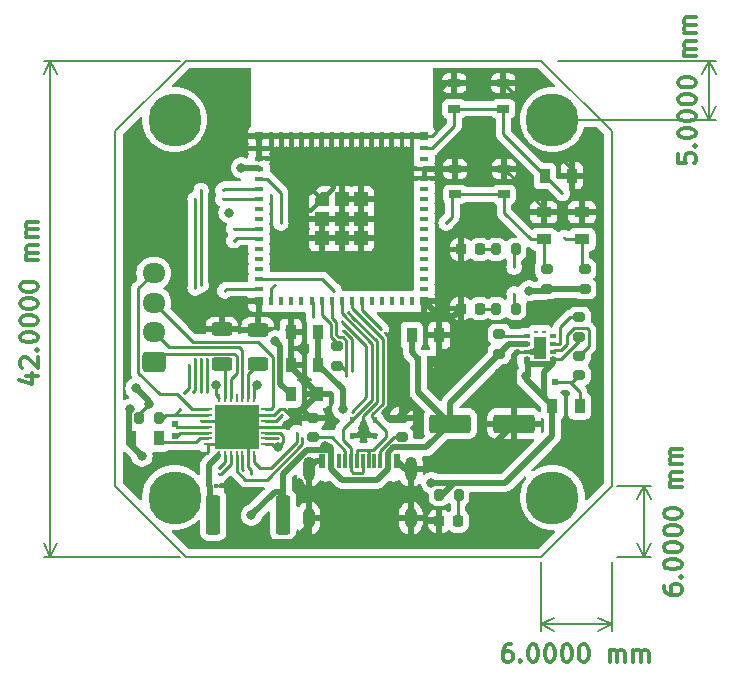
<source format=gtl>
G04 #@! TF.GenerationSoftware,KiCad,Pcbnew,7.0.6*
G04 #@! TF.CreationDate,2025-03-26T20:14:53+01:00*
G04 #@! TF.ProjectId,Stepper ESP,53746570-7065-4722-9045-53502e6b6963,rev?*
G04 #@! TF.SameCoordinates,Original*
G04 #@! TF.FileFunction,Copper,L1,Top*
G04 #@! TF.FilePolarity,Positive*
%FSLAX46Y46*%
G04 Gerber Fmt 4.6, Leading zero omitted, Abs format (unit mm)*
G04 Created by KiCad (PCBNEW 7.0.6) date 2025-03-26 20:14:53*
%MOMM*%
%LPD*%
G01*
G04 APERTURE LIST*
G04 Aperture macros list*
%AMRoundRect*
0 Rectangle with rounded corners*
0 $1 Rounding radius*
0 $2 $3 $4 $5 $6 $7 $8 $9 X,Y pos of 4 corners*
0 Add a 4 corners polygon primitive as box body*
4,1,4,$2,$3,$4,$5,$6,$7,$8,$9,$2,$3,0*
0 Add four circle primitives for the rounded corners*
1,1,$1+$1,$2,$3*
1,1,$1+$1,$4,$5*
1,1,$1+$1,$6,$7*
1,1,$1+$1,$8,$9*
0 Add four rect primitives between the rounded corners*
20,1,$1+$1,$2,$3,$4,$5,0*
20,1,$1+$1,$4,$5,$6,$7,0*
20,1,$1+$1,$6,$7,$8,$9,0*
20,1,$1+$1,$8,$9,$2,$3,0*%
%AMFreePoly0*
4,1,15,0.000002,0.605000,0.600000,0.605000,0.603536,0.603536,0.605000,0.600000,0.605000,-0.600000,0.603536,-0.603536,0.600000,-0.605000,-0.600000,-0.605000,-0.603536,-0.603536,-0.605000,-0.600000,-0.605001,0.000000,-0.603536,0.003536,-0.003536,0.603536,0.000000,0.605001,0.000002,0.605000,0.000002,0.605000,$1*%
G04 Aperture macros list end*
%ADD10C,0.300000*%
G04 #@! TA.AperFunction,NonConductor*
%ADD11C,0.300000*%
G04 #@! TD*
G04 #@! TA.AperFunction,NonConductor*
%ADD12C,0.200000*%
G04 #@! TD*
G04 #@! TA.AperFunction,SMDPad,CuDef*
%ADD13R,0.625000X0.400000*%
G04 #@! TD*
G04 #@! TA.AperFunction,SMDPad,CuDef*
%ADD14R,0.350000X0.275000*%
G04 #@! TD*
G04 #@! TA.AperFunction,SMDPad,CuDef*
%ADD15R,1.100000X1.900000*%
G04 #@! TD*
G04 #@! TA.AperFunction,SMDPad,CuDef*
%ADD16R,0.762000X0.254000*%
G04 #@! TD*
G04 #@! TA.AperFunction,SMDPad,CuDef*
%ADD17R,0.254000X0.762000*%
G04 #@! TD*
G04 #@! TA.AperFunction,SMDPad,CuDef*
%ADD18R,3.800000X3.800000*%
G04 #@! TD*
G04 #@! TA.AperFunction,SMDPad,CuDef*
%ADD19R,0.800000X0.400000*%
G04 #@! TD*
G04 #@! TA.AperFunction,SMDPad,CuDef*
%ADD20R,0.400000X0.800000*%
G04 #@! TD*
G04 #@! TA.AperFunction,SMDPad,CuDef*
%ADD21R,1.200000X1.200000*%
G04 #@! TD*
G04 #@! TA.AperFunction,SMDPad,CuDef*
%ADD22FreePoly0,0.000000*%
G04 #@! TD*
G04 #@! TA.AperFunction,SMDPad,CuDef*
%ADD23R,0.800000X0.800000*%
G04 #@! TD*
G04 #@! TA.AperFunction,SMDPad,CuDef*
%ADD24R,1.050000X0.650000*%
G04 #@! TD*
G04 #@! TA.AperFunction,SMDPad,CuDef*
%ADD25RoundRect,0.200000X0.200000X0.275000X-0.200000X0.275000X-0.200000X-0.275000X0.200000X-0.275000X0*%
G04 #@! TD*
G04 #@! TA.AperFunction,SMDPad,CuDef*
%ADD26RoundRect,0.200000X-0.200000X-0.275000X0.200000X-0.275000X0.200000X0.275000X-0.200000X0.275000X0*%
G04 #@! TD*
G04 #@! TA.AperFunction,SMDPad,CuDef*
%ADD27RoundRect,0.200000X-0.275000X0.200000X-0.275000X-0.200000X0.275000X-0.200000X0.275000X0.200000X0*%
G04 #@! TD*
G04 #@! TA.AperFunction,SMDPad,CuDef*
%ADD28RoundRect,0.250000X0.625000X-0.312500X0.625000X0.312500X-0.625000X0.312500X-0.625000X-0.312500X0*%
G04 #@! TD*
G04 #@! TA.AperFunction,SMDPad,CuDef*
%ADD29RoundRect,0.200000X0.275000X-0.200000X0.275000X0.200000X-0.275000X0.200000X-0.275000X-0.200000X0*%
G04 #@! TD*
G04 #@! TA.AperFunction,SMDPad,CuDef*
%ADD30RoundRect,0.250000X-0.362500X-1.425000X0.362500X-1.425000X0.362500X1.425000X-0.362500X1.425000X0*%
G04 #@! TD*
G04 #@! TA.AperFunction,ComponentPad*
%ADD31O,1.000000X1.800000*%
G04 #@! TD*
G04 #@! TA.AperFunction,ComponentPad*
%ADD32O,1.000000X2.100000*%
G04 #@! TD*
G04 #@! TA.AperFunction,SMDPad,CuDef*
%ADD33R,0.600000X1.240000*%
G04 #@! TD*
G04 #@! TA.AperFunction,SMDPad,CuDef*
%ADD34R,0.300000X1.240000*%
G04 #@! TD*
G04 #@! TA.AperFunction,SMDPad,CuDef*
%ADD35RoundRect,0.218750X-0.218750X-0.256250X0.218750X-0.256250X0.218750X0.256250X-0.218750X0.256250X0*%
G04 #@! TD*
G04 #@! TA.AperFunction,SMDPad,CuDef*
%ADD36R,0.400000X0.480000*%
G04 #@! TD*
G04 #@! TA.AperFunction,SMDPad,CuDef*
%ADD37R,0.900000X1.300000*%
G04 #@! TD*
G04 #@! TA.AperFunction,SMDPad,CuDef*
%ADD38R,1.300000X0.900000*%
G04 #@! TD*
G04 #@! TA.AperFunction,SMDPad,CuDef*
%ADD39R,0.500000X0.500000*%
G04 #@! TD*
G04 #@! TA.AperFunction,SMDPad,CuDef*
%ADD40R,0.380000X0.400000*%
G04 #@! TD*
G04 #@! TA.AperFunction,SMDPad,CuDef*
%ADD41RoundRect,0.250000X-1.500000X-0.550000X1.500000X-0.550000X1.500000X0.550000X-1.500000X0.550000X0*%
G04 #@! TD*
G04 #@! TA.AperFunction,ComponentPad*
%ADD42RoundRect,0.250000X0.725000X-0.600000X0.725000X0.600000X-0.725000X0.600000X-0.725000X-0.600000X0*%
G04 #@! TD*
G04 #@! TA.AperFunction,ComponentPad*
%ADD43O,1.950000X1.700000*%
G04 #@! TD*
G04 #@! TA.AperFunction,ViaPad*
%ADD44C,0.800000*%
G04 #@! TD*
G04 #@! TA.AperFunction,ViaPad*
%ADD45C,0.300000*%
G04 #@! TD*
G04 #@! TA.AperFunction,ViaPad*
%ADD46C,4.500000*%
G04 #@! TD*
G04 #@! TA.AperFunction,Conductor*
%ADD47C,0.250000*%
G04 #@! TD*
G04 #@! TA.AperFunction,Conductor*
%ADD48C,0.500000*%
G04 #@! TD*
G04 APERTURE END LIST*
D10*
D11*
X82178328Y-67214284D02*
X83178328Y-67214284D01*
X81606900Y-67571426D02*
X82678328Y-67928569D01*
X82678328Y-67928569D02*
X82678328Y-66999998D01*
X81821185Y-66499998D02*
X81749757Y-66428570D01*
X81749757Y-66428570D02*
X81678328Y-66285713D01*
X81678328Y-66285713D02*
X81678328Y-65928570D01*
X81678328Y-65928570D02*
X81749757Y-65785713D01*
X81749757Y-65785713D02*
X81821185Y-65714284D01*
X81821185Y-65714284D02*
X81964042Y-65642855D01*
X81964042Y-65642855D02*
X82106900Y-65642855D01*
X82106900Y-65642855D02*
X82321185Y-65714284D01*
X82321185Y-65714284D02*
X83178328Y-66571427D01*
X83178328Y-66571427D02*
X83178328Y-65642855D01*
X83035471Y-64999999D02*
X83106900Y-64928570D01*
X83106900Y-64928570D02*
X83178328Y-64999999D01*
X83178328Y-64999999D02*
X83106900Y-65071427D01*
X83106900Y-65071427D02*
X83035471Y-64999999D01*
X83035471Y-64999999D02*
X83178328Y-64999999D01*
X81678328Y-63999998D02*
X81678328Y-63857141D01*
X81678328Y-63857141D02*
X81749757Y-63714284D01*
X81749757Y-63714284D02*
X81821185Y-63642856D01*
X81821185Y-63642856D02*
X81964042Y-63571427D01*
X81964042Y-63571427D02*
X82249757Y-63499998D01*
X82249757Y-63499998D02*
X82606900Y-63499998D01*
X82606900Y-63499998D02*
X82892614Y-63571427D01*
X82892614Y-63571427D02*
X83035471Y-63642856D01*
X83035471Y-63642856D02*
X83106900Y-63714284D01*
X83106900Y-63714284D02*
X83178328Y-63857141D01*
X83178328Y-63857141D02*
X83178328Y-63999998D01*
X83178328Y-63999998D02*
X83106900Y-64142856D01*
X83106900Y-64142856D02*
X83035471Y-64214284D01*
X83035471Y-64214284D02*
X82892614Y-64285713D01*
X82892614Y-64285713D02*
X82606900Y-64357141D01*
X82606900Y-64357141D02*
X82249757Y-64357141D01*
X82249757Y-64357141D02*
X81964042Y-64285713D01*
X81964042Y-64285713D02*
X81821185Y-64214284D01*
X81821185Y-64214284D02*
X81749757Y-64142856D01*
X81749757Y-64142856D02*
X81678328Y-63999998D01*
X81678328Y-62571427D02*
X81678328Y-62428570D01*
X81678328Y-62428570D02*
X81749757Y-62285713D01*
X81749757Y-62285713D02*
X81821185Y-62214285D01*
X81821185Y-62214285D02*
X81964042Y-62142856D01*
X81964042Y-62142856D02*
X82249757Y-62071427D01*
X82249757Y-62071427D02*
X82606900Y-62071427D01*
X82606900Y-62071427D02*
X82892614Y-62142856D01*
X82892614Y-62142856D02*
X83035471Y-62214285D01*
X83035471Y-62214285D02*
X83106900Y-62285713D01*
X83106900Y-62285713D02*
X83178328Y-62428570D01*
X83178328Y-62428570D02*
X83178328Y-62571427D01*
X83178328Y-62571427D02*
X83106900Y-62714285D01*
X83106900Y-62714285D02*
X83035471Y-62785713D01*
X83035471Y-62785713D02*
X82892614Y-62857142D01*
X82892614Y-62857142D02*
X82606900Y-62928570D01*
X82606900Y-62928570D02*
X82249757Y-62928570D01*
X82249757Y-62928570D02*
X81964042Y-62857142D01*
X81964042Y-62857142D02*
X81821185Y-62785713D01*
X81821185Y-62785713D02*
X81749757Y-62714285D01*
X81749757Y-62714285D02*
X81678328Y-62571427D01*
X81678328Y-61142856D02*
X81678328Y-60999999D01*
X81678328Y-60999999D02*
X81749757Y-60857142D01*
X81749757Y-60857142D02*
X81821185Y-60785714D01*
X81821185Y-60785714D02*
X81964042Y-60714285D01*
X81964042Y-60714285D02*
X82249757Y-60642856D01*
X82249757Y-60642856D02*
X82606900Y-60642856D01*
X82606900Y-60642856D02*
X82892614Y-60714285D01*
X82892614Y-60714285D02*
X83035471Y-60785714D01*
X83035471Y-60785714D02*
X83106900Y-60857142D01*
X83106900Y-60857142D02*
X83178328Y-60999999D01*
X83178328Y-60999999D02*
X83178328Y-61142856D01*
X83178328Y-61142856D02*
X83106900Y-61285714D01*
X83106900Y-61285714D02*
X83035471Y-61357142D01*
X83035471Y-61357142D02*
X82892614Y-61428571D01*
X82892614Y-61428571D02*
X82606900Y-61499999D01*
X82606900Y-61499999D02*
X82249757Y-61499999D01*
X82249757Y-61499999D02*
X81964042Y-61428571D01*
X81964042Y-61428571D02*
X81821185Y-61357142D01*
X81821185Y-61357142D02*
X81749757Y-61285714D01*
X81749757Y-61285714D02*
X81678328Y-61142856D01*
X81678328Y-59714285D02*
X81678328Y-59571428D01*
X81678328Y-59571428D02*
X81749757Y-59428571D01*
X81749757Y-59428571D02*
X81821185Y-59357143D01*
X81821185Y-59357143D02*
X81964042Y-59285714D01*
X81964042Y-59285714D02*
X82249757Y-59214285D01*
X82249757Y-59214285D02*
X82606900Y-59214285D01*
X82606900Y-59214285D02*
X82892614Y-59285714D01*
X82892614Y-59285714D02*
X83035471Y-59357143D01*
X83035471Y-59357143D02*
X83106900Y-59428571D01*
X83106900Y-59428571D02*
X83178328Y-59571428D01*
X83178328Y-59571428D02*
X83178328Y-59714285D01*
X83178328Y-59714285D02*
X83106900Y-59857143D01*
X83106900Y-59857143D02*
X83035471Y-59928571D01*
X83035471Y-59928571D02*
X82892614Y-60000000D01*
X82892614Y-60000000D02*
X82606900Y-60071428D01*
X82606900Y-60071428D02*
X82249757Y-60071428D01*
X82249757Y-60071428D02*
X81964042Y-60000000D01*
X81964042Y-60000000D02*
X81821185Y-59928571D01*
X81821185Y-59928571D02*
X81749757Y-59857143D01*
X81749757Y-59857143D02*
X81678328Y-59714285D01*
X83178328Y-57428572D02*
X82178328Y-57428572D01*
X82321185Y-57428572D02*
X82249757Y-57357143D01*
X82249757Y-57357143D02*
X82178328Y-57214286D01*
X82178328Y-57214286D02*
X82178328Y-57000000D01*
X82178328Y-57000000D02*
X82249757Y-56857143D01*
X82249757Y-56857143D02*
X82392614Y-56785715D01*
X82392614Y-56785715D02*
X83178328Y-56785715D01*
X82392614Y-56785715D02*
X82249757Y-56714286D01*
X82249757Y-56714286D02*
X82178328Y-56571429D01*
X82178328Y-56571429D02*
X82178328Y-56357143D01*
X82178328Y-56357143D02*
X82249757Y-56214286D01*
X82249757Y-56214286D02*
X82392614Y-56142857D01*
X82392614Y-56142857D02*
X83178328Y-56142857D01*
X83178328Y-55428572D02*
X82178328Y-55428572D01*
X82321185Y-55428572D02*
X82249757Y-55357143D01*
X82249757Y-55357143D02*
X82178328Y-55214286D01*
X82178328Y-55214286D02*
X82178328Y-55000000D01*
X82178328Y-55000000D02*
X82249757Y-54857143D01*
X82249757Y-54857143D02*
X82392614Y-54785715D01*
X82392614Y-54785715D02*
X83178328Y-54785715D01*
X82392614Y-54785715D02*
X82249757Y-54714286D01*
X82249757Y-54714286D02*
X82178328Y-54571429D01*
X82178328Y-54571429D02*
X82178328Y-54357143D01*
X82178328Y-54357143D02*
X82249757Y-54214286D01*
X82249757Y-54214286D02*
X82392614Y-54142857D01*
X82392614Y-54142857D02*
X83178328Y-54142857D01*
D12*
X95250000Y-82500000D02*
X83663580Y-82500000D01*
X95250000Y-40500000D02*
X83663580Y-40500000D01*
X84250000Y-82500000D02*
X84250000Y-40500000D01*
X84250000Y-82500000D02*
X84250000Y-40500000D01*
X84250000Y-82500000D02*
X83663579Y-81373496D01*
X84250000Y-82500000D02*
X84836421Y-81373496D01*
X84250000Y-40500000D02*
X84836421Y-41626504D01*
X84250000Y-40500000D02*
X83663579Y-41626504D01*
D10*
D11*
X137378328Y-48428570D02*
X137378328Y-49142856D01*
X137378328Y-49142856D02*
X138092614Y-49214284D01*
X138092614Y-49214284D02*
X138021185Y-49142856D01*
X138021185Y-49142856D02*
X137949757Y-48999999D01*
X137949757Y-48999999D02*
X137949757Y-48642856D01*
X137949757Y-48642856D02*
X138021185Y-48499999D01*
X138021185Y-48499999D02*
X138092614Y-48428570D01*
X138092614Y-48428570D02*
X138235471Y-48357141D01*
X138235471Y-48357141D02*
X138592614Y-48357141D01*
X138592614Y-48357141D02*
X138735471Y-48428570D01*
X138735471Y-48428570D02*
X138806900Y-48499999D01*
X138806900Y-48499999D02*
X138878328Y-48642856D01*
X138878328Y-48642856D02*
X138878328Y-48999999D01*
X138878328Y-48999999D02*
X138806900Y-49142856D01*
X138806900Y-49142856D02*
X138735471Y-49214284D01*
X138735471Y-47714285D02*
X138806900Y-47642856D01*
X138806900Y-47642856D02*
X138878328Y-47714285D01*
X138878328Y-47714285D02*
X138806900Y-47785713D01*
X138806900Y-47785713D02*
X138735471Y-47714285D01*
X138735471Y-47714285D02*
X138878328Y-47714285D01*
X137378328Y-46714284D02*
X137378328Y-46571427D01*
X137378328Y-46571427D02*
X137449757Y-46428570D01*
X137449757Y-46428570D02*
X137521185Y-46357142D01*
X137521185Y-46357142D02*
X137664042Y-46285713D01*
X137664042Y-46285713D02*
X137949757Y-46214284D01*
X137949757Y-46214284D02*
X138306900Y-46214284D01*
X138306900Y-46214284D02*
X138592614Y-46285713D01*
X138592614Y-46285713D02*
X138735471Y-46357142D01*
X138735471Y-46357142D02*
X138806900Y-46428570D01*
X138806900Y-46428570D02*
X138878328Y-46571427D01*
X138878328Y-46571427D02*
X138878328Y-46714284D01*
X138878328Y-46714284D02*
X138806900Y-46857142D01*
X138806900Y-46857142D02*
X138735471Y-46928570D01*
X138735471Y-46928570D02*
X138592614Y-46999999D01*
X138592614Y-46999999D02*
X138306900Y-47071427D01*
X138306900Y-47071427D02*
X137949757Y-47071427D01*
X137949757Y-47071427D02*
X137664042Y-46999999D01*
X137664042Y-46999999D02*
X137521185Y-46928570D01*
X137521185Y-46928570D02*
X137449757Y-46857142D01*
X137449757Y-46857142D02*
X137378328Y-46714284D01*
X137378328Y-45285713D02*
X137378328Y-45142856D01*
X137378328Y-45142856D02*
X137449757Y-44999999D01*
X137449757Y-44999999D02*
X137521185Y-44928571D01*
X137521185Y-44928571D02*
X137664042Y-44857142D01*
X137664042Y-44857142D02*
X137949757Y-44785713D01*
X137949757Y-44785713D02*
X138306900Y-44785713D01*
X138306900Y-44785713D02*
X138592614Y-44857142D01*
X138592614Y-44857142D02*
X138735471Y-44928571D01*
X138735471Y-44928571D02*
X138806900Y-44999999D01*
X138806900Y-44999999D02*
X138878328Y-45142856D01*
X138878328Y-45142856D02*
X138878328Y-45285713D01*
X138878328Y-45285713D02*
X138806900Y-45428571D01*
X138806900Y-45428571D02*
X138735471Y-45499999D01*
X138735471Y-45499999D02*
X138592614Y-45571428D01*
X138592614Y-45571428D02*
X138306900Y-45642856D01*
X138306900Y-45642856D02*
X137949757Y-45642856D01*
X137949757Y-45642856D02*
X137664042Y-45571428D01*
X137664042Y-45571428D02*
X137521185Y-45499999D01*
X137521185Y-45499999D02*
X137449757Y-45428571D01*
X137449757Y-45428571D02*
X137378328Y-45285713D01*
X137378328Y-43857142D02*
X137378328Y-43714285D01*
X137378328Y-43714285D02*
X137449757Y-43571428D01*
X137449757Y-43571428D02*
X137521185Y-43500000D01*
X137521185Y-43500000D02*
X137664042Y-43428571D01*
X137664042Y-43428571D02*
X137949757Y-43357142D01*
X137949757Y-43357142D02*
X138306900Y-43357142D01*
X138306900Y-43357142D02*
X138592614Y-43428571D01*
X138592614Y-43428571D02*
X138735471Y-43500000D01*
X138735471Y-43500000D02*
X138806900Y-43571428D01*
X138806900Y-43571428D02*
X138878328Y-43714285D01*
X138878328Y-43714285D02*
X138878328Y-43857142D01*
X138878328Y-43857142D02*
X138806900Y-44000000D01*
X138806900Y-44000000D02*
X138735471Y-44071428D01*
X138735471Y-44071428D02*
X138592614Y-44142857D01*
X138592614Y-44142857D02*
X138306900Y-44214285D01*
X138306900Y-44214285D02*
X137949757Y-44214285D01*
X137949757Y-44214285D02*
X137664042Y-44142857D01*
X137664042Y-44142857D02*
X137521185Y-44071428D01*
X137521185Y-44071428D02*
X137449757Y-44000000D01*
X137449757Y-44000000D02*
X137378328Y-43857142D01*
X137378328Y-42428571D02*
X137378328Y-42285714D01*
X137378328Y-42285714D02*
X137449757Y-42142857D01*
X137449757Y-42142857D02*
X137521185Y-42071429D01*
X137521185Y-42071429D02*
X137664042Y-42000000D01*
X137664042Y-42000000D02*
X137949757Y-41928571D01*
X137949757Y-41928571D02*
X138306900Y-41928571D01*
X138306900Y-41928571D02*
X138592614Y-42000000D01*
X138592614Y-42000000D02*
X138735471Y-42071429D01*
X138735471Y-42071429D02*
X138806900Y-42142857D01*
X138806900Y-42142857D02*
X138878328Y-42285714D01*
X138878328Y-42285714D02*
X138878328Y-42428571D01*
X138878328Y-42428571D02*
X138806900Y-42571429D01*
X138806900Y-42571429D02*
X138735471Y-42642857D01*
X138735471Y-42642857D02*
X138592614Y-42714286D01*
X138592614Y-42714286D02*
X138306900Y-42785714D01*
X138306900Y-42785714D02*
X137949757Y-42785714D01*
X137949757Y-42785714D02*
X137664042Y-42714286D01*
X137664042Y-42714286D02*
X137521185Y-42642857D01*
X137521185Y-42642857D02*
X137449757Y-42571429D01*
X137449757Y-42571429D02*
X137378328Y-42428571D01*
X138878328Y-40142858D02*
X137878328Y-40142858D01*
X138021185Y-40142858D02*
X137949757Y-40071429D01*
X137949757Y-40071429D02*
X137878328Y-39928572D01*
X137878328Y-39928572D02*
X137878328Y-39714286D01*
X137878328Y-39714286D02*
X137949757Y-39571429D01*
X137949757Y-39571429D02*
X138092614Y-39500001D01*
X138092614Y-39500001D02*
X138878328Y-39500001D01*
X138092614Y-39500001D02*
X137949757Y-39428572D01*
X137949757Y-39428572D02*
X137878328Y-39285715D01*
X137878328Y-39285715D02*
X137878328Y-39071429D01*
X137878328Y-39071429D02*
X137949757Y-38928572D01*
X137949757Y-38928572D02*
X138092614Y-38857143D01*
X138092614Y-38857143D02*
X138878328Y-38857143D01*
X138878328Y-38142858D02*
X137878328Y-38142858D01*
X138021185Y-38142858D02*
X137949757Y-38071429D01*
X137949757Y-38071429D02*
X137878328Y-37928572D01*
X137878328Y-37928572D02*
X137878328Y-37714286D01*
X137878328Y-37714286D02*
X137949757Y-37571429D01*
X137949757Y-37571429D02*
X138092614Y-37500001D01*
X138092614Y-37500001D02*
X138878328Y-37500001D01*
X138092614Y-37500001D02*
X137949757Y-37428572D01*
X137949757Y-37428572D02*
X137878328Y-37285715D01*
X137878328Y-37285715D02*
X137878328Y-37071429D01*
X137878328Y-37071429D02*
X137949757Y-36928572D01*
X137949757Y-36928572D02*
X138092614Y-36857143D01*
X138092614Y-36857143D02*
X138878328Y-36857143D01*
D12*
X127250000Y-45500000D02*
X140586420Y-45500000D01*
X127250000Y-40500000D02*
X140586420Y-40500000D01*
X140000000Y-45500000D02*
X140000000Y-40500000D01*
X140000000Y-45500000D02*
X140000000Y-40500000D01*
X140000000Y-45500000D02*
X139413579Y-44373496D01*
X140000000Y-45500000D02*
X140586421Y-44373496D01*
X140000000Y-40500000D02*
X140586421Y-41626504D01*
X140000000Y-40500000D02*
X139413579Y-41626504D01*
X96750000Y-77500000D02*
G75*
G03*
X96750000Y-77500000I-2000000J0D01*
G01*
X128750000Y-77500000D02*
G75*
G03*
X128750000Y-77500000I-2000000J0D01*
G01*
X96750000Y-45500000D02*
G75*
G03*
X96750000Y-45500000I-2000000J0D01*
G01*
X131750000Y-76500000D02*
X131750000Y-46500000D01*
X95750000Y-82500000D02*
X125750000Y-82500000D01*
X89750000Y-46500000D02*
X89750000Y-76500000D01*
X95750000Y-40500000D02*
X125750000Y-40500000D01*
X128750000Y-45500000D02*
G75*
G03*
X128750000Y-45500000I-2000000J0D01*
G01*
X125750000Y-40500000D02*
X131750000Y-46500000D01*
X89750000Y-46500000D02*
X95750000Y-40500000D01*
X95750000Y-82500000D02*
X89750000Y-76500000D01*
X125750000Y-82500000D02*
X131750000Y-76500000D01*
D10*
D11*
X136178328Y-84999999D02*
X136178328Y-85285713D01*
X136178328Y-85285713D02*
X136249757Y-85428570D01*
X136249757Y-85428570D02*
X136321185Y-85499999D01*
X136321185Y-85499999D02*
X136535471Y-85642856D01*
X136535471Y-85642856D02*
X136821185Y-85714284D01*
X136821185Y-85714284D02*
X137392614Y-85714284D01*
X137392614Y-85714284D02*
X137535471Y-85642856D01*
X137535471Y-85642856D02*
X137606900Y-85571427D01*
X137606900Y-85571427D02*
X137678328Y-85428570D01*
X137678328Y-85428570D02*
X137678328Y-85142856D01*
X137678328Y-85142856D02*
X137606900Y-84999999D01*
X137606900Y-84999999D02*
X137535471Y-84928570D01*
X137535471Y-84928570D02*
X137392614Y-84857141D01*
X137392614Y-84857141D02*
X137035471Y-84857141D01*
X137035471Y-84857141D02*
X136892614Y-84928570D01*
X136892614Y-84928570D02*
X136821185Y-84999999D01*
X136821185Y-84999999D02*
X136749757Y-85142856D01*
X136749757Y-85142856D02*
X136749757Y-85428570D01*
X136749757Y-85428570D02*
X136821185Y-85571427D01*
X136821185Y-85571427D02*
X136892614Y-85642856D01*
X136892614Y-85642856D02*
X137035471Y-85714284D01*
X137535471Y-84214285D02*
X137606900Y-84142856D01*
X137606900Y-84142856D02*
X137678328Y-84214285D01*
X137678328Y-84214285D02*
X137606900Y-84285713D01*
X137606900Y-84285713D02*
X137535471Y-84214285D01*
X137535471Y-84214285D02*
X137678328Y-84214285D01*
X136178328Y-83214284D02*
X136178328Y-83071427D01*
X136178328Y-83071427D02*
X136249757Y-82928570D01*
X136249757Y-82928570D02*
X136321185Y-82857142D01*
X136321185Y-82857142D02*
X136464042Y-82785713D01*
X136464042Y-82785713D02*
X136749757Y-82714284D01*
X136749757Y-82714284D02*
X137106900Y-82714284D01*
X137106900Y-82714284D02*
X137392614Y-82785713D01*
X137392614Y-82785713D02*
X137535471Y-82857142D01*
X137535471Y-82857142D02*
X137606900Y-82928570D01*
X137606900Y-82928570D02*
X137678328Y-83071427D01*
X137678328Y-83071427D02*
X137678328Y-83214284D01*
X137678328Y-83214284D02*
X137606900Y-83357142D01*
X137606900Y-83357142D02*
X137535471Y-83428570D01*
X137535471Y-83428570D02*
X137392614Y-83499999D01*
X137392614Y-83499999D02*
X137106900Y-83571427D01*
X137106900Y-83571427D02*
X136749757Y-83571427D01*
X136749757Y-83571427D02*
X136464042Y-83499999D01*
X136464042Y-83499999D02*
X136321185Y-83428570D01*
X136321185Y-83428570D02*
X136249757Y-83357142D01*
X136249757Y-83357142D02*
X136178328Y-83214284D01*
X136178328Y-81785713D02*
X136178328Y-81642856D01*
X136178328Y-81642856D02*
X136249757Y-81499999D01*
X136249757Y-81499999D02*
X136321185Y-81428571D01*
X136321185Y-81428571D02*
X136464042Y-81357142D01*
X136464042Y-81357142D02*
X136749757Y-81285713D01*
X136749757Y-81285713D02*
X137106900Y-81285713D01*
X137106900Y-81285713D02*
X137392614Y-81357142D01*
X137392614Y-81357142D02*
X137535471Y-81428571D01*
X137535471Y-81428571D02*
X137606900Y-81499999D01*
X137606900Y-81499999D02*
X137678328Y-81642856D01*
X137678328Y-81642856D02*
X137678328Y-81785713D01*
X137678328Y-81785713D02*
X137606900Y-81928571D01*
X137606900Y-81928571D02*
X137535471Y-81999999D01*
X137535471Y-81999999D02*
X137392614Y-82071428D01*
X137392614Y-82071428D02*
X137106900Y-82142856D01*
X137106900Y-82142856D02*
X136749757Y-82142856D01*
X136749757Y-82142856D02*
X136464042Y-82071428D01*
X136464042Y-82071428D02*
X136321185Y-81999999D01*
X136321185Y-81999999D02*
X136249757Y-81928571D01*
X136249757Y-81928571D02*
X136178328Y-81785713D01*
X136178328Y-80357142D02*
X136178328Y-80214285D01*
X136178328Y-80214285D02*
X136249757Y-80071428D01*
X136249757Y-80071428D02*
X136321185Y-80000000D01*
X136321185Y-80000000D02*
X136464042Y-79928571D01*
X136464042Y-79928571D02*
X136749757Y-79857142D01*
X136749757Y-79857142D02*
X137106900Y-79857142D01*
X137106900Y-79857142D02*
X137392614Y-79928571D01*
X137392614Y-79928571D02*
X137535471Y-80000000D01*
X137535471Y-80000000D02*
X137606900Y-80071428D01*
X137606900Y-80071428D02*
X137678328Y-80214285D01*
X137678328Y-80214285D02*
X137678328Y-80357142D01*
X137678328Y-80357142D02*
X137606900Y-80500000D01*
X137606900Y-80500000D02*
X137535471Y-80571428D01*
X137535471Y-80571428D02*
X137392614Y-80642857D01*
X137392614Y-80642857D02*
X137106900Y-80714285D01*
X137106900Y-80714285D02*
X136749757Y-80714285D01*
X136749757Y-80714285D02*
X136464042Y-80642857D01*
X136464042Y-80642857D02*
X136321185Y-80571428D01*
X136321185Y-80571428D02*
X136249757Y-80500000D01*
X136249757Y-80500000D02*
X136178328Y-80357142D01*
X136178328Y-78928571D02*
X136178328Y-78785714D01*
X136178328Y-78785714D02*
X136249757Y-78642857D01*
X136249757Y-78642857D02*
X136321185Y-78571429D01*
X136321185Y-78571429D02*
X136464042Y-78500000D01*
X136464042Y-78500000D02*
X136749757Y-78428571D01*
X136749757Y-78428571D02*
X137106900Y-78428571D01*
X137106900Y-78428571D02*
X137392614Y-78500000D01*
X137392614Y-78500000D02*
X137535471Y-78571429D01*
X137535471Y-78571429D02*
X137606900Y-78642857D01*
X137606900Y-78642857D02*
X137678328Y-78785714D01*
X137678328Y-78785714D02*
X137678328Y-78928571D01*
X137678328Y-78928571D02*
X137606900Y-79071429D01*
X137606900Y-79071429D02*
X137535471Y-79142857D01*
X137535471Y-79142857D02*
X137392614Y-79214286D01*
X137392614Y-79214286D02*
X137106900Y-79285714D01*
X137106900Y-79285714D02*
X136749757Y-79285714D01*
X136749757Y-79285714D02*
X136464042Y-79214286D01*
X136464042Y-79214286D02*
X136321185Y-79142857D01*
X136321185Y-79142857D02*
X136249757Y-79071429D01*
X136249757Y-79071429D02*
X136178328Y-78928571D01*
X137678328Y-76642858D02*
X136678328Y-76642858D01*
X136821185Y-76642858D02*
X136749757Y-76571429D01*
X136749757Y-76571429D02*
X136678328Y-76428572D01*
X136678328Y-76428572D02*
X136678328Y-76214286D01*
X136678328Y-76214286D02*
X136749757Y-76071429D01*
X136749757Y-76071429D02*
X136892614Y-76000001D01*
X136892614Y-76000001D02*
X137678328Y-76000001D01*
X136892614Y-76000001D02*
X136749757Y-75928572D01*
X136749757Y-75928572D02*
X136678328Y-75785715D01*
X136678328Y-75785715D02*
X136678328Y-75571429D01*
X136678328Y-75571429D02*
X136749757Y-75428572D01*
X136749757Y-75428572D02*
X136892614Y-75357143D01*
X136892614Y-75357143D02*
X137678328Y-75357143D01*
X137678328Y-74642858D02*
X136678328Y-74642858D01*
X136821185Y-74642858D02*
X136749757Y-74571429D01*
X136749757Y-74571429D02*
X136678328Y-74428572D01*
X136678328Y-74428572D02*
X136678328Y-74214286D01*
X136678328Y-74214286D02*
X136749757Y-74071429D01*
X136749757Y-74071429D02*
X136892614Y-74000001D01*
X136892614Y-74000001D02*
X137678328Y-74000001D01*
X136892614Y-74000001D02*
X136749757Y-73928572D01*
X136749757Y-73928572D02*
X136678328Y-73785715D01*
X136678328Y-73785715D02*
X136678328Y-73571429D01*
X136678328Y-73571429D02*
X136749757Y-73428572D01*
X136749757Y-73428572D02*
X136892614Y-73357143D01*
X136892614Y-73357143D02*
X137678328Y-73357143D01*
D12*
X132250000Y-82500000D02*
X135086420Y-82500000D01*
X132250000Y-76500000D02*
X135086420Y-76500000D01*
X134500000Y-82500000D02*
X134500000Y-76500000D01*
X134500000Y-82500000D02*
X134500000Y-76500000D01*
X134500000Y-82500000D02*
X133913579Y-81373496D01*
X134500000Y-82500000D02*
X135086421Y-81373496D01*
X134500000Y-76500000D02*
X135086421Y-77626504D01*
X134500000Y-76500000D02*
X133913579Y-77626504D01*
D10*
D11*
X123250001Y-89928328D02*
X122964286Y-89928328D01*
X122964286Y-89928328D02*
X122821429Y-89999757D01*
X122821429Y-89999757D02*
X122750001Y-90071185D01*
X122750001Y-90071185D02*
X122607143Y-90285471D01*
X122607143Y-90285471D02*
X122535715Y-90571185D01*
X122535715Y-90571185D02*
X122535715Y-91142614D01*
X122535715Y-91142614D02*
X122607143Y-91285471D01*
X122607143Y-91285471D02*
X122678572Y-91356900D01*
X122678572Y-91356900D02*
X122821429Y-91428328D01*
X122821429Y-91428328D02*
X123107143Y-91428328D01*
X123107143Y-91428328D02*
X123250001Y-91356900D01*
X123250001Y-91356900D02*
X123321429Y-91285471D01*
X123321429Y-91285471D02*
X123392858Y-91142614D01*
X123392858Y-91142614D02*
X123392858Y-90785471D01*
X123392858Y-90785471D02*
X123321429Y-90642614D01*
X123321429Y-90642614D02*
X123250001Y-90571185D01*
X123250001Y-90571185D02*
X123107143Y-90499757D01*
X123107143Y-90499757D02*
X122821429Y-90499757D01*
X122821429Y-90499757D02*
X122678572Y-90571185D01*
X122678572Y-90571185D02*
X122607143Y-90642614D01*
X122607143Y-90642614D02*
X122535715Y-90785471D01*
X124035714Y-91285471D02*
X124107143Y-91356900D01*
X124107143Y-91356900D02*
X124035714Y-91428328D01*
X124035714Y-91428328D02*
X123964286Y-91356900D01*
X123964286Y-91356900D02*
X124035714Y-91285471D01*
X124035714Y-91285471D02*
X124035714Y-91428328D01*
X125035715Y-89928328D02*
X125178572Y-89928328D01*
X125178572Y-89928328D02*
X125321429Y-89999757D01*
X125321429Y-89999757D02*
X125392858Y-90071185D01*
X125392858Y-90071185D02*
X125464286Y-90214042D01*
X125464286Y-90214042D02*
X125535715Y-90499757D01*
X125535715Y-90499757D02*
X125535715Y-90856900D01*
X125535715Y-90856900D02*
X125464286Y-91142614D01*
X125464286Y-91142614D02*
X125392858Y-91285471D01*
X125392858Y-91285471D02*
X125321429Y-91356900D01*
X125321429Y-91356900D02*
X125178572Y-91428328D01*
X125178572Y-91428328D02*
X125035715Y-91428328D01*
X125035715Y-91428328D02*
X124892858Y-91356900D01*
X124892858Y-91356900D02*
X124821429Y-91285471D01*
X124821429Y-91285471D02*
X124750000Y-91142614D01*
X124750000Y-91142614D02*
X124678572Y-90856900D01*
X124678572Y-90856900D02*
X124678572Y-90499757D01*
X124678572Y-90499757D02*
X124750000Y-90214042D01*
X124750000Y-90214042D02*
X124821429Y-90071185D01*
X124821429Y-90071185D02*
X124892858Y-89999757D01*
X124892858Y-89999757D02*
X125035715Y-89928328D01*
X126464286Y-89928328D02*
X126607143Y-89928328D01*
X126607143Y-89928328D02*
X126750000Y-89999757D01*
X126750000Y-89999757D02*
X126821429Y-90071185D01*
X126821429Y-90071185D02*
X126892857Y-90214042D01*
X126892857Y-90214042D02*
X126964286Y-90499757D01*
X126964286Y-90499757D02*
X126964286Y-90856900D01*
X126964286Y-90856900D02*
X126892857Y-91142614D01*
X126892857Y-91142614D02*
X126821429Y-91285471D01*
X126821429Y-91285471D02*
X126750000Y-91356900D01*
X126750000Y-91356900D02*
X126607143Y-91428328D01*
X126607143Y-91428328D02*
X126464286Y-91428328D01*
X126464286Y-91428328D02*
X126321429Y-91356900D01*
X126321429Y-91356900D02*
X126250000Y-91285471D01*
X126250000Y-91285471D02*
X126178571Y-91142614D01*
X126178571Y-91142614D02*
X126107143Y-90856900D01*
X126107143Y-90856900D02*
X126107143Y-90499757D01*
X126107143Y-90499757D02*
X126178571Y-90214042D01*
X126178571Y-90214042D02*
X126250000Y-90071185D01*
X126250000Y-90071185D02*
X126321429Y-89999757D01*
X126321429Y-89999757D02*
X126464286Y-89928328D01*
X127892857Y-89928328D02*
X128035714Y-89928328D01*
X128035714Y-89928328D02*
X128178571Y-89999757D01*
X128178571Y-89999757D02*
X128250000Y-90071185D01*
X128250000Y-90071185D02*
X128321428Y-90214042D01*
X128321428Y-90214042D02*
X128392857Y-90499757D01*
X128392857Y-90499757D02*
X128392857Y-90856900D01*
X128392857Y-90856900D02*
X128321428Y-91142614D01*
X128321428Y-91142614D02*
X128250000Y-91285471D01*
X128250000Y-91285471D02*
X128178571Y-91356900D01*
X128178571Y-91356900D02*
X128035714Y-91428328D01*
X128035714Y-91428328D02*
X127892857Y-91428328D01*
X127892857Y-91428328D02*
X127750000Y-91356900D01*
X127750000Y-91356900D02*
X127678571Y-91285471D01*
X127678571Y-91285471D02*
X127607142Y-91142614D01*
X127607142Y-91142614D02*
X127535714Y-90856900D01*
X127535714Y-90856900D02*
X127535714Y-90499757D01*
X127535714Y-90499757D02*
X127607142Y-90214042D01*
X127607142Y-90214042D02*
X127678571Y-90071185D01*
X127678571Y-90071185D02*
X127750000Y-89999757D01*
X127750000Y-89999757D02*
X127892857Y-89928328D01*
X129321428Y-89928328D02*
X129464285Y-89928328D01*
X129464285Y-89928328D02*
X129607142Y-89999757D01*
X129607142Y-89999757D02*
X129678571Y-90071185D01*
X129678571Y-90071185D02*
X129749999Y-90214042D01*
X129749999Y-90214042D02*
X129821428Y-90499757D01*
X129821428Y-90499757D02*
X129821428Y-90856900D01*
X129821428Y-90856900D02*
X129749999Y-91142614D01*
X129749999Y-91142614D02*
X129678571Y-91285471D01*
X129678571Y-91285471D02*
X129607142Y-91356900D01*
X129607142Y-91356900D02*
X129464285Y-91428328D01*
X129464285Y-91428328D02*
X129321428Y-91428328D01*
X129321428Y-91428328D02*
X129178571Y-91356900D01*
X129178571Y-91356900D02*
X129107142Y-91285471D01*
X129107142Y-91285471D02*
X129035713Y-91142614D01*
X129035713Y-91142614D02*
X128964285Y-90856900D01*
X128964285Y-90856900D02*
X128964285Y-90499757D01*
X128964285Y-90499757D02*
X129035713Y-90214042D01*
X129035713Y-90214042D02*
X129107142Y-90071185D01*
X129107142Y-90071185D02*
X129178571Y-89999757D01*
X129178571Y-89999757D02*
X129321428Y-89928328D01*
X131607141Y-91428328D02*
X131607141Y-90428328D01*
X131607141Y-90571185D02*
X131678570Y-90499757D01*
X131678570Y-90499757D02*
X131821427Y-90428328D01*
X131821427Y-90428328D02*
X132035713Y-90428328D01*
X132035713Y-90428328D02*
X132178570Y-90499757D01*
X132178570Y-90499757D02*
X132249999Y-90642614D01*
X132249999Y-90642614D02*
X132249999Y-91428328D01*
X132249999Y-90642614D02*
X132321427Y-90499757D01*
X132321427Y-90499757D02*
X132464284Y-90428328D01*
X132464284Y-90428328D02*
X132678570Y-90428328D01*
X132678570Y-90428328D02*
X132821427Y-90499757D01*
X132821427Y-90499757D02*
X132892856Y-90642614D01*
X132892856Y-90642614D02*
X132892856Y-91428328D01*
X133607141Y-91428328D02*
X133607141Y-90428328D01*
X133607141Y-90571185D02*
X133678570Y-90499757D01*
X133678570Y-90499757D02*
X133821427Y-90428328D01*
X133821427Y-90428328D02*
X134035713Y-90428328D01*
X134035713Y-90428328D02*
X134178570Y-90499757D01*
X134178570Y-90499757D02*
X134249999Y-90642614D01*
X134249999Y-90642614D02*
X134249999Y-91428328D01*
X134249999Y-90642614D02*
X134321427Y-90499757D01*
X134321427Y-90499757D02*
X134464284Y-90428328D01*
X134464284Y-90428328D02*
X134678570Y-90428328D01*
X134678570Y-90428328D02*
X134821427Y-90499757D01*
X134821427Y-90499757D02*
X134892856Y-90642614D01*
X134892856Y-90642614D02*
X134892856Y-91428328D01*
D12*
X131750000Y-83000000D02*
X131750000Y-88836420D01*
X125750000Y-83000000D02*
X125750000Y-88836420D01*
X131750000Y-88250000D02*
X125750000Y-88250000D01*
X131750000Y-88250000D02*
X125750000Y-88250000D01*
X131750000Y-88250000D02*
X130623496Y-88836421D01*
X131750000Y-88250000D02*
X130623496Y-87663579D01*
X125750000Y-88250000D02*
X126876504Y-87663579D01*
X125750000Y-88250000D02*
X126876504Y-88836421D01*
D13*
X124562500Y-63862001D03*
X124562500Y-64511999D03*
X124562500Y-65162001D03*
X124562500Y-65811999D03*
X126787500Y-65811999D03*
X126787500Y-65162001D03*
X126787500Y-64511999D03*
X126787500Y-63862001D03*
D14*
X126000000Y-63500000D03*
X125350000Y-63500000D03*
D15*
X125675000Y-64837000D03*
D16*
X97574300Y-70000000D03*
X97574300Y-70499999D03*
X97574300Y-71000001D03*
X97574300Y-71500000D03*
X97574300Y-71999999D03*
X97574300Y-72500001D03*
X97574300Y-73000000D03*
D17*
X98500000Y-73925700D03*
X98999999Y-73925700D03*
X99500001Y-73925700D03*
X100000000Y-73925700D03*
X100499999Y-73925700D03*
X101000001Y-73925700D03*
X101500000Y-73925700D03*
D16*
X102425700Y-73000000D03*
X102425700Y-72500001D03*
X102425700Y-71999999D03*
X102425700Y-71500000D03*
X102425700Y-71000001D03*
X102425700Y-70499999D03*
X102425700Y-70000000D03*
D17*
X101500000Y-69074300D03*
X101000001Y-69074300D03*
X100499999Y-69074300D03*
X100000000Y-69074300D03*
X99500001Y-69074300D03*
X98999999Y-69074300D03*
X98500000Y-69074300D03*
D18*
X100000000Y-71500000D03*
D19*
X101900000Y-47950000D03*
X101900000Y-48800000D03*
X101900000Y-49650000D03*
X101900000Y-50500000D03*
X101900000Y-51350000D03*
X101900000Y-52200000D03*
X101900000Y-53050000D03*
X101900000Y-53900000D03*
X101900000Y-54750000D03*
X101900000Y-55600000D03*
X101900000Y-56450000D03*
X101900000Y-57300000D03*
X101900000Y-58150000D03*
X101900000Y-59000000D03*
X101900000Y-59850000D03*
D20*
X102950000Y-60900000D03*
X103800000Y-60900000D03*
X104650000Y-60900000D03*
X105500000Y-60900000D03*
X106350000Y-60900000D03*
X107200000Y-60900000D03*
X108050000Y-60900000D03*
X108900000Y-60900000D03*
X109750000Y-60900000D03*
X110600000Y-60900000D03*
X111450000Y-60900000D03*
X112300000Y-60900000D03*
X113150000Y-60900000D03*
X114000000Y-60900000D03*
X114850000Y-60900000D03*
D19*
X115900000Y-59850000D03*
X115900000Y-59000000D03*
X115900000Y-58150000D03*
X115900000Y-57300000D03*
X115900000Y-56450000D03*
X115900000Y-55600000D03*
X115900000Y-54750000D03*
X115900000Y-53900000D03*
X115900000Y-53050000D03*
X115900000Y-52200000D03*
X115900000Y-51350000D03*
X115900000Y-50500000D03*
X115900000Y-49650000D03*
X115900000Y-48800000D03*
X115900000Y-47950000D03*
D20*
X114850000Y-46900000D03*
X114000000Y-46900000D03*
X113150000Y-46900000D03*
X112300000Y-46900000D03*
X111450000Y-46900000D03*
X110600000Y-46900000D03*
X109750000Y-46900000D03*
X108900000Y-46900000D03*
X108050000Y-46900000D03*
X107200000Y-46900000D03*
X106350000Y-46900000D03*
X105500000Y-46900000D03*
X104650000Y-46900000D03*
X103800000Y-46900000D03*
X102950000Y-46900000D03*
D21*
X108900000Y-53900000D03*
D22*
X107250000Y-52250000D03*
D21*
X108900000Y-52250000D03*
X110550000Y-52250000D03*
X110550000Y-53900000D03*
X110550000Y-55550000D03*
X108900000Y-55550000D03*
X107250000Y-55550000D03*
X107250000Y-53900000D03*
D23*
X101900000Y-46900000D03*
X101900000Y-60900000D03*
X115900000Y-60900000D03*
X115900000Y-46900000D03*
D24*
X122650000Y-51825000D03*
X118500000Y-51825000D03*
X122650000Y-49675000D03*
X118500000Y-49675000D03*
X122575000Y-44575000D03*
X118425000Y-44575000D03*
X122575000Y-42425000D03*
X118425000Y-42425000D03*
D25*
X117175000Y-77250000D03*
X118825000Y-77250000D03*
D26*
X123635000Y-61500000D03*
X121985000Y-61500000D03*
X121985000Y-56500000D03*
X123635000Y-56500000D03*
D25*
X91775000Y-70750000D03*
X93425000Y-70750000D03*
D27*
X129500000Y-58175000D03*
X129500000Y-59825000D03*
X126250000Y-58175000D03*
X126250000Y-59825000D03*
D28*
X101790000Y-66212500D03*
X101790000Y-63287500D03*
X98750000Y-66175000D03*
X98750000Y-63250000D03*
D27*
X129037500Y-65486999D03*
X129037500Y-67136999D03*
X129037500Y-63886999D03*
X129037500Y-62236999D03*
D29*
X122250000Y-65325000D03*
X122250000Y-63675000D03*
D27*
X108500000Y-64675000D03*
X108500000Y-66325000D03*
D30*
X98037500Y-79000000D03*
X103962500Y-79000000D03*
D27*
X114000000Y-70765000D03*
X114000000Y-72415000D03*
X106500000Y-70765000D03*
X106500000Y-72415000D03*
D31*
X114750000Y-79250000D03*
D32*
X114750000Y-75050000D03*
X106110000Y-75050000D03*
D31*
X106110000Y-79250000D03*
D33*
X107230000Y-74450000D03*
X108030000Y-74450000D03*
D34*
X108680000Y-74450000D03*
X109680000Y-74450000D03*
X111180000Y-74450000D03*
X112180000Y-74450000D03*
D33*
X112830000Y-74450000D03*
X113630000Y-74450000D03*
X113630000Y-74450000D03*
X112830000Y-74450000D03*
D34*
X111680000Y-74450000D03*
X110680000Y-74450000D03*
X110180000Y-74450000D03*
X109180000Y-74450000D03*
D33*
X108030000Y-74450000D03*
X107230000Y-74450000D03*
D35*
X119022500Y-56500000D03*
X120597500Y-56500000D03*
X119022500Y-61500000D03*
X120597500Y-61500000D03*
X117175000Y-79500000D03*
X118750000Y-79500000D03*
D36*
X109750000Y-72250000D03*
X109750000Y-70930000D03*
X111750000Y-72250000D03*
X111750000Y-70930000D03*
D37*
X126100000Y-50250000D03*
X128400000Y-50250000D03*
D38*
X126000000Y-55650000D03*
X126000000Y-53350000D03*
D37*
X129050000Y-69750000D03*
X126750000Y-69750000D03*
D39*
X127000000Y-67750000D03*
X126000000Y-67750000D03*
X115400000Y-65750000D03*
X116400000Y-65750000D03*
D37*
X117150000Y-63750000D03*
X114850000Y-63750000D03*
D38*
X129250000Y-55650000D03*
X129250000Y-53350000D03*
D37*
X106900000Y-68750000D03*
X104600000Y-68750000D03*
D40*
X97719000Y-76500000D03*
X98281000Y-76500000D03*
D39*
X94750000Y-72250000D03*
X94750000Y-71250000D03*
D37*
X93400000Y-72500000D03*
X91100000Y-72500000D03*
X104600000Y-66250000D03*
X106900000Y-66250000D03*
X104600000Y-63500000D03*
X106900000Y-63500000D03*
D41*
X118100000Y-71250000D03*
X123500000Y-71250000D03*
D42*
X93000000Y-66000000D03*
D43*
X93000000Y-63500000D03*
X93000000Y-61000000D03*
X93000000Y-58500000D03*
D44*
X124750000Y-60000000D03*
D45*
X127600000Y-51750000D03*
X127750000Y-55500000D03*
X97000000Y-71000000D03*
X97500000Y-73750000D03*
X99500000Y-76250000D03*
X101250000Y-75500000D03*
X99750000Y-55750000D03*
X99750000Y-54750000D03*
X111000500Y-66000000D03*
X112603201Y-63603201D03*
D46*
X94750000Y-45500000D03*
X94750000Y-77500000D03*
X126750000Y-77500000D03*
X126750000Y-45500000D03*
D45*
X117750000Y-54250000D03*
X96500000Y-52250000D03*
X96500000Y-59750000D03*
X96500000Y-65799500D03*
X96329365Y-68599089D03*
X98849500Y-52250000D03*
X98500000Y-75500000D03*
X98849014Y-51500000D03*
X97000000Y-51500000D03*
X97000000Y-59500000D03*
X97000000Y-65799500D03*
X98500000Y-75000000D03*
X97000000Y-68599500D03*
D44*
X91500000Y-68250000D03*
X99375000Y-53375000D03*
X122250000Y-67000000D03*
D45*
X112250000Y-63250000D03*
X113000000Y-71000000D03*
X110750000Y-71500000D03*
X95250000Y-70000000D03*
X95585523Y-68664477D03*
X99000000Y-60000000D03*
X96000000Y-66250000D03*
X97500000Y-65799500D03*
X97500000Y-68599500D03*
X100585523Y-75164477D03*
X106500000Y-62250000D03*
X109000000Y-63393246D03*
X109774500Y-66750000D03*
X105574000Y-72500000D03*
X103500000Y-72500000D03*
X103750000Y-54250000D03*
D44*
X100411789Y-49589267D03*
X103250000Y-64250000D03*
D45*
X109250000Y-67250000D03*
X105099500Y-72000000D03*
D44*
X109000000Y-70000000D03*
X107459140Y-73139500D03*
D45*
X103854027Y-70508076D03*
X108250000Y-59974500D03*
X123500000Y-60250000D03*
X103250000Y-59500000D03*
X123500000Y-58000000D03*
D44*
X116500000Y-76250000D03*
X91000000Y-70000000D03*
X101750000Y-68000000D03*
X98275499Y-68000000D03*
X92600688Y-69600688D03*
X103500000Y-73249503D03*
X124500000Y-67250000D03*
X117000000Y-67500000D03*
X114750000Y-69750000D03*
X101250000Y-79000000D03*
X92000000Y-74000000D03*
X104277341Y-71372659D03*
X105250000Y-76250000D03*
D47*
X103975000Y-72303248D02*
X103975000Y-72774503D01*
X102425700Y-71999999D02*
X103671751Y-71999999D01*
X103671751Y-71999999D02*
X103975000Y-72303248D01*
X103975000Y-72774503D02*
X103500000Y-73249503D01*
D48*
X101750000Y-81250000D02*
X100250000Y-79750000D01*
X104750000Y-81250000D02*
X101750000Y-81250000D01*
X106110000Y-79890000D02*
X104750000Y-81250000D01*
X106110000Y-79250000D02*
X106110000Y-79890000D01*
X126075000Y-60000000D02*
X126250000Y-59825000D01*
X124750000Y-60000000D02*
X126075000Y-60000000D01*
D47*
X127900000Y-55650000D02*
X129250000Y-55650000D01*
X127750000Y-55500000D02*
X127900000Y-55650000D01*
X129600000Y-55650000D02*
X129250000Y-55650000D01*
X126100000Y-50250000D02*
X127600000Y-51750000D01*
D48*
X99500000Y-76250000D02*
X99500000Y-76841000D01*
D47*
X97000001Y-71000001D02*
X97000000Y-71000000D01*
X97574300Y-71000001D02*
X97000001Y-71000001D01*
X97574300Y-73675700D02*
X97500000Y-73750000D01*
X97574300Y-73000000D02*
X97574300Y-73675700D01*
X101000001Y-74907203D02*
X101250000Y-75157202D01*
X101250000Y-75157202D02*
X101250000Y-75500000D01*
X101000001Y-73925700D02*
X101000001Y-74907203D01*
X104277341Y-71372659D02*
X104150000Y-71500000D01*
X104150000Y-71500000D02*
X102425700Y-71500000D01*
X104575000Y-70557297D02*
X104575000Y-71075000D01*
X104050779Y-70033076D02*
X104575000Y-70557297D01*
X103657275Y-70033076D02*
X104050779Y-70033076D01*
X104575000Y-71075000D02*
X104277341Y-71372659D01*
X102425700Y-70499999D02*
X103190352Y-70499999D01*
X103190352Y-70499999D02*
X103657275Y-70033076D01*
X100000000Y-55500000D02*
X101800000Y-55500000D01*
X99750000Y-55750000D02*
X100000000Y-55500000D01*
X99750000Y-54750000D02*
X101900000Y-54750000D01*
X111000000Y-65000000D02*
X111000000Y-64684746D01*
X108931802Y-62616548D02*
X108931802Y-62568198D01*
X111000500Y-65000500D02*
X111000000Y-65000000D01*
X111000500Y-66000000D02*
X111000500Y-65000500D01*
X111000000Y-64684746D02*
X108931802Y-62616548D01*
X109750000Y-64071142D02*
X109750000Y-66725500D01*
X109000000Y-63393246D02*
X109072104Y-63393246D01*
X109750000Y-66725500D02*
X109774500Y-66750000D01*
X109072104Y-63393246D02*
X109750000Y-64071142D01*
X108450000Y-62663604D02*
X108050000Y-62263604D01*
X108450000Y-63700000D02*
X108450000Y-62663604D01*
X108992462Y-63950000D02*
X108700000Y-63950000D01*
X109300000Y-64257538D02*
X108992462Y-63950000D01*
X109300000Y-66750000D02*
X109300000Y-64257538D01*
X108700000Y-63950000D02*
X108450000Y-63700000D01*
X108050000Y-62263604D02*
X108050000Y-60900000D01*
X111000500Y-68999500D02*
X111000500Y-66000000D01*
X109750000Y-70250000D02*
X111000500Y-68999500D01*
X112750000Y-63750000D02*
X112603201Y-63603201D01*
X108500000Y-66075000D02*
X108625000Y-66075000D01*
X108625000Y-66075000D02*
X109300000Y-66750000D01*
X109300000Y-67200000D02*
X109300000Y-66750000D01*
X109250000Y-67250000D02*
X109300000Y-67200000D01*
X108000000Y-63925000D02*
X108500000Y-64425000D01*
X108000000Y-62850000D02*
X108000000Y-63925000D01*
X107200000Y-62050000D02*
X108000000Y-62850000D01*
X107200000Y-60900000D02*
X107200000Y-62050000D01*
X112825000Y-63825000D02*
X112750000Y-63750000D01*
X112825000Y-69764188D02*
X112825000Y-63825000D01*
X112294594Y-70294594D02*
X112825000Y-69764188D01*
X113000000Y-71000000D02*
X112294594Y-70294594D01*
D48*
X124500000Y-67500000D02*
X124500000Y-67250000D01*
X126000000Y-69000000D02*
X124500000Y-67500000D01*
D47*
X102425700Y-71000001D02*
X103362102Y-71000001D01*
X103362102Y-71000001D02*
X103854027Y-70508076D01*
D48*
X104277341Y-71372659D02*
X104825000Y-70825000D01*
D47*
X103000000Y-73000000D02*
X102425700Y-73000000D01*
X103249503Y-73249503D02*
X103000000Y-73000000D01*
X103500000Y-73249503D02*
X103249503Y-73249503D01*
X102947304Y-70000000D02*
X102425700Y-70000000D01*
X103125000Y-69822304D02*
X102947304Y-70000000D01*
X101800000Y-64300000D02*
X103125000Y-65625000D01*
X103125000Y-65625000D02*
X103125000Y-69822304D01*
X96300000Y-64300000D02*
X101800000Y-64300000D01*
X93000000Y-61000000D02*
X96300000Y-64300000D01*
D48*
X103700000Y-64700000D02*
X103250000Y-64250000D01*
X103700000Y-67850000D02*
X103700000Y-64700000D01*
X104600000Y-68750000D02*
X103700000Y-67850000D01*
D47*
X104825000Y-70325000D02*
X104825000Y-70825000D01*
D48*
X108030000Y-73330000D02*
X108030000Y-74450000D01*
X107839500Y-73139500D02*
X108030000Y-73330000D01*
X107459140Y-73139500D02*
X107839500Y-73139500D01*
D47*
X107824640Y-73505000D02*
X107955000Y-73505000D01*
X107459140Y-73139500D02*
X107824640Y-73505000D01*
D48*
X90925000Y-70075000D02*
X91000000Y-70000000D01*
X90925000Y-72925000D02*
X90925000Y-70075000D01*
X92000000Y-74000000D02*
X90925000Y-72925000D01*
D47*
X93725000Y-72825000D02*
X93400000Y-72500000D01*
X96591300Y-72825000D02*
X93725000Y-72825000D01*
X96916299Y-72500001D02*
X96591300Y-72825000D01*
D48*
X92600688Y-69600688D02*
X92600688Y-69350688D01*
X92600688Y-69350688D02*
X91500000Y-68250000D01*
D47*
X92600688Y-69600688D02*
X91775000Y-70426376D01*
X129250000Y-57925000D02*
X129500000Y-58175000D01*
X129250000Y-55650000D02*
X129250000Y-57925000D01*
X123750000Y-43600000D02*
X122575000Y-42425000D01*
X123750000Y-46750000D02*
X123750000Y-43600000D01*
X126000000Y-49000000D02*
X123750000Y-46750000D01*
X128400000Y-49650000D02*
X127750000Y-49000000D01*
X128400000Y-50250000D02*
X128400000Y-49650000D01*
X127750000Y-49000000D02*
X126000000Y-49000000D01*
X126000000Y-53025000D02*
X122650000Y-49675000D01*
X126000000Y-53350000D02*
X126000000Y-53025000D01*
D48*
X118500000Y-49675000D02*
X122650000Y-49675000D01*
X118475000Y-49650000D02*
X118500000Y-49675000D01*
X115900000Y-49650000D02*
X118475000Y-49650000D01*
D47*
X118260000Y-53740000D02*
X117750000Y-54250000D01*
X118260000Y-52065000D02*
X118260000Y-53740000D01*
X118500000Y-51825000D02*
X118260000Y-52065000D01*
X124900000Y-55650000D02*
X126000000Y-55650000D01*
X122650000Y-53400000D02*
X124900000Y-55650000D01*
X122650000Y-51825000D02*
X122650000Y-53400000D01*
X118500000Y-51825000D02*
X122650000Y-51825000D01*
X98899500Y-52200000D02*
X101900000Y-52200000D01*
X98849500Y-52250000D02*
X98899500Y-52200000D01*
X96500000Y-59750000D02*
X96500000Y-52250000D01*
X96500000Y-68428454D02*
X96500000Y-65799500D01*
X99500001Y-74671751D02*
X98671752Y-75500000D01*
X98671752Y-75500000D02*
X98500000Y-75500000D01*
X96329365Y-68599089D02*
X96500000Y-68428454D01*
X99500001Y-73925700D02*
X99500001Y-74671751D01*
X98999014Y-51350000D02*
X101900000Y-51350000D01*
X98849014Y-51500000D02*
X98999014Y-51350000D01*
X97000000Y-51500000D02*
X97000000Y-59500000D01*
X97000000Y-68599500D02*
X97000000Y-65799500D01*
X98999999Y-74500001D02*
X98500000Y-75000000D01*
X98999999Y-73925700D02*
X98999999Y-74500001D01*
D48*
X98422999Y-74002701D02*
X98422999Y-73925700D01*
X97641000Y-74784700D02*
X98422999Y-74002701D01*
X103250000Y-77000000D02*
X103962500Y-77000000D01*
X101250000Y-79000000D02*
X103250000Y-77000000D01*
X103962500Y-77000000D02*
X103962500Y-79000000D01*
X103962500Y-77000000D02*
X103962500Y-75480774D01*
X97641000Y-74784700D02*
X97641000Y-76500000D01*
X97719000Y-78681500D02*
X97719000Y-76500000D01*
D47*
X98037500Y-79000000D02*
X97719000Y-78681500D01*
X94750001Y-70499999D02*
X94675001Y-70499999D01*
X95250000Y-70000000D02*
X94750001Y-70499999D01*
X96000000Y-66250000D02*
X96000000Y-68250000D01*
X96000000Y-68250000D02*
X95585523Y-68664477D01*
X93425000Y-71075000D02*
X94000001Y-70499999D01*
X94000001Y-70499999D02*
X94675001Y-70499999D01*
X95000000Y-72250000D02*
X94750000Y-72250000D01*
X97574300Y-71999999D02*
X95250001Y-71999999D01*
X95250001Y-71999999D02*
X95000000Y-72250000D01*
X95000000Y-71500000D02*
X94750000Y-71250000D01*
X97574300Y-71500000D02*
X95000000Y-71500000D01*
X97500000Y-65799500D02*
X97500000Y-68599500D01*
X98999999Y-66424999D02*
X98750000Y-66175000D01*
X98999999Y-69074300D02*
X98999999Y-66424999D01*
X99825000Y-65325000D02*
X93675000Y-65325000D01*
X93675000Y-65325000D02*
X93000000Y-66000000D01*
X100049999Y-65549999D02*
X99825000Y-65325000D01*
X100049999Y-66950001D02*
X100049999Y-65549999D01*
X99500001Y-67499999D02*
X100049999Y-66950001D01*
X99500001Y-69074300D02*
X99500001Y-67499999D01*
X94250000Y-64750000D02*
X93000000Y-63500000D01*
X100250000Y-64750000D02*
X94250000Y-64750000D01*
X100499999Y-64999999D02*
X100250000Y-64750000D01*
X100499999Y-69074300D02*
X100499999Y-64999999D01*
D48*
X123500000Y-67500000D02*
X123000000Y-67000000D01*
X123500000Y-67500000D02*
X123500000Y-71250000D01*
X123000000Y-67000000D02*
X122250000Y-67000000D01*
X123500000Y-65500000D02*
X123500000Y-67500000D01*
D47*
X110750000Y-71500000D02*
X111500000Y-72250000D01*
X111750000Y-72250000D02*
X111500000Y-72250000D01*
X109818198Y-62181802D02*
X109443198Y-61806802D01*
X112250000Y-63250000D02*
X110600000Y-61600000D01*
X110600000Y-61600000D02*
X110600000Y-60900000D01*
X109750000Y-61477208D02*
X109750000Y-60900000D01*
X112375000Y-64102208D02*
X109750000Y-61477208D01*
X112375000Y-69577792D02*
X112375000Y-64102208D01*
X111500000Y-70452792D02*
X112375000Y-69577792D01*
X111500000Y-70680000D02*
X111500000Y-70452792D01*
X111750000Y-70930000D02*
X111500000Y-70680000D01*
X111925000Y-64288604D02*
X109818198Y-62181802D01*
X111925000Y-69391396D02*
X111925000Y-64288604D01*
X110750000Y-70566396D02*
X111925000Y-69391396D01*
X110750000Y-71500000D02*
X110750000Y-70566396D01*
X111475000Y-64475000D02*
X108900000Y-61900000D01*
X111475000Y-69205000D02*
X111475000Y-64475000D01*
X108900000Y-61900000D02*
X108900000Y-60900000D01*
X109750000Y-70930000D02*
X111475000Y-69205000D01*
X113765000Y-71000000D02*
X114000000Y-70765000D01*
X113000000Y-71000000D02*
X113765000Y-71000000D01*
X110000000Y-72250000D02*
X110750000Y-71500000D01*
X109750000Y-72250000D02*
X110000000Y-72250000D01*
X112661802Y-71841802D02*
X111750000Y-70930000D01*
X111593604Y-73480000D02*
X112661802Y-72411802D01*
X111000000Y-73480000D02*
X111593604Y-73480000D01*
X111180000Y-73660000D02*
X111000000Y-73480000D01*
X111180000Y-74450000D02*
X111180000Y-73660000D01*
X112661802Y-72411802D02*
X112661802Y-71841802D01*
X110180000Y-73530000D02*
X110230000Y-73480000D01*
X110180000Y-74450000D02*
X110180000Y-73530000D01*
X110230000Y-73480000D02*
X111230000Y-73480000D01*
X109000000Y-71680000D02*
X109750000Y-70930000D01*
X109000000Y-72590000D02*
X109000000Y-71680000D01*
X109680000Y-73270000D02*
X109000000Y-72590000D01*
X109680000Y-74450000D02*
X109680000Y-73270000D01*
X96250000Y-70000000D02*
X97574300Y-70000000D01*
X93500000Y-68750000D02*
X95000000Y-68750000D01*
X91700000Y-66950000D02*
X93500000Y-68750000D01*
X91700000Y-59800000D02*
X91700000Y-66950000D01*
X93000000Y-58500000D02*
X91700000Y-59800000D01*
X95000000Y-68750000D02*
X96250000Y-70000000D01*
X99150000Y-59850000D02*
X101900000Y-59850000D01*
X99000000Y-60000000D02*
X99150000Y-59850000D01*
X100499999Y-75078953D02*
X100585523Y-75164477D01*
X100499999Y-73925700D02*
X100499999Y-75078953D01*
X102561896Y-76000000D02*
X105574000Y-72987896D01*
X105574000Y-72987896D02*
X105574000Y-72500000D01*
X100750000Y-76000000D02*
X102561896Y-76000000D01*
X100000000Y-75250000D02*
X100750000Y-76000000D01*
X100000000Y-73925700D02*
X100000000Y-75250000D01*
X106500000Y-61050000D02*
X106350000Y-60900000D01*
X106500000Y-62250000D02*
X106500000Y-61050000D01*
D48*
X109000000Y-68350000D02*
X106900000Y-66250000D01*
X109000000Y-70000000D02*
X109000000Y-68350000D01*
D47*
X102000000Y-75000000D02*
X101500000Y-74500000D01*
X102925500Y-75000000D02*
X102000000Y-75000000D01*
X101500000Y-74500000D02*
X101500000Y-73925700D01*
X105099500Y-72826000D02*
X102925500Y-75000000D01*
X105099500Y-72000000D02*
X105099500Y-72826000D01*
X103500000Y-72500000D02*
X102425700Y-72500001D01*
X103750000Y-51700000D02*
X103750000Y-54250000D01*
X102550000Y-50500000D02*
X103750000Y-51700000D01*
X101900000Y-50500000D02*
X102550000Y-50500000D01*
D48*
X101839267Y-49589267D02*
X101900000Y-49650000D01*
X100411789Y-49589267D02*
X101839267Y-49589267D01*
D47*
X120597500Y-61500000D02*
X121985000Y-61500000D01*
X123500000Y-61365000D02*
X123635000Y-61500000D01*
X123500000Y-60250000D02*
X123500000Y-61365000D01*
X107275500Y-59000000D02*
X108250000Y-59974500D01*
X101900000Y-59000000D02*
X107275500Y-59000000D01*
X123500000Y-58000000D02*
X123500000Y-56635000D01*
X123500000Y-56635000D02*
X123635000Y-56500000D01*
X102950000Y-60900000D02*
X102950000Y-59800000D01*
X102950000Y-59800000D02*
X103250000Y-59500000D01*
X101800000Y-55500000D02*
X101900000Y-55600000D01*
D48*
X116500000Y-76250000D02*
X119000000Y-76250000D01*
X119000000Y-76250000D02*
X118430761Y-76250000D01*
X122750000Y-76250000D02*
X119000000Y-76250000D01*
D47*
X98275499Y-68849799D02*
X98500000Y-69074300D01*
X98275499Y-68000000D02*
X98275499Y-68849799D01*
X101500000Y-69074300D02*
X101500000Y-68250000D01*
X101500000Y-68250000D02*
X101750000Y-68000000D01*
D48*
X124675000Y-67075000D02*
X124500000Y-67250000D01*
X124675000Y-66237000D02*
X124675000Y-67075000D01*
D47*
X120597500Y-56500000D02*
X121985000Y-56500000D01*
X118425000Y-46075000D02*
X116550000Y-47950000D01*
X116550000Y-47950000D02*
X115900000Y-47950000D01*
X118425000Y-44575000D02*
X118425000Y-46075000D01*
X122575000Y-44575000D02*
X118425000Y-44575000D01*
X122575000Y-46725000D02*
X122575000Y-44575000D01*
X126100000Y-50250000D02*
X122575000Y-46725000D01*
X126000000Y-55650000D02*
X126000000Y-57925000D01*
X126000000Y-57925000D02*
X126250000Y-58175000D01*
X126000000Y-53350000D02*
X129500000Y-53350000D01*
X118425000Y-42425000D02*
X122575000Y-42425000D01*
X117825000Y-42425000D02*
X118425000Y-42425000D01*
X117000000Y-43250000D02*
X117825000Y-42425000D01*
X116550000Y-46900000D02*
X117000000Y-46450000D01*
X117000000Y-46450000D02*
X117000000Y-43250000D01*
X115900000Y-46900000D02*
X116550000Y-46900000D01*
D48*
X101790000Y-61010000D02*
X101900000Y-60900000D01*
X104600000Y-66450000D02*
X106900000Y-68750000D01*
X104600000Y-66250000D02*
X104600000Y-66450000D01*
X111000000Y-46900000D02*
X115900000Y-46900000D01*
X101900000Y-46900000D02*
X111000000Y-46900000D01*
X105700000Y-46900000D02*
X106350000Y-46900000D01*
X101900000Y-47950000D02*
X101900000Y-46900000D01*
X101900000Y-48800000D02*
X101900000Y-47950000D01*
X119022500Y-61500000D02*
X119022500Y-56500000D01*
X118372500Y-62150000D02*
X119022500Y-61500000D01*
X117150000Y-62150000D02*
X118372500Y-62150000D01*
X117150000Y-62150000D02*
X115900000Y-60900000D01*
X117150000Y-63750000D02*
X117150000Y-62150000D01*
X117150000Y-66200000D02*
X117150000Y-63750000D01*
X117000000Y-66350000D02*
X117150000Y-66200000D01*
X117000000Y-66350000D02*
X116400000Y-65750000D01*
X117000000Y-67500000D02*
X117000000Y-66350000D01*
X113750000Y-70750000D02*
X114750000Y-69750000D01*
X113750000Y-70765000D02*
X113750000Y-70750000D01*
X129500000Y-59825000D02*
X126250000Y-59825000D01*
X117430761Y-77250000D02*
X117175000Y-77250000D01*
X126750000Y-72250000D02*
X122750000Y-76250000D01*
X126750000Y-69750000D02*
X126750000Y-72250000D01*
X118430761Y-76250000D02*
X117430761Y-77250000D01*
D47*
X123837999Y-65162001D02*
X124562500Y-65162001D01*
X123788001Y-65211999D02*
X123837999Y-65162001D01*
D48*
X123788001Y-65211999D02*
X123800000Y-65211999D01*
X123788001Y-65211999D02*
X123500000Y-65500000D01*
X125537000Y-64837000D02*
X125211999Y-65162001D01*
X125211999Y-65162001D02*
X124902451Y-65162001D01*
X125675000Y-64837000D02*
X125537000Y-64837000D01*
D47*
X122437001Y-63862001D02*
X122250000Y-63675000D01*
X124562500Y-63862001D02*
X122437001Y-63862001D01*
X125349999Y-65162001D02*
X125675000Y-64837000D01*
X128250000Y-67750000D02*
X128424499Y-67750000D01*
X129050000Y-68550000D02*
X129050000Y-69750000D01*
X127000000Y-67750000D02*
X128250000Y-67750000D01*
X128250000Y-67750000D02*
X129050000Y-68550000D01*
X128424499Y-67750000D02*
X129037500Y-67136999D01*
X129037500Y-64212500D02*
X129037500Y-63886999D01*
X127438001Y-65811999D02*
X129037500Y-64212500D01*
X126787500Y-65811999D02*
X127438001Y-65811999D01*
X129837500Y-64686999D02*
X129037500Y-65486999D01*
X129837500Y-63337500D02*
X129837500Y-64686999D01*
X129661999Y-63161999D02*
X129837500Y-63337500D01*
X128545038Y-63161999D02*
X129661999Y-63161999D01*
X127463001Y-65036999D02*
X128000000Y-64500000D01*
X126912502Y-65036999D02*
X127463001Y-65036999D01*
X128000000Y-63707037D02*
X128545038Y-63161999D01*
X126787500Y-65162001D02*
X126912502Y-65036999D01*
X128000000Y-64500000D02*
X128000000Y-63707037D01*
X127425000Y-63075000D02*
X127425000Y-64436999D01*
X127425000Y-64436999D02*
X127350000Y-64511999D01*
X128263001Y-62236999D02*
X127425000Y-63075000D01*
X129037500Y-62236999D02*
X128263001Y-62236999D01*
X127350000Y-64511999D02*
X126787500Y-64511999D01*
D48*
X126000000Y-69000000D02*
X126750000Y-69750000D01*
X126000000Y-67750000D02*
X126000000Y-69000000D01*
X126000000Y-66912000D02*
X126000000Y-67750000D01*
X126787500Y-66124500D02*
X126000000Y-66912000D01*
X126787500Y-65811999D02*
X126787500Y-66124500D01*
X126675000Y-66237000D02*
X126787500Y-66124500D01*
X124675000Y-66237000D02*
X126675000Y-66237000D01*
X124562500Y-66124500D02*
X124675000Y-66237000D01*
X124562500Y-65811999D02*
X124562500Y-66124500D01*
X118100000Y-69475000D02*
X118100000Y-71250000D01*
X122250000Y-65325000D02*
X118100000Y-69475000D01*
X122250000Y-65325000D02*
X123063001Y-64511999D01*
X123063001Y-64511999D02*
X124562500Y-64511999D01*
X114850000Y-65200000D02*
X115400000Y-65750000D01*
X114850000Y-63750000D02*
X114850000Y-65200000D01*
X115400000Y-68550000D02*
X115400000Y-65750000D01*
X118100000Y-71250000D02*
X115400000Y-68550000D01*
X116085000Y-73265000D02*
X118100000Y-71250000D01*
X113258172Y-73265000D02*
X116085000Y-73265000D01*
X112830000Y-73693172D02*
X113258172Y-73265000D01*
X112830000Y-74450000D02*
X112830000Y-73693172D01*
X106900000Y-63500000D02*
X106900000Y-66250000D01*
D47*
X109180000Y-73530000D02*
X109180000Y-74450000D01*
X106500000Y-72415000D02*
X108065000Y-72415000D01*
X108065000Y-72415000D02*
X109180000Y-73530000D01*
X112180000Y-73530000D02*
X112180000Y-74450000D01*
X113295000Y-72415000D02*
X112180000Y-73530000D01*
X113750000Y-72415000D02*
X113295000Y-72415000D01*
X109895000Y-75395000D02*
X110655000Y-75395000D01*
X110680000Y-75370000D02*
X110680000Y-74450000D01*
X109680000Y-75180000D02*
X109895000Y-75395000D01*
X109680000Y-74450000D02*
X109680000Y-75180000D01*
X110655000Y-75395000D02*
X110680000Y-75370000D01*
X96916299Y-72500001D02*
X97574300Y-72500001D01*
X94675001Y-70499999D02*
X97574300Y-70499999D01*
X101000001Y-67002499D02*
X101000001Y-69074300D01*
X101790000Y-66212500D02*
X101000001Y-67002499D01*
D48*
X104600000Y-63500000D02*
X104600000Y-66250000D01*
X104387500Y-63287500D02*
X104600000Y-63500000D01*
D47*
X101000001Y-73267702D02*
X101000001Y-73925700D01*
X100000000Y-71500000D02*
X100000000Y-72267701D01*
X100000000Y-72267701D02*
X101000001Y-73267702D01*
X98267700Y-73000000D02*
X97574300Y-73000000D01*
X100000000Y-71500000D02*
X99767700Y-71500000D01*
X99767700Y-71500000D02*
X98267700Y-73000000D01*
X98732300Y-71500000D02*
X98232301Y-71000001D01*
X100000000Y-71500000D02*
X98732300Y-71500000D01*
X98232301Y-71000001D02*
X97574300Y-71000001D01*
X100000000Y-71500000D02*
X102425700Y-71500000D01*
X100000000Y-71500000D02*
X101000001Y-70499999D01*
X101000001Y-70499999D02*
X102425700Y-70499999D01*
D48*
X104825000Y-70825000D02*
X105575000Y-70075000D01*
X105575000Y-70075000D02*
X106265000Y-70765000D01*
X105575000Y-70075000D02*
X106900000Y-68750000D01*
X106265000Y-70765000D02*
X106500000Y-70765000D01*
X106110000Y-79250000D02*
X106110000Y-77110000D01*
X106110000Y-77110000D02*
X105250000Y-76250000D01*
X111900051Y-76000000D02*
X112830000Y-75070051D01*
D47*
X112830000Y-75070051D02*
X112830000Y-74450000D01*
D48*
X108030000Y-75070051D02*
X108959949Y-76000000D01*
X108959949Y-76000000D02*
X111900051Y-76000000D01*
D47*
X108030000Y-74450000D02*
X108030000Y-75070051D01*
D48*
X119700000Y-75050000D02*
X123500000Y-71250000D01*
X114750000Y-75050000D02*
X119700000Y-75050000D01*
D47*
X118750000Y-77325000D02*
X118825000Y-77250000D01*
X118750000Y-79500000D02*
X118750000Y-77325000D01*
X116925000Y-79250000D02*
X117175000Y-79500000D01*
X114750000Y-79250000D02*
X116925000Y-79250000D01*
D48*
X114230000Y-75050000D02*
X113630000Y-74450000D01*
D47*
X114750000Y-75050000D02*
X114230000Y-75050000D01*
D48*
X114750000Y-79250000D02*
X114750000Y-75050000D01*
X106110000Y-79250000D02*
X114750000Y-79250000D01*
X106110000Y-75050000D02*
X106110000Y-79250000D01*
X106710000Y-74450000D02*
X106110000Y-75050000D01*
X107230000Y-74450000D02*
X106710000Y-74450000D01*
X105938274Y-73505000D02*
X107955000Y-73505000D01*
D47*
X107955000Y-73505000D02*
X108030000Y-73580000D01*
D48*
X103962500Y-75480774D02*
X105938274Y-73505000D01*
X108030000Y-73580000D02*
X108030000Y-74450000D01*
G04 #@! TA.AperFunction,Conductor*
G36*
X105032748Y-75574405D02*
G01*
X105088682Y-75616276D01*
X105112779Y-75678042D01*
X105125418Y-75802338D01*
X105186299Y-75996381D01*
X105186304Y-75996391D01*
X105285005Y-76174215D01*
X105285005Y-76174216D01*
X105417478Y-76328530D01*
X105417479Y-76328531D01*
X105578304Y-76453018D01*
X105760902Y-76542586D01*
X105760903Y-76542587D01*
X105859999Y-76568244D01*
X105859999Y-75766110D01*
X105884457Y-75805610D01*
X105973962Y-75873201D01*
X106081840Y-75903895D01*
X106193521Y-75893546D01*
X106293922Y-75843552D01*
X106360000Y-75771069D01*
X106360000Y-76573365D01*
X106361944Y-76573069D01*
X106361945Y-76573069D01*
X106552660Y-76502436D01*
X106552664Y-76502434D01*
X106725267Y-76394850D01*
X106872668Y-76254735D01*
X106872669Y-76254733D01*
X106988856Y-76087803D01*
X106995463Y-76072407D01*
X107039986Y-76018561D01*
X107106554Y-75997334D01*
X107174030Y-76015466D01*
X107184892Y-76022917D01*
X107249767Y-76072698D01*
X107389764Y-76130687D01*
X107502280Y-76145500D01*
X107502287Y-76145500D01*
X107577713Y-76145500D01*
X107577720Y-76145500D01*
X107690236Y-76130687D01*
X107830233Y-76072698D01*
X107830236Y-76072695D01*
X107837241Y-76068651D01*
X107905139Y-76052172D01*
X107971169Y-76075018D01*
X107986932Y-76088351D01*
X108384218Y-76485637D01*
X108395998Y-76499268D01*
X108410338Y-76518530D01*
X108410340Y-76518532D01*
X108450358Y-76552110D01*
X108454348Y-76555766D01*
X108460172Y-76561590D01*
X108475066Y-76573366D01*
X108485888Y-76581923D01*
X108543372Y-76630159D01*
X108544735Y-76631302D01*
X108544737Y-76631303D01*
X108550772Y-76635272D01*
X108550738Y-76635322D01*
X108557093Y-76639370D01*
X108557126Y-76639318D01*
X108563268Y-76643107D01*
X108563272Y-76643110D01*
X108592549Y-76656762D01*
X108632863Y-76675561D01*
X108701507Y-76710036D01*
X108701510Y-76710037D01*
X108701516Y-76710040D01*
X108701521Y-76710041D01*
X108708304Y-76712510D01*
X108708283Y-76712567D01*
X108715400Y-76715040D01*
X108715419Y-76714984D01*
X108722279Y-76717257D01*
X108797481Y-76732784D01*
X108872228Y-76750500D01*
X108872237Y-76750500D01*
X108879401Y-76751338D01*
X108879394Y-76751397D01*
X108886895Y-76752163D01*
X108886901Y-76752104D01*
X108894089Y-76752733D01*
X108894092Y-76752732D01*
X108894093Y-76752733D01*
X108970847Y-76750500D01*
X111836346Y-76750500D01*
X111854316Y-76751809D01*
X111878074Y-76755289D01*
X111930119Y-76750735D01*
X111935521Y-76750500D01*
X111943755Y-76750500D01*
X111943760Y-76750500D01*
X111955378Y-76749141D01*
X111976327Y-76746693D01*
X111989079Y-76745577D01*
X112052848Y-76739999D01*
X112052856Y-76739996D01*
X112059917Y-76738539D01*
X112059929Y-76738598D01*
X112067294Y-76736965D01*
X112067280Y-76736906D01*
X112074297Y-76735241D01*
X112074306Y-76735241D01*
X112146474Y-76708974D01*
X112219385Y-76684814D01*
X112219394Y-76684807D01*
X112225933Y-76681760D01*
X112225959Y-76681816D01*
X112232741Y-76678532D01*
X112232714Y-76678478D01*
X112239157Y-76675240D01*
X112239168Y-76675237D01*
X112303334Y-76633034D01*
X112368707Y-76592712D01*
X112368713Y-76592705D01*
X112374376Y-76588229D01*
X112374413Y-76588277D01*
X112380255Y-76583518D01*
X112380215Y-76583471D01*
X112385737Y-76578836D01*
X112385747Y-76578830D01*
X112422984Y-76539361D01*
X112438438Y-76522981D01*
X112764259Y-76197159D01*
X112873068Y-76088349D01*
X112934389Y-76054866D01*
X113004080Y-76059850D01*
X113022750Y-76068647D01*
X113029765Y-76072697D01*
X113029766Y-76072697D01*
X113029767Y-76072698D01*
X113169764Y-76130687D01*
X113282280Y-76145500D01*
X113282287Y-76145500D01*
X113357713Y-76145500D01*
X113357720Y-76145500D01*
X113470236Y-76130687D01*
X113610233Y-76072698D01*
X113677365Y-76021185D01*
X113742530Y-75995992D01*
X113810975Y-76010030D01*
X113860966Y-76058843D01*
X113861268Y-76059384D01*
X113925005Y-76174215D01*
X113925005Y-76174216D01*
X114057478Y-76328530D01*
X114057479Y-76328531D01*
X114218304Y-76453018D01*
X114400902Y-76542586D01*
X114400903Y-76542587D01*
X114499999Y-76568244D01*
X114499999Y-75766110D01*
X114524457Y-75805610D01*
X114613962Y-75873201D01*
X114721840Y-75903895D01*
X114833521Y-75893546D01*
X114933922Y-75843552D01*
X115000000Y-75771069D01*
X115000000Y-76573366D01*
X115001944Y-76573069D01*
X115001945Y-76573069D01*
X115192660Y-76502436D01*
X115192664Y-76502434D01*
X115365266Y-76394850D01*
X115405113Y-76356973D01*
X115467264Y-76325051D01*
X115536807Y-76331799D01*
X115591663Y-76375073D01*
X115613866Y-76433881D01*
X115614325Y-76438254D01*
X115614326Y-76438257D01*
X115672818Y-76618277D01*
X115672821Y-76618284D01*
X115767467Y-76782216D01*
X115858244Y-76883034D01*
X115894129Y-76922888D01*
X116047265Y-77034148D01*
X116047266Y-77034148D01*
X116047270Y-77034151D01*
X116200936Y-77102568D01*
X116254173Y-77147818D01*
X116274494Y-77214667D01*
X116274500Y-77215847D01*
X116274500Y-77581613D01*
X116280913Y-77652192D01*
X116280913Y-77652194D01*
X116280914Y-77652196D01*
X116331522Y-77814606D01*
X116413272Y-77949837D01*
X116419530Y-77960188D01*
X116539811Y-78080469D01*
X116539813Y-78080470D01*
X116539815Y-78080472D01*
X116685394Y-78168478D01*
X116847804Y-78219086D01*
X116918384Y-78225500D01*
X116918387Y-78225500D01*
X117431613Y-78225500D01*
X117431616Y-78225500D01*
X117502196Y-78219086D01*
X117664606Y-78168478D01*
X117810185Y-78080472D01*
X117912320Y-77978336D01*
X117973641Y-77944853D01*
X118043333Y-77949837D01*
X118087769Y-77978426D01*
X118088268Y-77978926D01*
X118121692Y-78040282D01*
X118124499Y-78066519D01*
X118124499Y-78582167D01*
X118104814Y-78649206D01*
X118086272Y-78669671D01*
X118087214Y-78670613D01*
X118049826Y-78708000D01*
X117988502Y-78741485D01*
X117918811Y-78736499D01*
X117874465Y-78707999D01*
X117842580Y-78676114D01*
X117699577Y-78587908D01*
X117699572Y-78587906D01*
X117540083Y-78535057D01*
X117441650Y-78525000D01*
X117424999Y-78525000D01*
X117425000Y-79250000D01*
X117424999Y-80474998D01*
X117425000Y-80474999D01*
X117441636Y-80474999D01*
X117441652Y-80474998D01*
X117540083Y-80464943D01*
X117699572Y-80412093D01*
X117699577Y-80412091D01*
X117842580Y-80323885D01*
X117874466Y-80292000D01*
X117935789Y-80258515D01*
X118005481Y-80263499D01*
X118049828Y-80292000D01*
X118082108Y-80324280D01*
X118082112Y-80324283D01*
X118225204Y-80412544D01*
X118225207Y-80412545D01*
X118225213Y-80412549D01*
X118384815Y-80465436D01*
X118483326Y-80475500D01*
X118483331Y-80475500D01*
X119016669Y-80475500D01*
X119016674Y-80475500D01*
X119115185Y-80465436D01*
X119274787Y-80412549D01*
X119417891Y-80324281D01*
X119536781Y-80205391D01*
X119625049Y-80062287D01*
X119677936Y-79902685D01*
X119688000Y-79804174D01*
X119688000Y-79195826D01*
X119677936Y-79097315D01*
X119625049Y-78937713D01*
X119625045Y-78937707D01*
X119625044Y-78937704D01*
X119536783Y-78794612D01*
X119536782Y-78794611D01*
X119536781Y-78794609D01*
X119417891Y-78675719D01*
X119417890Y-78675718D01*
X119412784Y-78670612D01*
X119414866Y-78668530D01*
X119382208Y-78622399D01*
X119375500Y-78582167D01*
X119375500Y-78201601D01*
X119395185Y-78134562D01*
X119435348Y-78095485D01*
X119460185Y-78080472D01*
X119580472Y-77960185D01*
X119668478Y-77814606D01*
X119719086Y-77652196D01*
X119725500Y-77581616D01*
X119725500Y-77124500D01*
X119745185Y-77057461D01*
X119797989Y-77011706D01*
X119849500Y-77000500D01*
X122686295Y-77000500D01*
X122704265Y-77001809D01*
X122728023Y-77005289D01*
X122780068Y-77000735D01*
X122785470Y-77000500D01*
X122793704Y-77000500D01*
X122793709Y-77000500D01*
X122805327Y-76999141D01*
X122826276Y-76996693D01*
X122839028Y-76995577D01*
X122902797Y-76989999D01*
X122902805Y-76989996D01*
X122909866Y-76988539D01*
X122909878Y-76988598D01*
X122917243Y-76986965D01*
X122917229Y-76986906D01*
X122924246Y-76985241D01*
X122924255Y-76985241D01*
X122996423Y-76958974D01*
X123069334Y-76934814D01*
X123069343Y-76934807D01*
X123075882Y-76931760D01*
X123075908Y-76931816D01*
X123082690Y-76928532D01*
X123082663Y-76928478D01*
X123089106Y-76925240D01*
X123089117Y-76925237D01*
X123153283Y-76883034D01*
X123218656Y-76842712D01*
X123218662Y-76842705D01*
X123224325Y-76838229D01*
X123224362Y-76838277D01*
X123230204Y-76833518D01*
X123230164Y-76833471D01*
X123235686Y-76828836D01*
X123235696Y-76828830D01*
X123260215Y-76802841D01*
X123288386Y-76772982D01*
X124051337Y-76010030D01*
X124319073Y-75742293D01*
X124380395Y-75708809D01*
X124450086Y-75713793D01*
X124506020Y-75755664D01*
X124530437Y-75821129D01*
X124515585Y-75889402D01*
X124504366Y-75906446D01*
X124482250Y-75934675D01*
X124435833Y-76011459D01*
X124321915Y-76199903D01*
X124310101Y-76219445D01*
X124310100Y-76219447D01*
X124279434Y-76287584D01*
X124175494Y-76518530D01*
X124173536Y-76522880D01*
X124173530Y-76522895D01*
X124074546Y-76840550D01*
X124074544Y-76840556D01*
X124074544Y-76840559D01*
X124045234Y-77000499D01*
X124014563Y-77167863D01*
X123994473Y-77499999D01*
X124014563Y-77832136D01*
X124014563Y-77832141D01*
X124014564Y-77832142D01*
X124074544Y-78159441D01*
X124074545Y-78159445D01*
X124074546Y-78159449D01*
X124173530Y-78477104D01*
X124173534Y-78477116D01*
X124173537Y-78477123D01*
X124310102Y-78780557D01*
X124442760Y-79000000D01*
X124482251Y-79065326D01*
X124687460Y-79327255D01*
X124922744Y-79562539D01*
X125184673Y-79767748D01*
X125184678Y-79767751D01*
X125184682Y-79767754D01*
X125469443Y-79939898D01*
X125772877Y-80076463D01*
X125772890Y-80076467D01*
X125772895Y-80076469D01*
X125969729Y-80137804D01*
X126090559Y-80175456D01*
X126417858Y-80235436D01*
X126750000Y-80255527D01*
X126844320Y-80249821D01*
X126912424Y-80265422D01*
X126961284Y-80315367D01*
X126975385Y-80383798D01*
X126950251Y-80448991D01*
X126939487Y-80461276D01*
X125537584Y-81863181D01*
X125476261Y-81896666D01*
X125449903Y-81899500D01*
X96050097Y-81899500D01*
X95983058Y-81879815D01*
X95962416Y-81863181D01*
X94560511Y-80461276D01*
X94527026Y-80399953D01*
X94532010Y-80330261D01*
X94573882Y-80274328D01*
X94639346Y-80249911D01*
X94655669Y-80249821D01*
X94750000Y-80255527D01*
X95082142Y-80235436D01*
X95409441Y-80175456D01*
X95727123Y-80076463D01*
X96030557Y-79939898D01*
X96315318Y-79767754D01*
X96337980Y-79750000D01*
X96394039Y-79706080D01*
X96577252Y-79562542D01*
X96712820Y-79426973D01*
X96774141Y-79393490D01*
X96843833Y-79398474D01*
X96899767Y-79440345D01*
X96924184Y-79505809D01*
X96924500Y-79514656D01*
X96924501Y-80474996D01*
X96924501Y-80475018D01*
X96935000Y-80577796D01*
X96935001Y-80577799D01*
X96950101Y-80623366D01*
X96990186Y-80744334D01*
X97082288Y-80893656D01*
X97206344Y-81017712D01*
X97355666Y-81109814D01*
X97522203Y-81164999D01*
X97624991Y-81175500D01*
X98450008Y-81175499D01*
X98450016Y-81175498D01*
X98450019Y-81175498D01*
X98506302Y-81169748D01*
X98552797Y-81164999D01*
X98719334Y-81109814D01*
X98868656Y-81017712D01*
X98992712Y-80893656D01*
X99084814Y-80744334D01*
X99139999Y-80577797D01*
X99150500Y-80475009D01*
X99150499Y-79000000D01*
X99150499Y-77524998D01*
X99150498Y-77524981D01*
X99139999Y-77422203D01*
X99139998Y-77422200D01*
X99127385Y-77384137D01*
X99084814Y-77255666D01*
X98992712Y-77106344D01*
X98947368Y-77061000D01*
X98913883Y-76999677D01*
X98918867Y-76929985D01*
X98964597Y-76807376D01*
X98964598Y-76807372D01*
X98970999Y-76747844D01*
X98971000Y-76747827D01*
X98971000Y-76690000D01*
X98593500Y-76690000D01*
X98526461Y-76670315D01*
X98480706Y-76617511D01*
X98469500Y-76566000D01*
X98469500Y-76456298D01*
X98469500Y-76456291D01*
X98468577Y-76448397D01*
X98480344Y-76379527D01*
X98527478Y-76327950D01*
X98591738Y-76310000D01*
X98971000Y-76310000D01*
X98971000Y-76252172D01*
X98970999Y-76252155D01*
X98964597Y-76192622D01*
X98964597Y-76192620D01*
X98958720Y-76176864D01*
X98953733Y-76107173D01*
X98987216Y-76045849D01*
X99001999Y-76033220D01*
X99013201Y-76025082D01*
X99018057Y-76021892D01*
X99058172Y-75998170D01*
X99072341Y-75983999D01*
X99087131Y-75971368D01*
X99103339Y-75959594D01*
X99133051Y-75923676D01*
X99136964Y-75919376D01*
X99369968Y-75686373D01*
X99431290Y-75652889D01*
X99500982Y-75657873D01*
X99536688Y-75678511D01*
X99576309Y-75711288D01*
X99580620Y-75715210D01*
X100084852Y-76219443D01*
X100249197Y-76383788D01*
X100259022Y-76396051D01*
X100259243Y-76395869D01*
X100264214Y-76401878D01*
X100290217Y-76426295D01*
X100314635Y-76449226D01*
X100335529Y-76470120D01*
X100341011Y-76474373D01*
X100345443Y-76478157D01*
X100379418Y-76510062D01*
X100396976Y-76519714D01*
X100413235Y-76530395D01*
X100429064Y-76542673D01*
X100471838Y-76561182D01*
X100477056Y-76563738D01*
X100517908Y-76586197D01*
X100537316Y-76591180D01*
X100555717Y-76597480D01*
X100574104Y-76605437D01*
X100617488Y-76612308D01*
X100620119Y-76612725D01*
X100625839Y-76613909D01*
X100670981Y-76625500D01*
X100691016Y-76625500D01*
X100710414Y-76627026D01*
X100730194Y-76630159D01*
X100730195Y-76630160D01*
X100730195Y-76630159D01*
X100730196Y-76630160D01*
X100776583Y-76625775D01*
X100782422Y-76625500D01*
X102263769Y-76625500D01*
X102330808Y-76645185D01*
X102376563Y-76697989D01*
X102386507Y-76767147D01*
X102357482Y-76830703D01*
X102351450Y-76837181D01*
X101097228Y-78091402D01*
X101035905Y-78124887D01*
X101035329Y-78125011D01*
X100970196Y-78138856D01*
X100970192Y-78138857D01*
X100797270Y-78215848D01*
X100797265Y-78215851D01*
X100644129Y-78327111D01*
X100517466Y-78467785D01*
X100422821Y-78631715D01*
X100422818Y-78631722D01*
X100368374Y-78799286D01*
X100364326Y-78811744D01*
X100344540Y-79000000D01*
X100364326Y-79188256D01*
X100364327Y-79188259D01*
X100422818Y-79368277D01*
X100422821Y-79368284D01*
X100517467Y-79532216D01*
X100544773Y-79562542D01*
X100644129Y-79672888D01*
X100797265Y-79784148D01*
X100797270Y-79784151D01*
X100970192Y-79861142D01*
X100970197Y-79861144D01*
X101155354Y-79900500D01*
X101155355Y-79900500D01*
X101344644Y-79900500D01*
X101344646Y-79900500D01*
X101529803Y-79861144D01*
X101702730Y-79784151D01*
X101855871Y-79672888D01*
X101982533Y-79532216D01*
X102077179Y-79368284D01*
X102132522Y-79197955D01*
X102162769Y-79148597D01*
X102637821Y-78673545D01*
X102699142Y-78640062D01*
X102768834Y-78645046D01*
X102824767Y-78686918D01*
X102849184Y-78752382D01*
X102849500Y-78761228D01*
X102849501Y-80474996D01*
X102849501Y-80475018D01*
X102860000Y-80577796D01*
X102860001Y-80577799D01*
X102875101Y-80623366D01*
X102915186Y-80744334D01*
X103007288Y-80893656D01*
X103131344Y-81017712D01*
X103280666Y-81109814D01*
X103447203Y-81164999D01*
X103549991Y-81175500D01*
X104375008Y-81175499D01*
X104375016Y-81175498D01*
X104375019Y-81175498D01*
X104431302Y-81169748D01*
X104477797Y-81164999D01*
X104644334Y-81109814D01*
X104793656Y-81017712D01*
X104917712Y-80893656D01*
X105009814Y-80744334D01*
X105064999Y-80577797D01*
X105075500Y-80475009D01*
X105075499Y-80314978D01*
X105095183Y-80247942D01*
X105147987Y-80202187D01*
X105217145Y-80192243D01*
X105280701Y-80221268D01*
X105293585Y-80234211D01*
X105417478Y-80378529D01*
X105417479Y-80378531D01*
X105578304Y-80503018D01*
X105760907Y-80592589D01*
X105860000Y-80618244D01*
X105859999Y-79816110D01*
X105884457Y-79855610D01*
X105973962Y-79923201D01*
X106081840Y-79953895D01*
X106193521Y-79943546D01*
X106293922Y-79893552D01*
X106360000Y-79821069D01*
X106360000Y-80623366D01*
X106361944Y-80623069D01*
X106361945Y-80623069D01*
X106552660Y-80552436D01*
X106552664Y-80552434D01*
X106725267Y-80444850D01*
X106872668Y-80304735D01*
X106872669Y-80304733D01*
X106988856Y-80137804D01*
X107069059Y-79950907D01*
X107110000Y-79751690D01*
X107110000Y-79700713D01*
X113750000Y-79700713D01*
X113765418Y-79852338D01*
X113826299Y-80046381D01*
X113826304Y-80046391D01*
X113925005Y-80224215D01*
X113925005Y-80224216D01*
X114057478Y-80378530D01*
X114057479Y-80378531D01*
X114218304Y-80503018D01*
X114400907Y-80592589D01*
X114500000Y-80618244D01*
X114500000Y-79816110D01*
X114524457Y-79855610D01*
X114613962Y-79923201D01*
X114721840Y-79953895D01*
X114833521Y-79943546D01*
X114933922Y-79893552D01*
X115000000Y-79821069D01*
X115000000Y-80623366D01*
X115001944Y-80623069D01*
X115001945Y-80623069D01*
X115192660Y-80552436D01*
X115192664Y-80552434D01*
X115365267Y-80444850D01*
X115512668Y-80304735D01*
X115512669Y-80304733D01*
X115628856Y-80137804D01*
X115709059Y-79950907D01*
X115750000Y-79751690D01*
X115750000Y-79750000D01*
X116237501Y-79750000D01*
X116237501Y-79804152D01*
X116247556Y-79902583D01*
X116300406Y-80062072D01*
X116300408Y-80062077D01*
X116388614Y-80205080D01*
X116507419Y-80323885D01*
X116650422Y-80412091D01*
X116650427Y-80412093D01*
X116809916Y-80464942D01*
X116908356Y-80474999D01*
X116925000Y-80474998D01*
X116925000Y-79750000D01*
X116237501Y-79750000D01*
X115750000Y-79750000D01*
X115750000Y-79500000D01*
X115050000Y-79500000D01*
X115050000Y-79250000D01*
X116237500Y-79250000D01*
X116925000Y-79250000D01*
X116925000Y-78524999D01*
X116908356Y-78525000D01*
X116809915Y-78535057D01*
X116650427Y-78587906D01*
X116650422Y-78587908D01*
X116507419Y-78676114D01*
X116388614Y-78794919D01*
X116300408Y-78937922D01*
X116300406Y-78937927D01*
X116247557Y-79097416D01*
X116237500Y-79195849D01*
X116237500Y-79250000D01*
X115050000Y-79250000D01*
X115050000Y-79000000D01*
X115750000Y-79000000D01*
X115750000Y-78799286D01*
X115734581Y-78647661D01*
X115673700Y-78453618D01*
X115673695Y-78453608D01*
X115574994Y-78275784D01*
X115574994Y-78275783D01*
X115442521Y-78121469D01*
X115442520Y-78121468D01*
X115281695Y-77996981D01*
X115099093Y-77907411D01*
X115000000Y-77881753D01*
X115000000Y-78683889D01*
X114975543Y-78644390D01*
X114886038Y-78576799D01*
X114778160Y-78546105D01*
X114666479Y-78556454D01*
X114566078Y-78606448D01*
X114499999Y-78678931D01*
X114499999Y-77876633D01*
X114499998Y-77876632D01*
X114498063Y-77876929D01*
X114498049Y-77876932D01*
X114307342Y-77947562D01*
X114307335Y-77947565D01*
X114134732Y-78055149D01*
X113987331Y-78195264D01*
X113987330Y-78195266D01*
X113871143Y-78362195D01*
X113790940Y-78549092D01*
X113750000Y-78748309D01*
X113750000Y-79000000D01*
X114450000Y-79000000D01*
X114450000Y-79500000D01*
X113750000Y-79500000D01*
X113750000Y-79700713D01*
X107110000Y-79700713D01*
X107110000Y-79500000D01*
X106410000Y-79500000D01*
X106410000Y-79000000D01*
X107110000Y-79000000D01*
X107110000Y-78799286D01*
X107094581Y-78647661D01*
X107033700Y-78453618D01*
X107033695Y-78453608D01*
X106934994Y-78275784D01*
X106934994Y-78275783D01*
X106802521Y-78121469D01*
X106802520Y-78121468D01*
X106641695Y-77996981D01*
X106459093Y-77907411D01*
X106359999Y-77881753D01*
X106359999Y-78683888D01*
X106335543Y-78644390D01*
X106246038Y-78576799D01*
X106138160Y-78546105D01*
X106026479Y-78556454D01*
X105926078Y-78606448D01*
X105859999Y-78678931D01*
X105859999Y-77876633D01*
X105858053Y-77876931D01*
X105858047Y-77876933D01*
X105667342Y-77947562D01*
X105667335Y-77947565D01*
X105494732Y-78055149D01*
X105347331Y-78195264D01*
X105347328Y-78195268D01*
X105301273Y-78261437D01*
X105246819Y-78305215D01*
X105177341Y-78312603D01*
X105114898Y-78281256D01*
X105079315Y-78221126D01*
X105075499Y-78190599D01*
X105075499Y-77524998D01*
X105075498Y-77524981D01*
X105064999Y-77422203D01*
X105064998Y-77422200D01*
X105052385Y-77384137D01*
X105009814Y-77255666D01*
X104917712Y-77106344D01*
X104793656Y-76982288D01*
X104771900Y-76968868D01*
X104725177Y-76916918D01*
X104713000Y-76863331D01*
X104713000Y-75843003D01*
X104732685Y-75775964D01*
X104749313Y-75755327D01*
X104901737Y-75602903D01*
X104963057Y-75569421D01*
X105032748Y-75574405D01*
G37*
G04 #@! TD.AperFunction*
G04 #@! TA.AperFunction,Conductor*
G36*
X96775005Y-73443485D02*
G01*
X96829213Y-73478538D01*
X96829837Y-73477915D01*
X96832743Y-73480821D01*
X96833677Y-73481425D01*
X96835025Y-73483102D01*
X96836114Y-73484191D01*
X96951206Y-73570350D01*
X96951213Y-73570354D01*
X97085920Y-73620596D01*
X97085927Y-73620598D01*
X97145455Y-73626999D01*
X97145472Y-73627000D01*
X97437968Y-73627000D01*
X97505007Y-73646685D01*
X97550762Y-73699489D01*
X97560706Y-73768647D01*
X97531681Y-73832203D01*
X97525649Y-73838681D01*
X97155358Y-74208972D01*
X97141729Y-74220751D01*
X97122468Y-74235090D01*
X97088898Y-74275097D01*
X97085253Y-74279076D01*
X97079409Y-74284922D01*
X97059059Y-74310659D01*
X97009695Y-74369489D01*
X97005729Y-74375519D01*
X97005682Y-74375488D01*
X97001630Y-74381847D01*
X97001679Y-74381877D01*
X96997889Y-74388021D01*
X96965424Y-74457641D01*
X96930960Y-74526266D01*
X96928488Y-74533057D01*
X96928432Y-74533036D01*
X96925960Y-74540150D01*
X96926015Y-74540169D01*
X96923742Y-74547027D01*
X96917760Y-74576000D01*
X96908207Y-74622265D01*
X96895001Y-74677984D01*
X96890498Y-74696986D01*
X96889661Y-74704154D01*
X96889601Y-74704147D01*
X96888835Y-74711645D01*
X96888895Y-74711651D01*
X96888265Y-74718840D01*
X96890500Y-74795616D01*
X96890500Y-75451343D01*
X96870815Y-75518382D01*
X96818011Y-75564137D01*
X96748853Y-75574081D01*
X96685297Y-75545056D01*
X96678819Y-75539024D01*
X96577255Y-75437460D01*
X96315326Y-75232251D01*
X96180305Y-75150628D01*
X96030557Y-75060102D01*
X95727123Y-74923537D01*
X95727116Y-74923534D01*
X95727104Y-74923530D01*
X95409449Y-74824546D01*
X95409445Y-74824545D01*
X95409441Y-74824544D01*
X95082142Y-74764564D01*
X95082141Y-74764563D01*
X95082136Y-74764563D01*
X94778800Y-74746215D01*
X94750000Y-74744473D01*
X94749999Y-74744473D01*
X94417863Y-74764563D01*
X94417857Y-74764564D01*
X94417858Y-74764564D01*
X94090559Y-74824544D01*
X94090556Y-74824544D01*
X94090550Y-74824546D01*
X93772895Y-74923530D01*
X93772879Y-74923536D01*
X93772877Y-74923537D01*
X93469443Y-75060102D01*
X93431810Y-75082852D01*
X93184673Y-75232251D01*
X92922744Y-75437460D01*
X92687460Y-75672744D01*
X92482251Y-75934673D01*
X92368580Y-76122709D01*
X92321915Y-76199903D01*
X92310101Y-76219445D01*
X92310100Y-76219447D01*
X92279434Y-76287584D01*
X92175494Y-76518530D01*
X92173536Y-76522880D01*
X92173530Y-76522895D01*
X92074546Y-76840550D01*
X92074544Y-76840556D01*
X92074544Y-76840559D01*
X92045234Y-77000499D01*
X92014563Y-77167863D01*
X91994473Y-77500000D01*
X92000178Y-77594321D01*
X91984577Y-77662426D01*
X91934631Y-77711286D01*
X91866199Y-77725386D01*
X91801007Y-77700251D01*
X91788723Y-77689488D01*
X90386819Y-76287584D01*
X90353334Y-76226261D01*
X90350500Y-76199903D01*
X90350500Y-73751066D01*
X90370185Y-73684027D01*
X90422989Y-73638272D01*
X90492147Y-73628328D01*
X90517833Y-73634884D01*
X90542517Y-73644091D01*
X90544070Y-73644258D01*
X90545192Y-73644722D01*
X90550061Y-73645873D01*
X90549874Y-73646661D01*
X90608620Y-73670993D01*
X90618498Y-73679866D01*
X91087228Y-74148595D01*
X91117478Y-74197958D01*
X91172818Y-74368277D01*
X91172821Y-74368284D01*
X91267467Y-74532216D01*
X91367253Y-74643039D01*
X91394129Y-74672888D01*
X91547265Y-74784148D01*
X91547270Y-74784151D01*
X91720192Y-74861142D01*
X91720197Y-74861144D01*
X91905354Y-74900500D01*
X91905355Y-74900500D01*
X92094644Y-74900500D01*
X92094646Y-74900500D01*
X92279803Y-74861144D01*
X92452730Y-74784151D01*
X92605871Y-74672888D01*
X92732533Y-74532216D01*
X92827179Y-74368284D01*
X92885674Y-74188256D01*
X92905460Y-74000000D01*
X92885674Y-73811744D01*
X92885671Y-73811737D01*
X92884322Y-73805383D01*
X92885803Y-73805068D01*
X92884023Y-73742989D01*
X92920097Y-73683153D01*
X92982795Y-73652318D01*
X93003942Y-73650499D01*
X93897872Y-73650499D01*
X93957483Y-73644091D01*
X94092331Y-73593796D01*
X94207546Y-73507546D01*
X94213051Y-73500191D01*
X94268985Y-73458319D01*
X94312320Y-73450500D01*
X96508557Y-73450500D01*
X96524177Y-73452224D01*
X96524204Y-73451939D01*
X96531960Y-73452671D01*
X96531967Y-73452673D01*
X96601114Y-73450500D01*
X96630650Y-73450500D01*
X96637528Y-73449630D01*
X96643341Y-73449172D01*
X96689927Y-73447709D01*
X96705138Y-73443289D01*
X96775005Y-73443485D01*
G37*
G04 #@! TD.AperFunction*
G04 #@! TA.AperFunction,Conductor*
G36*
X101143039Y-41120185D02*
G01*
X101188794Y-41172989D01*
X101200000Y-41224500D01*
X101200000Y-46037929D01*
X101180315Y-46104968D01*
X101150313Y-46137194D01*
X101142816Y-46142806D01*
X101142808Y-46142814D01*
X101056649Y-46257906D01*
X101056645Y-46257913D01*
X101006403Y-46392620D01*
X101006401Y-46392627D01*
X101000000Y-46452155D01*
X101000000Y-46650000D01*
X102738638Y-46650000D01*
X102805677Y-46669685D01*
X102826319Y-46686319D01*
X102840000Y-46700000D01*
X114960000Y-46700000D01*
X114973681Y-46686319D01*
X115035004Y-46652834D01*
X115061362Y-46650000D01*
X116026000Y-46650000D01*
X116093039Y-46669685D01*
X116138794Y-46722489D01*
X116150000Y-46774000D01*
X116150000Y-47026000D01*
X116130315Y-47093039D01*
X116077511Y-47138794D01*
X116026000Y-47150000D01*
X115050000Y-47150000D01*
X115050000Y-47501930D01*
X115042182Y-47545263D01*
X115035738Y-47562542D01*
X115005909Y-47642517D01*
X114999500Y-47702127D01*
X114999500Y-47702134D01*
X114999500Y-47702135D01*
X114999500Y-48197870D01*
X114999501Y-48197876D01*
X115005908Y-48257483D01*
X115033577Y-48331667D01*
X115038561Y-48401358D01*
X115033577Y-48418331D01*
X115005910Y-48492511D01*
X115005909Y-48492515D01*
X115005909Y-48492517D01*
X114999500Y-48552127D01*
X114999500Y-48552134D01*
X114999500Y-48552135D01*
X114999500Y-49047870D01*
X114999501Y-49047876D01*
X115005909Y-49107485D01*
X115033843Y-49182382D01*
X115038827Y-49252074D01*
X115033844Y-49269046D01*
X115006402Y-49342623D01*
X115006401Y-49342627D01*
X115000000Y-49402155D01*
X115000000Y-49450000D01*
X115251931Y-49450000D01*
X115295264Y-49457818D01*
X115392517Y-49494091D01*
X115392516Y-49494091D01*
X115399444Y-49494835D01*
X115452127Y-49500500D01*
X116347872Y-49500499D01*
X116407483Y-49494091D01*
X116504736Y-49457817D01*
X116548069Y-49450000D01*
X116800000Y-49450000D01*
X116800000Y-49425000D01*
X117475000Y-49425000D01*
X118250000Y-49425000D01*
X118250000Y-49424999D01*
X118749999Y-49424999D01*
X118750000Y-49425000D01*
X119525000Y-49425000D01*
X121625000Y-49425000D01*
X122400000Y-49425000D01*
X122400000Y-48850000D01*
X122900000Y-48850000D01*
X122900000Y-49425000D01*
X123674999Y-49425000D01*
X123675000Y-49302172D01*
X123674999Y-49302155D01*
X123668598Y-49242627D01*
X123668596Y-49242620D01*
X123618354Y-49107913D01*
X123618350Y-49107906D01*
X123532190Y-48992812D01*
X123532187Y-48992809D01*
X123417093Y-48906649D01*
X123417086Y-48906645D01*
X123282379Y-48856403D01*
X123282372Y-48856401D01*
X123222844Y-48850000D01*
X122900000Y-48850000D01*
X122400000Y-48850000D01*
X122077155Y-48850000D01*
X122017627Y-48856401D01*
X122017620Y-48856403D01*
X121882913Y-48906645D01*
X121882906Y-48906649D01*
X121767812Y-48992809D01*
X121767809Y-48992812D01*
X121681649Y-49107906D01*
X121681645Y-49107913D01*
X121631403Y-49242620D01*
X121631401Y-49242627D01*
X121625000Y-49302155D01*
X121625000Y-49425000D01*
X119525000Y-49425000D01*
X119525000Y-49302172D01*
X119524999Y-49302155D01*
X119518598Y-49242627D01*
X119518596Y-49242620D01*
X119468354Y-49107913D01*
X119468350Y-49107906D01*
X119382190Y-48992812D01*
X119382187Y-48992809D01*
X119267093Y-48906649D01*
X119267086Y-48906645D01*
X119132379Y-48856403D01*
X119132372Y-48856401D01*
X119072844Y-48850000D01*
X118750000Y-48850000D01*
X118749999Y-49424999D01*
X118250000Y-49424999D01*
X118250000Y-48850000D01*
X117927155Y-48850000D01*
X117867627Y-48856401D01*
X117867620Y-48856403D01*
X117732913Y-48906645D01*
X117732906Y-48906649D01*
X117617812Y-48992809D01*
X117617809Y-48992812D01*
X117531649Y-49107906D01*
X117531645Y-49107913D01*
X117481403Y-49242620D01*
X117481401Y-49242627D01*
X117475000Y-49302155D01*
X117475000Y-49425000D01*
X116800000Y-49425000D01*
X116800000Y-49402172D01*
X116799999Y-49402155D01*
X116793598Y-49342623D01*
X116766155Y-49269047D01*
X116761171Y-49199355D01*
X116766148Y-49182399D01*
X116794091Y-49107483D01*
X116800500Y-49047873D01*
X116800499Y-48604342D01*
X116820183Y-48537304D01*
X116851611Y-48504027D01*
X116853732Y-48502486D01*
X116891449Y-48475082D01*
X116896305Y-48471892D01*
X116936420Y-48448170D01*
X116950589Y-48433999D01*
X116965379Y-48421368D01*
X116981587Y-48409594D01*
X117011299Y-48373676D01*
X117015212Y-48369376D01*
X118808787Y-46575801D01*
X118821042Y-46565986D01*
X118820859Y-46565764D01*
X118826866Y-46560792D01*
X118826877Y-46560786D01*
X118857775Y-46527882D01*
X118874227Y-46510364D01*
X118884671Y-46499918D01*
X118895120Y-46489471D01*
X118899379Y-46483978D01*
X118903152Y-46479561D01*
X118935062Y-46445582D01*
X118944713Y-46428024D01*
X118955396Y-46411761D01*
X118967673Y-46395936D01*
X118986185Y-46353153D01*
X118988738Y-46347941D01*
X119011197Y-46307092D01*
X119016180Y-46287680D01*
X119022481Y-46269280D01*
X119030437Y-46250896D01*
X119037729Y-46204852D01*
X119038906Y-46199171D01*
X119050500Y-46154019D01*
X119050500Y-46133982D01*
X119052027Y-46114582D01*
X119055160Y-46094803D01*
X119055160Y-46094800D01*
X119053880Y-46081260D01*
X119050772Y-46048394D01*
X119050499Y-46042599D01*
X119050499Y-45482790D01*
X119070184Y-45415752D01*
X119122988Y-45369997D01*
X119131167Y-45366609D01*
X119192326Y-45343798D01*
X119192326Y-45343797D01*
X119192331Y-45343796D01*
X119307546Y-45257546D01*
X119313051Y-45250191D01*
X119368985Y-45208319D01*
X119412320Y-45200500D01*
X121587680Y-45200500D01*
X121654719Y-45220185D01*
X121686948Y-45250191D01*
X121692454Y-45257546D01*
X121692457Y-45257548D01*
X121807664Y-45343793D01*
X121807669Y-45343796D01*
X121868833Y-45366608D01*
X121924766Y-45408478D01*
X121949184Y-45473942D01*
X121949500Y-45482790D01*
X121949500Y-46642254D01*
X121947775Y-46657872D01*
X121948061Y-46657899D01*
X121947326Y-46665666D01*
X121949499Y-46734814D01*
X121949499Y-46764351D01*
X121950368Y-46771232D01*
X121950826Y-46777051D01*
X121952290Y-46823624D01*
X121952291Y-46823627D01*
X121957880Y-46842867D01*
X121961824Y-46861911D01*
X121964336Y-46881791D01*
X121981490Y-46925119D01*
X121983382Y-46930647D01*
X121996381Y-46975388D01*
X122006580Y-46992634D01*
X122015138Y-47010103D01*
X122022514Y-47028732D01*
X122049898Y-47066423D01*
X122053106Y-47071307D01*
X122076827Y-47111416D01*
X122076833Y-47111424D01*
X122090990Y-47125580D01*
X122103628Y-47140376D01*
X122115405Y-47156586D01*
X122115406Y-47156587D01*
X122151309Y-47186288D01*
X122155620Y-47190210D01*
X124390408Y-49424999D01*
X125113181Y-50147772D01*
X125146666Y-50209095D01*
X125149500Y-50235453D01*
X125149500Y-50947870D01*
X125149501Y-50947876D01*
X125155908Y-51007483D01*
X125206202Y-51142328D01*
X125206206Y-51142335D01*
X125292452Y-51257544D01*
X125292455Y-51257547D01*
X125407664Y-51343793D01*
X125407671Y-51343797D01*
X125434188Y-51353687D01*
X125542517Y-51394091D01*
X125602127Y-51400500D01*
X126314546Y-51400499D01*
X126381585Y-51420183D01*
X126402227Y-51436818D01*
X127011471Y-52046061D01*
X127025840Y-52063302D01*
X127109515Y-52184528D01*
X127109517Y-52184530D01*
X127227760Y-52289283D01*
X127227762Y-52289284D01*
X127367634Y-52362696D01*
X127521014Y-52400500D01*
X127521015Y-52400500D01*
X127678985Y-52400500D01*
X127832365Y-52362696D01*
X127832364Y-52362696D01*
X127972240Y-52289283D01*
X128090483Y-52184530D01*
X128180220Y-52054523D01*
X128236237Y-51906818D01*
X128255278Y-51750000D01*
X128248018Y-51690203D01*
X128236237Y-51593181D01*
X128214992Y-51537163D01*
X128180220Y-51445477D01*
X128180217Y-51445472D01*
X128171949Y-51433493D01*
X128160904Y-51399999D01*
X128649999Y-51399999D01*
X128650000Y-51400000D01*
X128897828Y-51400000D01*
X128897844Y-51399999D01*
X128957372Y-51393598D01*
X128957379Y-51393596D01*
X129092086Y-51343354D01*
X129092093Y-51343350D01*
X129207187Y-51257190D01*
X129207190Y-51257187D01*
X129293350Y-51142093D01*
X129293354Y-51142086D01*
X129343596Y-51007379D01*
X129343598Y-51007372D01*
X129349999Y-50947844D01*
X129350000Y-50947827D01*
X129350000Y-50500000D01*
X128650000Y-50500000D01*
X128649999Y-51399999D01*
X128160904Y-51399999D01*
X128150067Y-51367138D01*
X128150000Y-51363055D01*
X128150000Y-50500000D01*
X127449999Y-50500000D01*
X127429975Y-50520024D01*
X127368652Y-50553508D01*
X127298960Y-50548523D01*
X127254614Y-50520023D01*
X127086817Y-50352226D01*
X127053332Y-50290903D01*
X127050499Y-50264554D01*
X127050499Y-49999999D01*
X127449999Y-49999999D01*
X127450000Y-50000000D01*
X128150000Y-50000000D01*
X128150000Y-49999999D01*
X128649999Y-49999999D01*
X128650000Y-50000000D01*
X129350000Y-50000000D01*
X129350000Y-49552172D01*
X129349999Y-49552155D01*
X129343598Y-49492627D01*
X129343596Y-49492620D01*
X129293354Y-49357913D01*
X129293350Y-49357906D01*
X129207190Y-49242812D01*
X129207187Y-49242809D01*
X129092093Y-49156649D01*
X129092086Y-49156645D01*
X128957379Y-49106403D01*
X128957372Y-49106401D01*
X128897844Y-49100000D01*
X128650000Y-49100000D01*
X128649999Y-49999999D01*
X128150000Y-49999999D01*
X128150000Y-49100000D01*
X127902155Y-49100000D01*
X127842627Y-49106401D01*
X127842620Y-49106403D01*
X127707913Y-49156645D01*
X127707906Y-49156649D01*
X127592812Y-49242809D01*
X127592809Y-49242812D01*
X127506649Y-49357906D01*
X127506645Y-49357913D01*
X127456403Y-49492620D01*
X127456401Y-49492627D01*
X127450000Y-49552155D01*
X127450000Y-49552172D01*
X127449999Y-49999999D01*
X127050499Y-49999999D01*
X127050499Y-49552128D01*
X127044091Y-49492517D01*
X127028233Y-49450000D01*
X126993797Y-49357671D01*
X126993793Y-49357664D01*
X126907547Y-49242455D01*
X126907544Y-49242452D01*
X126792335Y-49156206D01*
X126792328Y-49156202D01*
X126657482Y-49105908D01*
X126657483Y-49105908D01*
X126597883Y-49099501D01*
X126597881Y-49099500D01*
X126597873Y-49099500D01*
X126597865Y-49099500D01*
X125885452Y-49099500D01*
X125818413Y-49079815D01*
X125797771Y-49063181D01*
X123236819Y-46502228D01*
X123203334Y-46440905D01*
X123200500Y-46414547D01*
X123200500Y-45482790D01*
X123220185Y-45415751D01*
X123272989Y-45369996D01*
X123281146Y-45366616D01*
X123342331Y-45343796D01*
X123457546Y-45257546D01*
X123543796Y-45142331D01*
X123594091Y-45007483D01*
X123600500Y-44947873D01*
X123600499Y-44202128D01*
X123594091Y-44142517D01*
X123558862Y-44048064D01*
X123543797Y-44007671D01*
X123543793Y-44007664D01*
X123457547Y-43892455D01*
X123457544Y-43892452D01*
X123342335Y-43806206D01*
X123342328Y-43806202D01*
X123207482Y-43755908D01*
X123207483Y-43755908D01*
X123147883Y-43749501D01*
X123147881Y-43749500D01*
X123147873Y-43749500D01*
X123147864Y-43749500D01*
X122002129Y-43749500D01*
X122002123Y-43749501D01*
X121942516Y-43755908D01*
X121807671Y-43806202D01*
X121807664Y-43806206D01*
X121692457Y-43892451D01*
X121692451Y-43892457D01*
X121686948Y-43899809D01*
X121631015Y-43941681D01*
X121587680Y-43949500D01*
X119412320Y-43949500D01*
X119345281Y-43929815D01*
X119313052Y-43899809D01*
X119307548Y-43892457D01*
X119307546Y-43892454D01*
X119307542Y-43892451D01*
X119192335Y-43806206D01*
X119192328Y-43806202D01*
X119057482Y-43755908D01*
X119057483Y-43755908D01*
X118997883Y-43749501D01*
X118997881Y-43749500D01*
X118997873Y-43749500D01*
X118997864Y-43749500D01*
X117852129Y-43749500D01*
X117852123Y-43749501D01*
X117792516Y-43755908D01*
X117657671Y-43806202D01*
X117657664Y-43806206D01*
X117542455Y-43892452D01*
X117542452Y-43892455D01*
X117456206Y-44007664D01*
X117456202Y-44007671D01*
X117405910Y-44142513D01*
X117405909Y-44142517D01*
X117399500Y-44202127D01*
X117399500Y-44202134D01*
X117399500Y-44202135D01*
X117399500Y-44947870D01*
X117399501Y-44947876D01*
X117405908Y-45007483D01*
X117456202Y-45142328D01*
X117456206Y-45142335D01*
X117542452Y-45257544D01*
X117542455Y-45257547D01*
X117657664Y-45343793D01*
X117657669Y-45343796D01*
X117718833Y-45366608D01*
X117774766Y-45408478D01*
X117799184Y-45473942D01*
X117799500Y-45482790D01*
X117799500Y-45764545D01*
X117779815Y-45831584D01*
X117763181Y-45852226D01*
X117011681Y-46603726D01*
X116950358Y-46637211D01*
X116880666Y-46632227D01*
X116824733Y-46590355D01*
X116800316Y-46524891D01*
X116800000Y-46516045D01*
X116800000Y-46452172D01*
X116799999Y-46452155D01*
X116793598Y-46392627D01*
X116793596Y-46392620D01*
X116743354Y-46257913D01*
X116743350Y-46257906D01*
X116657191Y-46142814D01*
X116657183Y-46142806D01*
X116649687Y-46137194D01*
X116607817Y-46081260D01*
X116600000Y-46037929D01*
X116600000Y-42675000D01*
X117400000Y-42675000D01*
X117400000Y-42797844D01*
X117406401Y-42857372D01*
X117406403Y-42857379D01*
X117456645Y-42992086D01*
X117456649Y-42992093D01*
X117542809Y-43107187D01*
X117542812Y-43107190D01*
X117657906Y-43193350D01*
X117657913Y-43193354D01*
X117792620Y-43243596D01*
X117792627Y-43243598D01*
X117852155Y-43249999D01*
X117852172Y-43250000D01*
X118175000Y-43250000D01*
X118175000Y-42675000D01*
X118675000Y-42675000D01*
X118675000Y-43250000D01*
X118997828Y-43250000D01*
X118997844Y-43249999D01*
X119057372Y-43243598D01*
X119057379Y-43243596D01*
X119192086Y-43193354D01*
X119192093Y-43193350D01*
X119307187Y-43107190D01*
X119307190Y-43107187D01*
X119393350Y-42992093D01*
X119393354Y-42992086D01*
X119443596Y-42857379D01*
X119443598Y-42857372D01*
X119449999Y-42797844D01*
X119450000Y-42797827D01*
X119450000Y-42675000D01*
X121550000Y-42675000D01*
X121550000Y-42797844D01*
X121556401Y-42857372D01*
X121556403Y-42857379D01*
X121606645Y-42992086D01*
X121606649Y-42992093D01*
X121692809Y-43107187D01*
X121692812Y-43107190D01*
X121807906Y-43193350D01*
X121807913Y-43193354D01*
X121942620Y-43243596D01*
X121942627Y-43243598D01*
X122002155Y-43249999D01*
X122002172Y-43250000D01*
X122325000Y-43250000D01*
X122325000Y-42675000D01*
X122825000Y-42675000D01*
X122825000Y-43250000D01*
X123147828Y-43250000D01*
X123147844Y-43249999D01*
X123207372Y-43243598D01*
X123207379Y-43243596D01*
X123342086Y-43193354D01*
X123342093Y-43193350D01*
X123457187Y-43107190D01*
X123457190Y-43107187D01*
X123543350Y-42992093D01*
X123543354Y-42992086D01*
X123593596Y-42857379D01*
X123593598Y-42857372D01*
X123599999Y-42797844D01*
X123600000Y-42797827D01*
X123600000Y-42675000D01*
X122825000Y-42675000D01*
X122325000Y-42675000D01*
X121550000Y-42675000D01*
X119450000Y-42675000D01*
X118675000Y-42675000D01*
X118175000Y-42675000D01*
X117400000Y-42675000D01*
X116600000Y-42675000D01*
X116600000Y-42175000D01*
X117400000Y-42175000D01*
X118175000Y-42175000D01*
X118175000Y-41600000D01*
X118675000Y-41600000D01*
X118675000Y-42175000D01*
X119450000Y-42175000D01*
X121550000Y-42175000D01*
X122325000Y-42175000D01*
X122325000Y-41600000D01*
X122825000Y-41600000D01*
X122825000Y-42175000D01*
X123600000Y-42175000D01*
X123600000Y-42052172D01*
X123599999Y-42052155D01*
X123593598Y-41992627D01*
X123593596Y-41992620D01*
X123543354Y-41857913D01*
X123543350Y-41857906D01*
X123457190Y-41742812D01*
X123457187Y-41742809D01*
X123342093Y-41656649D01*
X123342086Y-41656645D01*
X123207379Y-41606403D01*
X123207372Y-41606401D01*
X123147844Y-41600000D01*
X122825000Y-41600000D01*
X122325000Y-41600000D01*
X122002155Y-41600000D01*
X121942627Y-41606401D01*
X121942620Y-41606403D01*
X121807913Y-41656645D01*
X121807906Y-41656649D01*
X121692812Y-41742809D01*
X121692809Y-41742812D01*
X121606649Y-41857906D01*
X121606645Y-41857913D01*
X121556403Y-41992620D01*
X121556401Y-41992627D01*
X121550000Y-42052155D01*
X121550000Y-42175000D01*
X119450000Y-42175000D01*
X119450000Y-42052172D01*
X119449999Y-42052155D01*
X119443598Y-41992627D01*
X119443596Y-41992620D01*
X119393354Y-41857913D01*
X119393350Y-41857906D01*
X119307190Y-41742812D01*
X119307187Y-41742809D01*
X119192093Y-41656649D01*
X119192086Y-41656645D01*
X119057379Y-41606403D01*
X119057372Y-41606401D01*
X118997844Y-41600000D01*
X118675000Y-41600000D01*
X118175000Y-41600000D01*
X117852155Y-41600000D01*
X117792627Y-41606401D01*
X117792620Y-41606403D01*
X117657913Y-41656645D01*
X117657906Y-41656649D01*
X117542812Y-41742809D01*
X117542809Y-41742812D01*
X117456649Y-41857906D01*
X117456645Y-41857913D01*
X117406403Y-41992620D01*
X117406401Y-41992627D01*
X117400000Y-42052155D01*
X117400000Y-42175000D01*
X116600000Y-42175000D01*
X116600000Y-41224500D01*
X116619685Y-41157461D01*
X116672489Y-41111706D01*
X116724000Y-41100500D01*
X125449903Y-41100500D01*
X125516942Y-41120185D01*
X125537584Y-41136819D01*
X126939488Y-42538723D01*
X126972973Y-42600046D01*
X126967989Y-42669738D01*
X126926117Y-42725671D01*
X126860653Y-42750088D01*
X126844321Y-42750178D01*
X126750000Y-42744473D01*
X126417863Y-42764563D01*
X126417857Y-42764564D01*
X126417858Y-42764564D01*
X126090559Y-42824544D01*
X126090556Y-42824544D01*
X126090550Y-42824546D01*
X125772895Y-42923530D01*
X125772879Y-42923536D01*
X125772877Y-42923537D01*
X125620568Y-42992086D01*
X125469447Y-43060100D01*
X125469445Y-43060101D01*
X125184673Y-43232251D01*
X124922744Y-43437460D01*
X124687460Y-43672744D01*
X124482251Y-43934673D01*
X124413705Y-44048063D01*
X124310102Y-44219443D01*
X124181768Y-44504590D01*
X124173536Y-44522880D01*
X124173530Y-44522895D01*
X124074546Y-44840550D01*
X124074544Y-44840556D01*
X124074544Y-44840559D01*
X124043714Y-45008794D01*
X124014563Y-45167863D01*
X123994473Y-45499999D01*
X124014563Y-45832136D01*
X124014563Y-45832141D01*
X124014564Y-45832142D01*
X124074544Y-46159441D01*
X124074545Y-46159445D01*
X124074546Y-46159449D01*
X124173530Y-46477104D01*
X124173534Y-46477116D01*
X124173537Y-46477123D01*
X124310102Y-46780557D01*
X124460129Y-47028732D01*
X124482251Y-47065326D01*
X124687460Y-47327255D01*
X124922744Y-47562539D01*
X125184673Y-47767748D01*
X125184678Y-47767751D01*
X125184682Y-47767754D01*
X125469443Y-47939898D01*
X125772877Y-48076463D01*
X125772890Y-48076467D01*
X125772895Y-48076469D01*
X125984665Y-48142458D01*
X126090559Y-48175456D01*
X126417858Y-48235436D01*
X126750000Y-48255527D01*
X127082142Y-48235436D01*
X127409441Y-48175456D01*
X127727123Y-48076463D01*
X128030557Y-47939898D01*
X128315318Y-47767754D01*
X128317699Y-47765889D01*
X128475031Y-47642627D01*
X128577252Y-47562542D01*
X128812542Y-47327252D01*
X128981632Y-47111424D01*
X129017748Y-47065326D01*
X129017748Y-47065324D01*
X129017754Y-47065318D01*
X129189898Y-46780557D01*
X129326463Y-46477123D01*
X129326469Y-46477104D01*
X129416679Y-46187610D01*
X129455416Y-46129462D01*
X129519441Y-46101488D01*
X129535064Y-46100500D01*
X130449903Y-46100500D01*
X130516942Y-46120185D01*
X130537584Y-46136819D01*
X131113181Y-46712416D01*
X131146666Y-46773739D01*
X131149500Y-46800097D01*
X131149500Y-76199902D01*
X131129815Y-76266941D01*
X131113181Y-76287583D01*
X129711276Y-77689487D01*
X129649953Y-77722972D01*
X129580261Y-77717988D01*
X129524328Y-77676116D01*
X129499911Y-77610652D01*
X129499821Y-77594329D01*
X129505527Y-77500000D01*
X129485436Y-77167858D01*
X129425456Y-76840559D01*
X129368183Y-76656762D01*
X129326469Y-76522895D01*
X129326467Y-76522890D01*
X129326463Y-76522877D01*
X129189898Y-76219443D01*
X129017754Y-75934682D01*
X129017749Y-75934675D01*
X129017748Y-75934673D01*
X128812539Y-75672744D01*
X128577255Y-75437460D01*
X128315326Y-75232251D01*
X128180305Y-75150628D01*
X128030557Y-75060102D01*
X127727123Y-74923537D01*
X127727116Y-74923534D01*
X127727104Y-74923530D01*
X127409449Y-74824546D01*
X127409445Y-74824545D01*
X127409441Y-74824544D01*
X127082142Y-74764564D01*
X127082141Y-74764563D01*
X127082136Y-74764563D01*
X126778800Y-74746215D01*
X126750000Y-74744473D01*
X126749999Y-74744473D01*
X126417863Y-74764563D01*
X126417857Y-74764564D01*
X126417858Y-74764564D01*
X126090559Y-74824544D01*
X126090556Y-74824544D01*
X126090550Y-74824546D01*
X125772895Y-74923530D01*
X125772879Y-74923536D01*
X125772877Y-74923537D01*
X125469443Y-75060102D01*
X125184682Y-75232246D01*
X125184678Y-75232248D01*
X125184673Y-75232252D01*
X125156447Y-75254366D01*
X125091535Y-75280215D01*
X125022952Y-75266866D01*
X124972473Y-75218558D01*
X124956125Y-75150628D01*
X124979099Y-75084643D01*
X124992293Y-75069074D01*
X126672913Y-73388453D01*
X127235638Y-72825727D01*
X127249267Y-72813950D01*
X127268530Y-72799610D01*
X127268532Y-72799606D01*
X127268534Y-72799606D01*
X127286663Y-72777999D01*
X127302113Y-72759585D01*
X127305767Y-72755599D01*
X127311589Y-72749778D01*
X127331928Y-72724054D01*
X127341327Y-72712853D01*
X127381302Y-72665214D01*
X127381304Y-72665209D01*
X127385272Y-72659179D01*
X127385323Y-72659212D01*
X127389369Y-72652860D01*
X127389317Y-72652828D01*
X127393109Y-72646679D01*
X127393111Y-72646677D01*
X127425569Y-72577069D01*
X127460040Y-72508433D01*
X127460043Y-72508417D01*
X127462510Y-72501644D01*
X127462568Y-72501665D01*
X127465043Y-72494546D01*
X127464985Y-72494527D01*
X127467256Y-72487672D01*
X127482784Y-72412467D01*
X127487560Y-72392315D01*
X127500500Y-72337721D01*
X127500500Y-72337720D01*
X127501339Y-72330548D01*
X127501397Y-72330554D01*
X127502164Y-72323056D01*
X127502104Y-72323051D01*
X127502733Y-72315860D01*
X127501268Y-72265518D01*
X127500500Y-72239102D01*
X127500499Y-70862319D01*
X127520184Y-70795281D01*
X127550188Y-70763053D01*
X127557546Y-70757546D01*
X127643796Y-70642331D01*
X127694091Y-70507483D01*
X127700500Y-70447873D01*
X127700499Y-69052128D01*
X127695299Y-69003757D01*
X127694091Y-68992516D01*
X127643797Y-68857671D01*
X127643793Y-68857664D01*
X127557547Y-68742455D01*
X127557544Y-68742452D01*
X127451368Y-68662968D01*
X127409497Y-68607034D01*
X127404513Y-68537343D01*
X127437999Y-68476020D01*
X127482349Y-68447519D01*
X127492331Y-68443796D01*
X127550523Y-68400233D01*
X127615989Y-68375816D01*
X127624835Y-68375500D01*
X127939548Y-68375500D01*
X128006587Y-68395185D01*
X128027229Y-68411819D01*
X128215885Y-68600476D01*
X128249370Y-68661799D01*
X128244386Y-68731491D01*
X128227471Y-68762468D01*
X128156204Y-68857668D01*
X128156202Y-68857671D01*
X128105908Y-68992517D01*
X128101266Y-69035700D01*
X128099501Y-69052123D01*
X128099500Y-69052135D01*
X128099500Y-70447870D01*
X128099501Y-70447876D01*
X128105908Y-70507483D01*
X128156202Y-70642328D01*
X128156206Y-70642335D01*
X128242452Y-70757544D01*
X128242455Y-70757547D01*
X128357664Y-70843793D01*
X128357671Y-70843797D01*
X128492517Y-70894091D01*
X128492516Y-70894091D01*
X128499444Y-70894835D01*
X128552127Y-70900500D01*
X129547872Y-70900499D01*
X129607483Y-70894091D01*
X129742331Y-70843796D01*
X129857546Y-70757546D01*
X129943796Y-70642331D01*
X129994091Y-70507483D01*
X130000500Y-70447873D01*
X130000499Y-69052128D01*
X129995299Y-69003757D01*
X129994091Y-68992516D01*
X129943797Y-68857671D01*
X129943793Y-68857664D01*
X129857547Y-68742455D01*
X129857544Y-68742452D01*
X129742333Y-68656204D01*
X129740323Y-68655107D01*
X129738703Y-68653487D01*
X129735231Y-68650888D01*
X129735604Y-68650388D01*
X129690919Y-68605701D01*
X129675813Y-68550161D01*
X129675500Y-68540180D01*
X129675500Y-68510654D01*
X129675500Y-68510650D01*
X129674631Y-68503772D01*
X129674172Y-68497943D01*
X129672709Y-68451372D01*
X129667122Y-68432144D01*
X129663174Y-68413084D01*
X129663014Y-68411819D01*
X129660664Y-68393208D01*
X129660663Y-68393206D01*
X129660663Y-68393204D01*
X129643512Y-68349887D01*
X129641619Y-68344358D01*
X129628618Y-68299609D01*
X129628616Y-68299606D01*
X129618423Y-68282371D01*
X129609861Y-68264894D01*
X129602487Y-68246269D01*
X129589315Y-68228140D01*
X129575089Y-68208559D01*
X129571898Y-68203703D01*
X129548170Y-68163580D01*
X129548168Y-68163578D01*
X129544543Y-68157448D01*
X129527360Y-68089724D01*
X129549520Y-68023461D01*
X129596006Y-67984885D01*
X129595687Y-67984357D01*
X129599210Y-67982227D01*
X129600389Y-67981249D01*
X129602094Y-67980480D01*
X129602106Y-67980477D01*
X129747685Y-67892471D01*
X129867972Y-67772184D01*
X129955978Y-67626605D01*
X130006586Y-67464195D01*
X130013000Y-67393615D01*
X130013000Y-66880383D01*
X130006586Y-66809803D01*
X129955978Y-66647393D01*
X129867972Y-66501814D01*
X129867970Y-66501812D01*
X129867969Y-66501810D01*
X129765838Y-66399679D01*
X129732353Y-66338356D01*
X129737337Y-66268664D01*
X129765837Y-66224318D01*
X129867972Y-66122184D01*
X129955978Y-65976605D01*
X130006586Y-65814195D01*
X130013000Y-65743615D01*
X130013000Y-65447447D01*
X130032683Y-65380412D01*
X130049313Y-65359775D01*
X130221288Y-65187800D01*
X130233542Y-65177985D01*
X130233359Y-65177763D01*
X130239366Y-65172791D01*
X130239377Y-65172785D01*
X130270275Y-65139881D01*
X130286727Y-65122363D01*
X130297171Y-65111917D01*
X130307620Y-65101470D01*
X130311879Y-65095977D01*
X130315652Y-65091560D01*
X130347562Y-65057581D01*
X130357215Y-65040019D01*
X130367889Y-65023769D01*
X130380173Y-65007935D01*
X130398680Y-64965166D01*
X130401249Y-64959923D01*
X130412483Y-64939489D01*
X130423697Y-64919091D01*
X130428677Y-64899690D01*
X130434978Y-64881287D01*
X130442938Y-64862895D01*
X130450230Y-64816848D01*
X130451411Y-64811151D01*
X130463000Y-64766018D01*
X130463000Y-64745981D01*
X130464527Y-64726581D01*
X130467660Y-64706803D01*
X130463275Y-64660414D01*
X130463000Y-64654576D01*
X130463000Y-64043834D01*
X130463000Y-63420232D01*
X130464725Y-63404623D01*
X130464439Y-63404596D01*
X130465171Y-63396840D01*
X130465173Y-63396833D01*
X130463000Y-63327685D01*
X130463000Y-63298150D01*
X130462131Y-63291272D01*
X130461672Y-63285443D01*
X130460209Y-63238872D01*
X130454622Y-63219644D01*
X130450674Y-63200584D01*
X130448164Y-63180708D01*
X130448163Y-63180706D01*
X130448163Y-63180704D01*
X130431012Y-63137387D01*
X130429119Y-63131858D01*
X130416118Y-63087109D01*
X130416116Y-63087106D01*
X130405923Y-63069871D01*
X130397361Y-63052394D01*
X130389987Y-63033770D01*
X130384177Y-63025773D01*
X130362579Y-62996045D01*
X130359388Y-62991186D01*
X130335672Y-62951083D01*
X130335665Y-62951074D01*
X130321506Y-62936915D01*
X130308868Y-62922119D01*
X130306388Y-62918706D01*
X130297094Y-62905913D01*
X130261195Y-62876215D01*
X130256873Y-62872282D01*
X130162799Y-62778208D01*
X130152979Y-62765951D01*
X130152759Y-62766134D01*
X130147787Y-62760124D01*
X130129147Y-62742620D01*
X130097362Y-62712771D01*
X130089009Y-62704418D01*
X130076476Y-62691884D01*
X130076470Y-62691879D01*
X130070973Y-62687614D01*
X130066549Y-62683835D01*
X130045360Y-62663937D01*
X130009967Y-62603695D01*
X130006755Y-62562330D01*
X130013000Y-62493615D01*
X130013000Y-61980383D01*
X130006586Y-61909803D01*
X129955978Y-61747393D01*
X129867972Y-61601814D01*
X129867970Y-61601812D01*
X129867969Y-61601810D01*
X129747688Y-61481529D01*
X129602106Y-61393521D01*
X129439696Y-61342913D01*
X129439694Y-61342912D01*
X129439692Y-61342912D01*
X129390278Y-61338422D01*
X129369116Y-61336499D01*
X128705884Y-61336499D01*
X128686644Y-61338247D01*
X128635307Y-61342912D01*
X128472893Y-61393521D01*
X128327313Y-61481528D01*
X128228720Y-61580121D01*
X128171621Y-61611298D01*
X128171859Y-61612115D01*
X128168155Y-61613190D01*
X128167397Y-61613605D01*
X128165505Y-61613960D01*
X128145127Y-61619880D01*
X128126084Y-61623824D01*
X128106205Y-61626335D01*
X128106204Y-61626336D01*
X128062879Y-61643489D01*
X128057353Y-61645381D01*
X128012609Y-61658382D01*
X128012605Y-61658384D01*
X127995366Y-61668579D01*
X127977899Y-61677136D01*
X127959270Y-61684511D01*
X127959268Y-61684512D01*
X127921565Y-61711905D01*
X127916683Y-61715111D01*
X127876581Y-61738827D01*
X127862409Y-61752999D01*
X127847624Y-61765627D01*
X127831413Y-61777406D01*
X127801710Y-61813309D01*
X127797778Y-61817630D01*
X127041208Y-62574199D01*
X127028951Y-62584020D01*
X127029134Y-62584241D01*
X127023123Y-62589213D01*
X126975772Y-62639636D01*
X126954889Y-62660519D01*
X126954877Y-62660532D01*
X126950621Y-62666017D01*
X126946837Y-62670447D01*
X126914937Y-62704418D01*
X126914936Y-62704420D01*
X126905284Y-62721976D01*
X126894610Y-62738226D01*
X126882329Y-62754061D01*
X126882324Y-62754068D01*
X126863815Y-62796838D01*
X126861245Y-62802084D01*
X126838803Y-62842906D01*
X126833822Y-62862307D01*
X126827521Y-62880710D01*
X126819562Y-62899102D01*
X126819561Y-62899105D01*
X126812271Y-62945127D01*
X126811087Y-62950846D01*
X126799501Y-62995972D01*
X126798523Y-63003718D01*
X126795298Y-63003310D01*
X126779815Y-63056040D01*
X126727011Y-63101795D01*
X126657853Y-63111739D01*
X126594297Y-63082714D01*
X126576234Y-63063313D01*
X126548131Y-63025773D01*
X126532546Y-63004954D01*
X126532544Y-63004953D01*
X126532544Y-63004952D01*
X126417335Y-62918706D01*
X126417328Y-62918702D01*
X126282486Y-62868410D01*
X126282485Y-62868409D01*
X126282483Y-62868409D01*
X126222873Y-62862000D01*
X126222863Y-62862000D01*
X125777129Y-62862000D01*
X125777123Y-62862001D01*
X125717520Y-62868408D01*
X125709974Y-62870192D01*
X125709628Y-62868730D01*
X125648622Y-62873084D01*
X125633600Y-62868672D01*
X125632482Y-62868408D01*
X125572882Y-62862001D01*
X125572873Y-62862000D01*
X125572863Y-62862000D01*
X125127129Y-62862000D01*
X125127123Y-62862001D01*
X125067516Y-62868408D01*
X124932671Y-62918702D01*
X124932664Y-62918706D01*
X124817455Y-63004952D01*
X124817452Y-63004955D01*
X124737459Y-63111812D01*
X124681525Y-63153683D01*
X124638193Y-63161501D01*
X124202129Y-63161501D01*
X124202123Y-63161502D01*
X124142516Y-63167909D01*
X124007669Y-63218204D01*
X124001942Y-63221332D01*
X123942513Y-63236501D01*
X123269309Y-63236501D01*
X123202270Y-63216816D01*
X123163193Y-63176652D01*
X123080472Y-63039815D01*
X123080470Y-63039813D01*
X123080469Y-63039811D01*
X122960188Y-62919530D01*
X122958818Y-62918702D01*
X122814606Y-62831522D01*
X122652196Y-62780914D01*
X122652194Y-62780913D01*
X122652192Y-62780913D01*
X122602778Y-62776423D01*
X122581616Y-62774500D01*
X121918384Y-62774500D01*
X121899144Y-62776248D01*
X121847807Y-62780913D01*
X121685393Y-62831522D01*
X121539811Y-62919530D01*
X121419530Y-63039811D01*
X121331522Y-63185393D01*
X121280913Y-63347807D01*
X121278527Y-63374071D01*
X121274500Y-63418384D01*
X121274500Y-63931616D01*
X121275754Y-63945416D01*
X121280913Y-64002192D01*
X121280913Y-64002194D01*
X121280914Y-64002196D01*
X121309016Y-64092379D01*
X121331522Y-64164606D01*
X121419530Y-64310188D01*
X121521661Y-64412319D01*
X121555146Y-64473642D01*
X121550162Y-64543334D01*
X121521661Y-64587681D01*
X121419531Y-64689810D01*
X121419530Y-64689811D01*
X121331522Y-64835393D01*
X121280913Y-64997807D01*
X121274499Y-65068386D01*
X121274500Y-65187769D01*
X121254815Y-65254808D01*
X121238181Y-65275450D01*
X117614358Y-68899272D01*
X117600729Y-68911051D01*
X117581468Y-68925390D01*
X117547898Y-68965397D01*
X117544253Y-68969376D01*
X117538409Y-68975222D01*
X117518059Y-69000959D01*
X117468695Y-69059789D01*
X117464729Y-69065819D01*
X117464682Y-69065788D01*
X117460630Y-69072147D01*
X117460679Y-69072177D01*
X117456889Y-69078321D01*
X117424424Y-69147941D01*
X117389960Y-69216566D01*
X117387488Y-69223357D01*
X117385128Y-69222498D01*
X117356358Y-69272917D01*
X117294418Y-69305246D01*
X117224832Y-69298956D01*
X117182655Y-69271288D01*
X116742500Y-68831133D01*
X116186819Y-68275451D01*
X116153334Y-68214128D01*
X116150500Y-68187770D01*
X116150500Y-67002050D01*
X116150499Y-66000000D01*
X116650000Y-66000000D01*
X116650000Y-66500000D01*
X116697828Y-66500000D01*
X116697844Y-66499999D01*
X116757372Y-66493598D01*
X116757379Y-66493596D01*
X116892086Y-66443354D01*
X116892093Y-66443350D01*
X117007187Y-66357190D01*
X117007190Y-66357187D01*
X117093350Y-66242093D01*
X117093354Y-66242086D01*
X117143596Y-66107379D01*
X117143598Y-66107372D01*
X117149999Y-66047844D01*
X117150000Y-66047827D01*
X117150000Y-66000000D01*
X116650000Y-66000000D01*
X116150499Y-66000000D01*
X116150499Y-65813692D01*
X116151808Y-65795739D01*
X116155289Y-65771977D01*
X116150734Y-65719932D01*
X116150499Y-65714520D01*
X116150500Y-65703131D01*
X116150499Y-65703098D01*
X116150499Y-65624000D01*
X116170184Y-65556961D01*
X116222988Y-65511206D01*
X116274499Y-65500000D01*
X117150000Y-65500000D01*
X117150000Y-65452172D01*
X117149999Y-65452155D01*
X117143598Y-65392627D01*
X117143596Y-65392620D01*
X117093354Y-65257913D01*
X117093350Y-65257906D01*
X117007190Y-65142813D01*
X116921587Y-65078730D01*
X116879716Y-65022796D01*
X116874732Y-64953104D01*
X116900000Y-64906829D01*
X116900000Y-64000000D01*
X117400000Y-64000000D01*
X117400000Y-64900000D01*
X117647828Y-64900000D01*
X117647844Y-64899999D01*
X117707372Y-64893598D01*
X117707379Y-64893596D01*
X117842086Y-64843354D01*
X117842093Y-64843350D01*
X117957187Y-64757190D01*
X117957190Y-64757187D01*
X118043350Y-64642093D01*
X118043354Y-64642086D01*
X118093596Y-64507379D01*
X118093598Y-64507372D01*
X118099999Y-64447844D01*
X118100000Y-64447827D01*
X118100000Y-64000000D01*
X117400000Y-64000000D01*
X116900000Y-64000000D01*
X116200000Y-64000000D01*
X116200000Y-64447844D01*
X116206401Y-64507372D01*
X116206403Y-64507379D01*
X116256645Y-64642086D01*
X116256649Y-64642093D01*
X116342809Y-64757187D01*
X116342812Y-64757190D01*
X116368919Y-64776734D01*
X116410790Y-64832668D01*
X116415774Y-64902359D01*
X116382288Y-64963682D01*
X116320965Y-64997166D01*
X116294608Y-65000000D01*
X116102155Y-65000000D01*
X116042627Y-65006401D01*
X116042617Y-65006403D01*
X115944046Y-65043168D01*
X115874355Y-65048152D01*
X115857381Y-65043168D01*
X115757487Y-65005910D01*
X115757482Y-65005908D01*
X115755921Y-65005741D01*
X115754792Y-65005273D01*
X115749940Y-65004127D01*
X115750125Y-65003340D01*
X115691371Y-64979000D01*
X115681499Y-64970132D01*
X115650857Y-64939489D01*
X115617373Y-64878165D01*
X115622359Y-64808474D01*
X115653858Y-64766396D01*
X115651277Y-64763814D01*
X115657538Y-64757551D01*
X115657546Y-64757546D01*
X115743796Y-64642331D01*
X115794091Y-64507483D01*
X115800500Y-64447873D01*
X115800499Y-63500000D01*
X116200000Y-63500000D01*
X116900000Y-63500000D01*
X116900000Y-62600000D01*
X117400000Y-62600000D01*
X117400000Y-63500000D01*
X118100000Y-63500000D01*
X118100000Y-63052172D01*
X118099999Y-63052155D01*
X118093598Y-62992627D01*
X118093596Y-62992620D01*
X118043354Y-62857913D01*
X118043350Y-62857906D01*
X117957190Y-62742812D01*
X117957187Y-62742809D01*
X117842093Y-62656649D01*
X117842086Y-62656645D01*
X117707379Y-62606403D01*
X117707372Y-62606401D01*
X117647844Y-62600000D01*
X117400000Y-62600000D01*
X116900000Y-62600000D01*
X116652155Y-62600000D01*
X116592627Y-62606401D01*
X116592620Y-62606403D01*
X116457913Y-62656645D01*
X116457906Y-62656649D01*
X116342812Y-62742809D01*
X116342809Y-62742812D01*
X116256649Y-62857906D01*
X116256645Y-62857913D01*
X116206403Y-62992620D01*
X116206401Y-62992627D01*
X116200000Y-63052155D01*
X116200000Y-63500000D01*
X115800499Y-63500000D01*
X115800499Y-63052128D01*
X115794462Y-62995972D01*
X115794091Y-62992516D01*
X115743797Y-62857671D01*
X115743793Y-62857664D01*
X115657547Y-62742455D01*
X115657544Y-62742452D01*
X115542335Y-62656206D01*
X115542328Y-62656202D01*
X115407482Y-62605908D01*
X115407483Y-62605908D01*
X115347883Y-62599501D01*
X115347881Y-62599500D01*
X115347873Y-62599500D01*
X115347864Y-62599500D01*
X114352129Y-62599500D01*
X114352123Y-62599501D01*
X114292516Y-62605908D01*
X114157671Y-62656202D01*
X114157664Y-62656206D01*
X114042455Y-62742452D01*
X114042452Y-62742455D01*
X113956206Y-62857664D01*
X113956202Y-62857671D01*
X113905908Y-62992517D01*
X113899501Y-63052116D01*
X113899501Y-63052123D01*
X113899500Y-63052135D01*
X113899500Y-64447870D01*
X113899501Y-64447876D01*
X113905908Y-64507483D01*
X113956202Y-64642328D01*
X113956206Y-64642335D01*
X114042451Y-64757542D01*
X114042455Y-64757547D01*
X114045015Y-64759463D01*
X114049807Y-64763051D01*
X114091680Y-64818982D01*
X114099499Y-64862319D01*
X114099499Y-65136294D01*
X114098191Y-65154259D01*
X114094710Y-65178026D01*
X114099264Y-65230064D01*
X114099500Y-65235470D01*
X114099500Y-65243709D01*
X114103306Y-65276274D01*
X114110000Y-65352791D01*
X114111461Y-65359867D01*
X114111403Y-65359878D01*
X114113034Y-65367237D01*
X114113092Y-65367224D01*
X114114757Y-65374250D01*
X114141025Y-65446424D01*
X114165185Y-65519331D01*
X114168236Y-65525874D01*
X114168182Y-65525898D01*
X114171470Y-65532688D01*
X114171521Y-65532663D01*
X114174761Y-65539113D01*
X114174762Y-65539114D01*
X114174763Y-65539117D01*
X114191217Y-65564134D01*
X114216965Y-65603283D01*
X114257287Y-65668655D01*
X114261766Y-65674319D01*
X114261719Y-65674356D01*
X114266482Y-65680202D01*
X114266528Y-65680164D01*
X114271173Y-65685700D01*
X114307465Y-65719939D01*
X114327019Y-65738387D01*
X114613182Y-66024549D01*
X114646666Y-66085870D01*
X114649500Y-66112229D01*
X114649500Y-68486294D01*
X114648191Y-68504263D01*
X114644710Y-68528025D01*
X114649264Y-68580064D01*
X114649500Y-68585470D01*
X114649500Y-68593709D01*
X114653306Y-68626274D01*
X114660000Y-68702791D01*
X114661461Y-68709867D01*
X114661403Y-68709878D01*
X114663034Y-68717237D01*
X114663092Y-68717224D01*
X114664757Y-68724250D01*
X114691025Y-68796424D01*
X114715185Y-68869331D01*
X114718236Y-68875874D01*
X114718182Y-68875898D01*
X114721470Y-68882688D01*
X114721521Y-68882663D01*
X114724761Y-68889113D01*
X114724762Y-68889114D01*
X114724763Y-68889117D01*
X114766964Y-68953283D01*
X114766965Y-68953283D01*
X114807287Y-69018655D01*
X114811766Y-69024319D01*
X114811719Y-69024356D01*
X114816482Y-69030202D01*
X114816528Y-69030164D01*
X114821173Y-69035700D01*
X114877017Y-69088386D01*
X114877018Y-69088386D01*
X115430967Y-69642335D01*
X115942799Y-70154166D01*
X115976284Y-70215489D01*
X115971300Y-70285180D01*
X115960658Y-70306942D01*
X115915188Y-70380661D01*
X115915185Y-70380668D01*
X115915115Y-70380880D01*
X115860001Y-70547203D01*
X115860001Y-70547204D01*
X115860000Y-70547204D01*
X115849500Y-70649983D01*
X115849500Y-71850001D01*
X115849501Y-71850018D01*
X115860000Y-71952796D01*
X115860001Y-71952799D01*
X115915185Y-72119331D01*
X115915189Y-72119340D01*
X115960657Y-72193055D01*
X115979097Y-72260447D01*
X115958174Y-72327111D01*
X115942799Y-72345831D01*
X115810449Y-72478182D01*
X115749129Y-72511666D01*
X115722770Y-72514500D01*
X115099500Y-72514500D01*
X115032461Y-72494815D01*
X114986706Y-72442011D01*
X114975500Y-72390500D01*
X114975500Y-72158386D01*
X114969086Y-72087807D01*
X114969086Y-72087804D01*
X114918478Y-71925394D01*
X114830472Y-71779815D01*
X114830470Y-71779813D01*
X114830469Y-71779811D01*
X114727984Y-71677326D01*
X114694499Y-71616003D01*
X114699483Y-71546311D01*
X114727985Y-71501963D01*
X114830071Y-71399878D01*
X114830072Y-71399877D01*
X114918019Y-71254395D01*
X114968590Y-71092106D01*
X114975000Y-71021572D01*
X114975000Y-71015000D01*
X113025001Y-71015000D01*
X113025001Y-71021048D01*
X113005316Y-71088087D01*
X112952512Y-71133842D01*
X112883354Y-71143786D01*
X112819798Y-71114761D01*
X112813320Y-71108729D01*
X112486818Y-70782227D01*
X112453333Y-70720904D01*
X112450499Y-70694546D01*
X112450499Y-70642129D01*
X112450498Y-70642123D01*
X112444091Y-70582516D01*
X112420535Y-70519359D01*
X112420223Y-70515000D01*
X113025000Y-70515000D01*
X113750000Y-70515000D01*
X113750000Y-69865000D01*
X114250000Y-69865000D01*
X114250000Y-70515000D01*
X114974999Y-70515000D01*
X114974999Y-70508417D01*
X114968591Y-70437897D01*
X114968590Y-70437892D01*
X114918018Y-70275603D01*
X114830072Y-70130122D01*
X114709877Y-70009927D01*
X114564395Y-69921980D01*
X114564396Y-69921980D01*
X114402105Y-69871409D01*
X114402106Y-69871409D01*
X114331572Y-69865000D01*
X114250000Y-69865000D01*
X113750000Y-69865000D01*
X113749999Y-69864999D01*
X113668417Y-69865000D01*
X113597897Y-69871408D01*
X113597892Y-69871409D01*
X113435603Y-69921981D01*
X113290122Y-70009927D01*
X113169927Y-70130122D01*
X113081980Y-70275604D01*
X113031409Y-70437893D01*
X113025000Y-70508427D01*
X113025000Y-70515000D01*
X112420223Y-70515000D01*
X112415551Y-70449667D01*
X112449034Y-70388347D01*
X112758788Y-70078593D01*
X112771042Y-70068778D01*
X112770859Y-70068556D01*
X112776866Y-70063584D01*
X112776877Y-70063578D01*
X112821891Y-70015643D01*
X112824227Y-70013156D01*
X112834671Y-70002710D01*
X112845120Y-69992263D01*
X112849379Y-69986770D01*
X112853152Y-69982353D01*
X112885062Y-69948374D01*
X112894715Y-69930812D01*
X112905389Y-69914562D01*
X112917673Y-69898728D01*
X112936180Y-69855959D01*
X112938749Y-69850716D01*
X112942796Y-69843354D01*
X112961197Y-69809884D01*
X112966177Y-69790483D01*
X112972478Y-69772080D01*
X112980438Y-69753688D01*
X112987730Y-69707641D01*
X112988911Y-69701944D01*
X113000500Y-69656811D01*
X113000500Y-69636775D01*
X113002027Y-69617374D01*
X113005160Y-69597596D01*
X113000775Y-69551207D01*
X113000500Y-69545369D01*
X113000500Y-64184950D01*
X113002224Y-64169330D01*
X113001939Y-64169303D01*
X113002673Y-64161541D01*
X113000500Y-64092380D01*
X113000500Y-64062864D01*
X113000500Y-64062858D01*
X112999631Y-64055987D01*
X112999173Y-64050160D01*
X112998974Y-64043834D01*
X112997710Y-64003581D01*
X112992119Y-63984338D01*
X112988173Y-63965286D01*
X112985664Y-63945416D01*
X112968504Y-63902075D01*
X112966624Y-63896587D01*
X112953618Y-63851818D01*
X112943422Y-63834578D01*
X112934861Y-63817102D01*
X112927487Y-63798478D01*
X112927486Y-63798476D01*
X112900079Y-63760753D01*
X112896888Y-63755894D01*
X112893402Y-63750000D01*
X112880975Y-63728985D01*
X112873172Y-63715791D01*
X112873165Y-63715782D01*
X112859006Y-63701623D01*
X112846372Y-63686832D01*
X112841952Y-63680749D01*
X112818470Y-63614944D01*
X112829843Y-63562401D01*
X112827560Y-63561536D01*
X112831746Y-63550500D01*
X112886237Y-63406818D01*
X112905278Y-63250000D01*
X112901418Y-63218205D01*
X112886237Y-63093181D01*
X112852777Y-63004955D01*
X112830220Y-62945477D01*
X112740483Y-62815470D01*
X112622240Y-62710717D01*
X112622238Y-62710716D01*
X112622237Y-62710715D01*
X112622233Y-62710712D01*
X112582268Y-62689737D01*
X112552213Y-62667622D01*
X111889419Y-62004828D01*
X111855934Y-61943505D01*
X111860918Y-61873813D01*
X111902790Y-61817880D01*
X111968254Y-61793463D01*
X111990357Y-61793858D01*
X111992514Y-61794089D01*
X111992517Y-61794091D01*
X112052127Y-61800500D01*
X112547872Y-61800499D01*
X112607483Y-61794091D01*
X112681667Y-61766421D01*
X112751358Y-61761438D01*
X112768327Y-61766420D01*
X112829010Y-61789053D01*
X112842511Y-61794089D01*
X112842517Y-61794091D01*
X112902127Y-61800500D01*
X113397872Y-61800499D01*
X113457483Y-61794091D01*
X113531667Y-61766421D01*
X113601358Y-61761438D01*
X113618327Y-61766420D01*
X113679010Y-61789053D01*
X113692511Y-61794089D01*
X113692517Y-61794091D01*
X113752127Y-61800500D01*
X114247872Y-61800499D01*
X114307483Y-61794091D01*
X114381668Y-61766421D01*
X114451357Y-61761438D01*
X114468332Y-61766422D01*
X114475499Y-61769095D01*
X114542517Y-61794091D01*
X114602127Y-61800500D01*
X115097872Y-61800499D01*
X115157483Y-61794091D01*
X115232380Y-61766155D01*
X115302071Y-61761171D01*
X115319049Y-61766156D01*
X115392621Y-61793597D01*
X115452155Y-61799999D01*
X115452172Y-61800000D01*
X115650000Y-61800000D01*
X115650000Y-61150000D01*
X116150000Y-61150000D01*
X116150000Y-61800000D01*
X116347828Y-61800000D01*
X116347844Y-61799999D01*
X116407372Y-61793598D01*
X116407379Y-61793596D01*
X116524267Y-61750000D01*
X118085001Y-61750000D01*
X118085001Y-61804152D01*
X118095056Y-61902583D01*
X118147906Y-62062072D01*
X118147908Y-62062077D01*
X118236114Y-62205080D01*
X118354919Y-62323885D01*
X118497922Y-62412091D01*
X118497927Y-62412093D01*
X118657416Y-62464942D01*
X118755856Y-62474999D01*
X118772500Y-62474998D01*
X118772500Y-61750000D01*
X118085001Y-61750000D01*
X116524267Y-61750000D01*
X116542086Y-61743354D01*
X116542093Y-61743350D01*
X116657187Y-61657190D01*
X116657190Y-61657187D01*
X116743350Y-61542093D01*
X116743354Y-61542086D01*
X116793596Y-61407379D01*
X116793598Y-61407372D01*
X116799999Y-61347844D01*
X116800000Y-61347827D01*
X116800000Y-61250000D01*
X118085000Y-61250000D01*
X118772500Y-61250000D01*
X118772499Y-60524999D01*
X118755856Y-60525000D01*
X118657415Y-60535057D01*
X118497927Y-60587906D01*
X118497922Y-60587908D01*
X118354919Y-60676114D01*
X118236114Y-60794919D01*
X118147908Y-60937922D01*
X118147906Y-60937927D01*
X118095057Y-61097416D01*
X118085000Y-61195849D01*
X118085000Y-61250000D01*
X116800000Y-61250000D01*
X116800000Y-61150000D01*
X116150000Y-61150000D01*
X115650000Y-61150000D01*
X115650000Y-60774000D01*
X115669685Y-60706961D01*
X115722489Y-60661206D01*
X115774000Y-60650000D01*
X116800000Y-60650000D01*
X116800000Y-60452172D01*
X116799999Y-60452155D01*
X116793598Y-60392623D01*
X116766155Y-60319047D01*
X116761171Y-60249355D01*
X116766148Y-60232399D01*
X116794091Y-60157483D01*
X116800500Y-60097873D01*
X116800499Y-59602128D01*
X116794091Y-59542517D01*
X116793141Y-59539971D01*
X116766422Y-59468332D01*
X116761438Y-59398640D01*
X116766418Y-59381676D01*
X116794091Y-59307483D01*
X116800500Y-59247873D01*
X116800499Y-58752128D01*
X116794091Y-58692517D01*
X116766421Y-58618332D01*
X116761438Y-58548642D01*
X116766422Y-58531667D01*
X116794091Y-58457483D01*
X116800500Y-58397873D01*
X116800499Y-57902128D01*
X116794091Y-57842517D01*
X116766421Y-57768332D01*
X116761438Y-57698642D01*
X116766422Y-57681667D01*
X116794091Y-57607483D01*
X116800500Y-57547873D01*
X116800499Y-57052128D01*
X116794091Y-56992517D01*
X116766421Y-56918332D01*
X116761438Y-56848642D01*
X116766422Y-56831667D01*
X116794091Y-56757483D01*
X116794896Y-56750000D01*
X118085001Y-56750000D01*
X118085001Y-56804152D01*
X118095056Y-56902583D01*
X118147906Y-57062072D01*
X118147908Y-57062077D01*
X118236114Y-57205080D01*
X118354919Y-57323885D01*
X118497922Y-57412091D01*
X118497927Y-57412093D01*
X118657416Y-57464942D01*
X118755856Y-57474999D01*
X118772500Y-57474998D01*
X118772500Y-56750000D01*
X118085001Y-56750000D01*
X116794896Y-56750000D01*
X116800500Y-56697873D01*
X116800499Y-56250000D01*
X118085000Y-56250000D01*
X118772500Y-56250000D01*
X118772499Y-55524999D01*
X118755856Y-55525000D01*
X118657415Y-55535057D01*
X118497927Y-55587906D01*
X118497922Y-55587908D01*
X118354919Y-55676114D01*
X118236114Y-55794919D01*
X118147908Y-55937922D01*
X118147906Y-55937927D01*
X118095057Y-56097416D01*
X118085000Y-56195849D01*
X118085000Y-56250000D01*
X116800499Y-56250000D01*
X116800499Y-56202128D01*
X116794091Y-56142517D01*
X116766421Y-56068332D01*
X116761438Y-55998642D01*
X116766422Y-55981667D01*
X116794091Y-55907483D01*
X116800500Y-55847873D01*
X116800499Y-55352128D01*
X116794091Y-55292517D01*
X116766422Y-55218332D01*
X116761438Y-55148640D01*
X116766418Y-55131676D01*
X116794091Y-55057483D01*
X116800500Y-54997873D01*
X116800499Y-54502128D01*
X116794091Y-54442517D01*
X116766421Y-54368332D01*
X116761438Y-54298642D01*
X116766422Y-54281667D01*
X116778233Y-54250000D01*
X117094721Y-54250000D01*
X117113762Y-54406818D01*
X117149912Y-54502135D01*
X117169780Y-54554523D01*
X117259517Y-54684530D01*
X117377760Y-54789283D01*
X117377762Y-54789284D01*
X117517634Y-54862696D01*
X117671014Y-54900500D01*
X117671015Y-54900500D01*
X117828985Y-54900500D01*
X117982365Y-54862696D01*
X118004143Y-54851266D01*
X118122240Y-54789283D01*
X118240483Y-54684530D01*
X118324167Y-54563291D01*
X118338523Y-54546066D01*
X118643785Y-54240803D01*
X118656041Y-54230987D01*
X118655858Y-54230765D01*
X118661875Y-54225787D01*
X118661874Y-54225787D01*
X118661877Y-54225786D01*
X118686251Y-54199829D01*
X118709227Y-54175364D01*
X118719671Y-54164918D01*
X118730120Y-54154471D01*
X118734379Y-54148978D01*
X118738152Y-54144561D01*
X118770062Y-54110582D01*
X118779715Y-54093020D01*
X118790389Y-54076770D01*
X118802673Y-54060936D01*
X118821180Y-54018167D01*
X118823749Y-54012924D01*
X118846196Y-53972093D01*
X118846197Y-53972092D01*
X118851177Y-53952691D01*
X118857478Y-53934288D01*
X118865438Y-53915896D01*
X118872730Y-53869849D01*
X118873911Y-53864152D01*
X118874168Y-53863152D01*
X118885500Y-53819019D01*
X118885499Y-53798986D01*
X118887027Y-53779583D01*
X118890159Y-53759808D01*
X118890160Y-53759806D01*
X118885775Y-53713415D01*
X118885500Y-53707577D01*
X118885500Y-52774499D01*
X118905185Y-52707460D01*
X118957989Y-52661705D01*
X119009500Y-52650499D01*
X119072871Y-52650499D01*
X119072872Y-52650499D01*
X119132483Y-52644091D01*
X119267331Y-52593796D01*
X119382546Y-52507546D01*
X119388051Y-52500191D01*
X119443985Y-52458319D01*
X119487320Y-52450500D01*
X121662680Y-52450500D01*
X121729719Y-52470185D01*
X121761948Y-52500191D01*
X121767454Y-52507546D01*
X121767457Y-52507548D01*
X121882664Y-52593793D01*
X121882669Y-52593796D01*
X121943833Y-52616608D01*
X121999766Y-52658478D01*
X122024184Y-52723942D01*
X122024500Y-52732790D01*
X122024499Y-53317255D01*
X122022776Y-53332872D01*
X122023061Y-53332899D01*
X122022326Y-53340665D01*
X122024500Y-53409814D01*
X122024500Y-53439343D01*
X122024501Y-53439360D01*
X122025368Y-53446231D01*
X122025826Y-53452050D01*
X122027290Y-53498624D01*
X122027291Y-53498627D01*
X122032880Y-53517867D01*
X122036824Y-53536911D01*
X122039336Y-53556792D01*
X122053478Y-53592511D01*
X122056490Y-53600119D01*
X122058382Y-53605647D01*
X122071268Y-53650000D01*
X122071382Y-53650390D01*
X122072410Y-53652129D01*
X122081580Y-53667634D01*
X122090138Y-53685103D01*
X122097514Y-53703732D01*
X122124898Y-53741423D01*
X122128106Y-53746307D01*
X122151827Y-53786416D01*
X122151833Y-53786424D01*
X122165990Y-53800580D01*
X122178628Y-53815376D01*
X122190405Y-53831586D01*
X122190406Y-53831587D01*
X122226309Y-53861288D01*
X122230620Y-53865210D01*
X122958591Y-54593181D01*
X123678229Y-55312819D01*
X123711714Y-55374142D01*
X123706730Y-55443834D01*
X123664858Y-55499767D01*
X123599394Y-55524184D01*
X123590548Y-55524500D01*
X123378384Y-55524500D01*
X123359144Y-55526248D01*
X123307807Y-55530913D01*
X123145393Y-55581522D01*
X122999811Y-55669530D01*
X122999810Y-55669531D01*
X122897681Y-55771661D01*
X122836358Y-55805146D01*
X122766666Y-55800162D01*
X122722319Y-55771661D01*
X122620188Y-55669530D01*
X122474606Y-55581522D01*
X122312196Y-55530914D01*
X122312194Y-55530913D01*
X122312192Y-55530913D01*
X122262778Y-55526423D01*
X122241616Y-55524500D01*
X121728384Y-55524500D01*
X121709144Y-55526248D01*
X121657807Y-55530913D01*
X121495391Y-55581523D01*
X121366908Y-55659193D01*
X121299353Y-55677029D01*
X121237662Y-55658615D01*
X121122289Y-55587452D01*
X121122284Y-55587450D01*
X121120876Y-55586983D01*
X120962685Y-55534564D01*
X120962683Y-55534563D01*
X120864181Y-55524500D01*
X120864174Y-55524500D01*
X120330826Y-55524500D01*
X120330818Y-55524500D01*
X120232316Y-55534563D01*
X120232315Y-55534564D01*
X120153219Y-55560773D01*
X120072715Y-55587450D01*
X120072704Y-55587455D01*
X119929612Y-55675716D01*
X119929607Y-55675719D01*
X119897327Y-55708000D01*
X119836003Y-55741485D01*
X119766312Y-55736499D01*
X119721967Y-55708000D01*
X119690080Y-55676114D01*
X119547077Y-55587908D01*
X119547072Y-55587906D01*
X119387583Y-55535057D01*
X119289150Y-55525000D01*
X119272500Y-55525000D01*
X119272500Y-57474999D01*
X119289136Y-57474999D01*
X119289152Y-57474998D01*
X119387583Y-57464943D01*
X119547072Y-57412093D01*
X119547077Y-57412091D01*
X119690080Y-57323885D01*
X119721966Y-57292000D01*
X119783289Y-57258515D01*
X119852981Y-57263499D01*
X119897328Y-57292000D01*
X119929608Y-57324280D01*
X119929612Y-57324283D01*
X120072704Y-57412544D01*
X120072707Y-57412545D01*
X120072713Y-57412549D01*
X120232315Y-57465436D01*
X120330826Y-57475500D01*
X120330831Y-57475500D01*
X120864169Y-57475500D01*
X120864174Y-57475500D01*
X120962685Y-57465436D01*
X121122287Y-57412549D01*
X121237664Y-57341383D01*
X121305053Y-57322943D01*
X121366906Y-57340804D01*
X121495394Y-57418478D01*
X121657804Y-57469086D01*
X121728384Y-57475500D01*
X121728387Y-57475500D01*
X122241613Y-57475500D01*
X122241616Y-57475500D01*
X122312196Y-57469086D01*
X122474606Y-57418478D01*
X122620185Y-57330472D01*
X122662817Y-57287838D01*
X122724141Y-57254353D01*
X122793832Y-57259337D01*
X122849766Y-57301208D01*
X122874184Y-57366672D01*
X122874500Y-57375519D01*
X122874500Y-57792147D01*
X122866442Y-57836117D01*
X122863764Y-57843176D01*
X122863762Y-57843185D01*
X122844721Y-57999999D01*
X122844721Y-58000000D01*
X122863762Y-58156818D01*
X122918827Y-58302011D01*
X122919780Y-58304523D01*
X123009517Y-58434530D01*
X123127760Y-58539283D01*
X123127762Y-58539284D01*
X123267634Y-58612696D01*
X123421014Y-58650500D01*
X123421015Y-58650500D01*
X123578985Y-58650500D01*
X123732365Y-58612696D01*
X123760131Y-58598123D01*
X123872240Y-58539283D01*
X123990483Y-58434530D01*
X124080220Y-58304523D01*
X124136237Y-58156818D01*
X124155278Y-58000000D01*
X124136237Y-57843182D01*
X124133558Y-57836117D01*
X124125500Y-57792147D01*
X124125500Y-57487873D01*
X124145185Y-57420834D01*
X124185351Y-57381756D01*
X124270180Y-57330475D01*
X124270179Y-57330475D01*
X124270185Y-57330472D01*
X124390472Y-57210185D01*
X124478478Y-57064606D01*
X124529086Y-56902196D01*
X124535500Y-56831616D01*
X124535500Y-56362592D01*
X124555185Y-56295554D01*
X124607989Y-56249799D01*
X124677147Y-56239855D01*
X124708743Y-56248790D01*
X124724105Y-56255438D01*
X124770129Y-56262726D01*
X124775836Y-56263908D01*
X124820981Y-56275500D01*
X124820984Y-56275500D01*
X124825482Y-56276655D01*
X124885519Y-56312395D01*
X124903474Y-56337332D01*
X124906205Y-56342333D01*
X124992452Y-56457544D01*
X124992455Y-56457547D01*
X125107664Y-56543793D01*
X125107671Y-56543797D01*
X125152618Y-56560561D01*
X125242517Y-56594091D01*
X125263755Y-56596374D01*
X125328304Y-56623110D01*
X125368153Y-56680502D01*
X125374499Y-56719663D01*
X125374499Y-57579732D01*
X125356617Y-57643880D01*
X125333775Y-57681667D01*
X125331522Y-57685394D01*
X125298257Y-57792147D01*
X125280913Y-57847807D01*
X125275978Y-57902123D01*
X125274500Y-57918384D01*
X125274500Y-58431616D01*
X125276423Y-58452778D01*
X125280913Y-58502192D01*
X125280913Y-58502194D01*
X125280914Y-58502196D01*
X125331522Y-58664606D01*
X125374320Y-58735403D01*
X125419530Y-58810188D01*
X125521661Y-58912319D01*
X125555146Y-58973642D01*
X125550162Y-59043334D01*
X125521661Y-59087681D01*
X125419531Y-59189810D01*
X125414906Y-59195715D01*
X125413882Y-59194912D01*
X125368096Y-59236840D01*
X125313511Y-59249500D01*
X125289337Y-59249500D01*
X125222298Y-59229815D01*
X125216452Y-59225818D01*
X125202734Y-59215851D01*
X125202729Y-59215848D01*
X125029807Y-59138857D01*
X125029802Y-59138855D01*
X124884001Y-59107865D01*
X124844646Y-59099500D01*
X124655354Y-59099500D01*
X124622897Y-59106398D01*
X124470197Y-59138855D01*
X124470192Y-59138857D01*
X124297270Y-59215848D01*
X124297265Y-59215851D01*
X124144129Y-59327111D01*
X124017465Y-59467785D01*
X123935606Y-59609571D01*
X123885039Y-59657787D01*
X123816432Y-59671010D01*
X123770593Y-59657368D01*
X123756223Y-59649826D01*
X123732365Y-59637304D01*
X123732362Y-59637303D01*
X123578986Y-59599500D01*
X123578985Y-59599500D01*
X123421015Y-59599500D01*
X123421014Y-59599500D01*
X123267634Y-59637303D01*
X123127762Y-59710715D01*
X123009516Y-59815471D01*
X122919781Y-59945475D01*
X122919780Y-59945476D01*
X122863762Y-60093181D01*
X122844721Y-60249999D01*
X122844721Y-60250000D01*
X122863763Y-60406819D01*
X122863763Y-60406820D01*
X122866443Y-60413887D01*
X122874499Y-60457852D01*
X122874500Y-60624478D01*
X122854816Y-60691518D01*
X122802012Y-60737273D01*
X122732854Y-60747217D01*
X122669298Y-60718192D01*
X122662820Y-60712161D01*
X122620190Y-60669531D01*
X122620188Y-60669530D01*
X122545663Y-60624478D01*
X122474606Y-60581522D01*
X122312196Y-60530914D01*
X122312194Y-60530913D01*
X122312192Y-60530913D01*
X122262778Y-60526423D01*
X122241616Y-60524500D01*
X121728384Y-60524500D01*
X121709144Y-60526248D01*
X121657807Y-60530913D01*
X121495391Y-60581523D01*
X121366908Y-60659193D01*
X121299353Y-60677029D01*
X121237662Y-60658615D01*
X121122289Y-60587452D01*
X121122284Y-60587450D01*
X121120876Y-60586983D01*
X120962685Y-60534564D01*
X120962683Y-60534563D01*
X120864181Y-60524500D01*
X120864174Y-60524500D01*
X120330826Y-60524500D01*
X120330818Y-60524500D01*
X120232316Y-60534563D01*
X120232315Y-60534564D01*
X120153219Y-60560773D01*
X120072715Y-60587450D01*
X120072704Y-60587455D01*
X119929612Y-60675716D01*
X119929607Y-60675719D01*
X119897327Y-60708000D01*
X119836003Y-60741485D01*
X119766312Y-60736499D01*
X119721967Y-60708000D01*
X119690080Y-60676114D01*
X119547077Y-60587908D01*
X119547072Y-60587906D01*
X119387583Y-60535057D01*
X119289150Y-60525000D01*
X119272500Y-60525000D01*
X119272500Y-62474999D01*
X119289136Y-62474999D01*
X119289152Y-62474998D01*
X119387583Y-62464943D01*
X119547072Y-62412093D01*
X119547077Y-62412091D01*
X119690080Y-62323885D01*
X119721966Y-62292000D01*
X119783289Y-62258515D01*
X119852981Y-62263499D01*
X119897328Y-62292000D01*
X119929608Y-62324280D01*
X119929612Y-62324283D01*
X120072704Y-62412544D01*
X120072707Y-62412545D01*
X120072713Y-62412549D01*
X120232315Y-62465436D01*
X120330826Y-62475500D01*
X120330831Y-62475500D01*
X120864169Y-62475500D01*
X120864174Y-62475500D01*
X120962685Y-62465436D01*
X121122287Y-62412549D01*
X121237664Y-62341383D01*
X121305053Y-62322943D01*
X121366906Y-62340804D01*
X121495394Y-62418478D01*
X121657804Y-62469086D01*
X121728384Y-62475500D01*
X121728387Y-62475500D01*
X122241613Y-62475500D01*
X122241616Y-62475500D01*
X122312196Y-62469086D01*
X122474606Y-62418478D01*
X122620185Y-62330472D01*
X122665493Y-62285164D01*
X122722319Y-62228339D01*
X122783642Y-62194854D01*
X122853334Y-62199838D01*
X122897681Y-62228339D01*
X122999811Y-62330469D01*
X122999813Y-62330470D01*
X122999815Y-62330472D01*
X123145394Y-62418478D01*
X123307804Y-62469086D01*
X123378384Y-62475500D01*
X123378387Y-62475500D01*
X123891613Y-62475500D01*
X123891616Y-62475500D01*
X123962196Y-62469086D01*
X124124606Y-62418478D01*
X124270185Y-62330472D01*
X124390472Y-62210185D01*
X124478478Y-62064606D01*
X124529086Y-61902196D01*
X124535500Y-61831616D01*
X124535500Y-61168384D01*
X124529086Y-61097804D01*
X124517298Y-61059977D01*
X124516147Y-60990118D01*
X124552948Y-60930726D01*
X124616017Y-60900658D01*
X124648718Y-60901522D01*
X124648897Y-60899821D01*
X124655353Y-60900499D01*
X124655354Y-60900500D01*
X124655355Y-60900500D01*
X124844644Y-60900500D01*
X124844646Y-60900500D01*
X125029803Y-60861144D01*
X125202730Y-60784151D01*
X125204776Y-60782664D01*
X125216452Y-60774182D01*
X125282258Y-60750702D01*
X125289337Y-60750500D01*
X126011295Y-60750500D01*
X126029265Y-60751809D01*
X126053023Y-60755289D01*
X126105068Y-60750735D01*
X126110470Y-60750500D01*
X126118704Y-60750500D01*
X126118709Y-60750500D01*
X126146793Y-60747217D01*
X126151276Y-60746693D01*
X126164028Y-60745577D01*
X126227797Y-60739999D01*
X126227805Y-60739996D01*
X126234866Y-60738539D01*
X126234878Y-60738598D01*
X126242241Y-60736965D01*
X126242227Y-60736906D01*
X126249244Y-60735242D01*
X126249255Y-60735241D01*
X126255473Y-60732977D01*
X126297882Y-60725500D01*
X126581613Y-60725500D01*
X126581616Y-60725500D01*
X126652196Y-60719086D01*
X126814606Y-60668478D01*
X126938828Y-60593382D01*
X127002977Y-60575500D01*
X128747023Y-60575500D01*
X128811171Y-60593382D01*
X128935394Y-60668478D01*
X129097804Y-60719086D01*
X129168384Y-60725500D01*
X129168387Y-60725500D01*
X129831613Y-60725500D01*
X129831616Y-60725500D01*
X129902196Y-60719086D01*
X130064606Y-60668478D01*
X130210185Y-60580472D01*
X130330472Y-60460185D01*
X130418478Y-60314606D01*
X130469086Y-60152196D01*
X130475500Y-60081616D01*
X130475500Y-59568384D01*
X130469086Y-59497804D01*
X130418478Y-59335394D01*
X130330472Y-59189815D01*
X130330470Y-59189813D01*
X130330469Y-59189811D01*
X130228339Y-59087681D01*
X130194854Y-59026358D01*
X130199838Y-58956666D01*
X130228339Y-58912319D01*
X130330468Y-58810189D01*
X130330469Y-58810188D01*
X130330469Y-58810187D01*
X130330472Y-58810185D01*
X130418478Y-58664606D01*
X130469086Y-58502196D01*
X130475500Y-58431616D01*
X130475500Y-57918384D01*
X130469086Y-57847804D01*
X130418478Y-57685394D01*
X130330472Y-57539815D01*
X130330470Y-57539813D01*
X130330469Y-57539811D01*
X130210188Y-57419530D01*
X130197886Y-57412093D01*
X130064606Y-57331522D01*
X130061246Y-57330475D01*
X129962609Y-57299738D01*
X129904462Y-57261000D01*
X129876488Y-57196975D01*
X129875500Y-57181353D01*
X129875500Y-56719663D01*
X129895185Y-56652624D01*
X129947989Y-56606869D01*
X129986248Y-56596373D01*
X130007483Y-56594091D01*
X130142331Y-56543796D01*
X130257546Y-56457546D01*
X130343796Y-56342331D01*
X130394091Y-56207483D01*
X130400500Y-56147873D01*
X130400499Y-55152128D01*
X130394091Y-55092517D01*
X130381024Y-55057483D01*
X130343797Y-54957671D01*
X130343793Y-54957664D01*
X130257547Y-54842455D01*
X130257544Y-54842452D01*
X130142335Y-54756206D01*
X130142328Y-54756202D01*
X130007482Y-54705908D01*
X130007483Y-54705908D01*
X129947883Y-54699501D01*
X129947881Y-54699500D01*
X129947873Y-54699500D01*
X129947864Y-54699500D01*
X128552129Y-54699500D01*
X128552123Y-54699501D01*
X128492516Y-54705908D01*
X128357671Y-54756202D01*
X128357664Y-54756206D01*
X128242456Y-54842451D01*
X128208311Y-54888063D01*
X128152376Y-54929933D01*
X128082684Y-54934916D01*
X128051419Y-54923546D01*
X127982365Y-54887303D01*
X127828986Y-54849500D01*
X127828985Y-54849500D01*
X127671015Y-54849500D01*
X127671014Y-54849500D01*
X127517634Y-54887303D01*
X127377761Y-54960715D01*
X127377759Y-54960717D01*
X127300435Y-55029219D01*
X127237202Y-55058940D01*
X127167938Y-55049756D01*
X127114635Y-55004583D01*
X127102027Y-54979736D01*
X127093797Y-54957671D01*
X127093793Y-54957664D01*
X127007547Y-54842455D01*
X127007544Y-54842452D01*
X126892335Y-54756206D01*
X126892328Y-54756202D01*
X126757482Y-54705908D01*
X126757483Y-54705908D01*
X126697883Y-54699501D01*
X126697881Y-54699500D01*
X126697873Y-54699500D01*
X126697864Y-54699500D01*
X125302129Y-54699500D01*
X125302123Y-54699501D01*
X125242516Y-54705908D01*
X125107671Y-54756202D01*
X125107665Y-54756206D01*
X125069654Y-54784660D01*
X125004189Y-54809076D01*
X124935916Y-54794223D01*
X124907664Y-54773073D01*
X124117444Y-53982853D01*
X123734591Y-53600000D01*
X124850000Y-53600000D01*
X124850000Y-53847844D01*
X124856401Y-53907372D01*
X124856403Y-53907379D01*
X124906645Y-54042086D01*
X124906649Y-54042093D01*
X124992809Y-54157187D01*
X124992812Y-54157190D01*
X125107906Y-54243350D01*
X125107913Y-54243354D01*
X125242620Y-54293596D01*
X125242627Y-54293598D01*
X125302155Y-54299999D01*
X125302172Y-54300000D01*
X125750000Y-54300000D01*
X125750000Y-53600000D01*
X126250000Y-53600000D01*
X126250000Y-54300000D01*
X126697828Y-54300000D01*
X126697844Y-54299999D01*
X126757372Y-54293598D01*
X126757379Y-54293596D01*
X126892086Y-54243354D01*
X126892093Y-54243350D01*
X127007187Y-54157190D01*
X127007190Y-54157187D01*
X127093350Y-54042093D01*
X127093354Y-54042086D01*
X127143596Y-53907379D01*
X127143598Y-53907372D01*
X127149999Y-53847844D01*
X127150000Y-53847827D01*
X127150000Y-53600000D01*
X128100000Y-53600000D01*
X128100000Y-53847844D01*
X128106401Y-53907372D01*
X128106403Y-53907379D01*
X128156645Y-54042086D01*
X128156649Y-54042093D01*
X128242809Y-54157187D01*
X128242812Y-54157190D01*
X128357906Y-54243350D01*
X128357913Y-54243354D01*
X128492620Y-54293596D01*
X128492627Y-54293598D01*
X128552155Y-54299999D01*
X128552172Y-54300000D01*
X129000000Y-54300000D01*
X129000000Y-53600000D01*
X129500000Y-53600000D01*
X129500000Y-54300000D01*
X129947828Y-54300000D01*
X129947844Y-54299999D01*
X130007372Y-54293598D01*
X130007379Y-54293596D01*
X130142086Y-54243354D01*
X130142093Y-54243350D01*
X130257187Y-54157190D01*
X130257190Y-54157187D01*
X130343350Y-54042093D01*
X130343354Y-54042086D01*
X130393596Y-53907379D01*
X130393598Y-53907372D01*
X130399999Y-53847844D01*
X130400000Y-53847827D01*
X130400000Y-53600000D01*
X129500000Y-53600000D01*
X129000000Y-53600000D01*
X128100000Y-53600000D01*
X127150000Y-53600000D01*
X126250000Y-53600000D01*
X125750000Y-53600000D01*
X124850000Y-53600000D01*
X123734591Y-53600000D01*
X123311819Y-53177227D01*
X123278334Y-53115904D01*
X123276624Y-53100000D01*
X124850000Y-53100000D01*
X125750000Y-53100000D01*
X125750000Y-52400000D01*
X126250000Y-52400000D01*
X126250000Y-53100000D01*
X127150000Y-53100000D01*
X128100000Y-53100000D01*
X129000000Y-53100000D01*
X129000000Y-52400000D01*
X129500000Y-52400000D01*
X129500000Y-53100000D01*
X130400000Y-53100000D01*
X130400000Y-52852172D01*
X130399999Y-52852155D01*
X130393598Y-52792627D01*
X130393596Y-52792620D01*
X130343354Y-52657913D01*
X130343350Y-52657906D01*
X130257190Y-52542812D01*
X130257187Y-52542809D01*
X130142093Y-52456649D01*
X130142086Y-52456645D01*
X130007379Y-52406403D01*
X130007372Y-52406401D01*
X129947844Y-52400000D01*
X129500000Y-52400000D01*
X129000000Y-52400000D01*
X128552155Y-52400000D01*
X128492627Y-52406401D01*
X128492620Y-52406403D01*
X128357913Y-52456645D01*
X128357906Y-52456649D01*
X128242812Y-52542809D01*
X128242809Y-52542812D01*
X128156649Y-52657906D01*
X128156645Y-52657913D01*
X128106403Y-52792620D01*
X128106401Y-52792627D01*
X128100000Y-52852155D01*
X128100000Y-53100000D01*
X127150000Y-53100000D01*
X127150000Y-52852172D01*
X127149999Y-52852155D01*
X127143598Y-52792627D01*
X127143596Y-52792620D01*
X127093354Y-52657913D01*
X127093350Y-52657906D01*
X127007190Y-52542812D01*
X127007187Y-52542809D01*
X126892093Y-52456649D01*
X126892086Y-52456645D01*
X126757379Y-52406403D01*
X126757372Y-52406401D01*
X126697844Y-52400000D01*
X126250000Y-52400000D01*
X125750000Y-52400000D01*
X125302155Y-52400000D01*
X125242627Y-52406401D01*
X125242620Y-52406403D01*
X125107913Y-52456645D01*
X125107906Y-52456649D01*
X124992812Y-52542809D01*
X124992809Y-52542812D01*
X124906649Y-52657906D01*
X124906645Y-52657913D01*
X124856403Y-52792620D01*
X124856401Y-52792627D01*
X124850000Y-52852155D01*
X124850000Y-53100000D01*
X123276624Y-53100000D01*
X123275500Y-53089546D01*
X123275500Y-52732790D01*
X123295185Y-52665751D01*
X123347989Y-52619996D01*
X123356146Y-52616616D01*
X123417331Y-52593796D01*
X123532546Y-52507546D01*
X123618796Y-52392331D01*
X123669091Y-52257483D01*
X123675500Y-52197873D01*
X123675499Y-51452128D01*
X123675228Y-51449610D01*
X123669091Y-51392516D01*
X123618797Y-51257671D01*
X123618793Y-51257664D01*
X123532547Y-51142455D01*
X123532544Y-51142452D01*
X123417335Y-51056206D01*
X123417328Y-51056202D01*
X123282482Y-51005908D01*
X123282483Y-51005908D01*
X123222883Y-50999501D01*
X123222881Y-50999500D01*
X123222873Y-50999500D01*
X123222864Y-50999500D01*
X122077129Y-50999500D01*
X122077123Y-50999501D01*
X122017516Y-51005908D01*
X121882671Y-51056202D01*
X121882664Y-51056206D01*
X121767457Y-51142451D01*
X121767451Y-51142457D01*
X121761948Y-51149809D01*
X121706015Y-51191681D01*
X121662680Y-51199500D01*
X119487320Y-51199500D01*
X119420281Y-51179815D01*
X119388052Y-51149809D01*
X119382548Y-51142457D01*
X119382546Y-51142454D01*
X119328679Y-51102129D01*
X119267335Y-51056206D01*
X119267328Y-51056202D01*
X119132482Y-51005908D01*
X119132483Y-51005908D01*
X119072883Y-50999501D01*
X119072881Y-50999500D01*
X119072873Y-50999500D01*
X119072864Y-50999500D01*
X117927129Y-50999500D01*
X117927123Y-50999501D01*
X117867516Y-51005908D01*
X117732671Y-51056202D01*
X117732664Y-51056206D01*
X117617455Y-51142452D01*
X117617452Y-51142455D01*
X117531206Y-51257664D01*
X117531202Y-51257671D01*
X117480910Y-51392513D01*
X117480909Y-51392517D01*
X117474500Y-51452127D01*
X117474500Y-51452134D01*
X117474500Y-51452135D01*
X117474500Y-52197870D01*
X117474501Y-52197876D01*
X117480908Y-52257483D01*
X117531202Y-52392328D01*
X117531203Y-52392330D01*
X117562586Y-52434252D01*
X117579352Y-52456649D01*
X117609767Y-52497277D01*
X117634184Y-52562741D01*
X117634500Y-52571588D01*
X117634500Y-53429547D01*
X117614815Y-53496586D01*
X117598185Y-53517223D01*
X117522898Y-53592511D01*
X117447786Y-53667623D01*
X117417732Y-53689737D01*
X117377763Y-53710714D01*
X117377762Y-53710715D01*
X117343100Y-53741423D01*
X117268532Y-53807484D01*
X117259516Y-53815471D01*
X117169781Y-53945475D01*
X117169780Y-53945476D01*
X117113762Y-54093181D01*
X117094721Y-54249999D01*
X117094721Y-54250000D01*
X116778233Y-54250000D01*
X116794091Y-54207483D01*
X116800500Y-54147873D01*
X116800499Y-53652128D01*
X116794091Y-53592517D01*
X116766421Y-53518332D01*
X116761438Y-53448642D01*
X116766422Y-53431667D01*
X116794091Y-53357483D01*
X116800500Y-53297873D01*
X116800499Y-52802128D01*
X116794091Y-52742517D01*
X116766422Y-52668332D01*
X116761438Y-52598640D01*
X116766418Y-52581676D01*
X116794091Y-52507483D01*
X116800500Y-52447873D01*
X116800499Y-51952128D01*
X116794091Y-51892517D01*
X116766421Y-51818332D01*
X116761438Y-51748642D01*
X116766422Y-51731667D01*
X116794091Y-51657483D01*
X116800500Y-51597873D01*
X116800499Y-51102128D01*
X116794091Y-51042517D01*
X116766154Y-50967616D01*
X116761171Y-50897927D01*
X116766156Y-50880950D01*
X116793597Y-50807379D01*
X116793597Y-50807377D01*
X116799999Y-50747844D01*
X116800000Y-50747827D01*
X116800000Y-50700000D01*
X116548069Y-50700000D01*
X116504736Y-50692182D01*
X116407482Y-50655908D01*
X116407483Y-50655908D01*
X116347883Y-50649501D01*
X116347881Y-50649500D01*
X116347873Y-50649500D01*
X116347864Y-50649500D01*
X115452129Y-50649500D01*
X115452123Y-50649501D01*
X115392516Y-50655908D01*
X115295264Y-50692182D01*
X115251931Y-50700000D01*
X115000000Y-50700000D01*
X115000000Y-50747844D01*
X115006401Y-50807372D01*
X115006403Y-50807379D01*
X115033844Y-50880952D01*
X115038828Y-50950643D01*
X115033844Y-50967618D01*
X115018976Y-51007483D01*
X115005909Y-51042517D01*
X114999500Y-51102127D01*
X114999500Y-51102134D01*
X114999500Y-51102135D01*
X114999500Y-51597870D01*
X114999501Y-51597876D01*
X115005908Y-51657483D01*
X115033577Y-51731667D01*
X115038561Y-51801358D01*
X115033577Y-51818331D01*
X115005910Y-51892511D01*
X115005909Y-51892515D01*
X115005909Y-51892517D01*
X114999500Y-51952127D01*
X114999500Y-51952131D01*
X114999500Y-51952135D01*
X114999500Y-52447870D01*
X114999501Y-52447876D01*
X115005908Y-52507483D01*
X115033577Y-52581667D01*
X115038561Y-52651358D01*
X115033577Y-52668331D01*
X115005910Y-52742511D01*
X115005909Y-52742515D01*
X115005909Y-52742517D01*
X114999500Y-52802127D01*
X114999500Y-52802134D01*
X114999500Y-52802135D01*
X114999500Y-53297870D01*
X114999501Y-53297876D01*
X115005908Y-53357483D01*
X115033577Y-53431667D01*
X115038561Y-53501358D01*
X115033577Y-53518331D01*
X115005910Y-53592511D01*
X115005909Y-53592515D01*
X115005909Y-53592517D01*
X114999500Y-53652127D01*
X114999500Y-53652134D01*
X114999500Y-53652135D01*
X114999500Y-54147870D01*
X114999501Y-54147876D01*
X115005908Y-54207483D01*
X115033577Y-54281667D01*
X115038561Y-54351358D01*
X115033577Y-54368331D01*
X115005910Y-54442511D01*
X115005909Y-54442515D01*
X115005909Y-54442517D01*
X114999500Y-54502127D01*
X114999500Y-54502134D01*
X114999500Y-54502135D01*
X114999500Y-54997870D01*
X114999501Y-54997876D01*
X115005908Y-55057483D01*
X115033577Y-55131667D01*
X115038561Y-55201358D01*
X115033577Y-55218331D01*
X115005910Y-55292511D01*
X115005909Y-55292515D01*
X115005909Y-55292517D01*
X114999500Y-55352127D01*
X114999500Y-55352134D01*
X114999500Y-55352135D01*
X114999500Y-55847870D01*
X114999501Y-55847876D01*
X115005908Y-55907483D01*
X115033577Y-55981667D01*
X115038561Y-56051358D01*
X115033577Y-56068331D01*
X115005910Y-56142511D01*
X115005909Y-56142515D01*
X115005909Y-56142517D01*
X114999500Y-56202127D01*
X114999500Y-56202134D01*
X114999500Y-56202135D01*
X114999500Y-56697870D01*
X114999501Y-56697876D01*
X115005908Y-56757483D01*
X115033577Y-56831667D01*
X115038561Y-56901358D01*
X115033577Y-56918331D01*
X115005910Y-56992511D01*
X115005909Y-56992515D01*
X115005909Y-56992517D01*
X114999500Y-57052127D01*
X114999500Y-57052134D01*
X114999500Y-57052135D01*
X114999500Y-57547870D01*
X114999501Y-57547876D01*
X115005908Y-57607483D01*
X115033577Y-57681667D01*
X115038561Y-57751358D01*
X115033577Y-57768331D01*
X115005910Y-57842511D01*
X115005909Y-57842515D01*
X115005909Y-57842517D01*
X114999500Y-57902127D01*
X114999500Y-57902134D01*
X114999500Y-57902135D01*
X114999500Y-58397870D01*
X114999501Y-58397876D01*
X115005908Y-58457483D01*
X115033577Y-58531667D01*
X115038561Y-58601358D01*
X115033577Y-58618331D01*
X115005910Y-58692511D01*
X115005909Y-58692515D01*
X115005909Y-58692517D01*
X114999500Y-58752127D01*
X114999500Y-58752134D01*
X114999500Y-58752135D01*
X114999500Y-59247870D01*
X114999501Y-59247876D01*
X115005908Y-59307483D01*
X115033577Y-59381667D01*
X115038561Y-59451358D01*
X115033577Y-59468331D01*
X115005909Y-59542514D01*
X115005908Y-59542516D01*
X115000461Y-59593185D01*
X114999501Y-59602123D01*
X114999500Y-59602135D01*
X114999500Y-59875500D01*
X114979815Y-59942539D01*
X114927011Y-59988294D01*
X114875500Y-59999500D01*
X114602130Y-59999500D01*
X114602123Y-59999501D01*
X114542516Y-60005908D01*
X114468332Y-60033577D01*
X114398640Y-60038561D01*
X114381668Y-60033577D01*
X114307488Y-60005910D01*
X114307484Y-60005909D01*
X114307483Y-60005909D01*
X114247873Y-59999500D01*
X114247863Y-59999500D01*
X113752129Y-59999500D01*
X113752123Y-59999501D01*
X113692516Y-60005908D01*
X113618332Y-60033577D01*
X113548640Y-60038561D01*
X113531668Y-60033577D01*
X113457488Y-60005910D01*
X113457484Y-60005909D01*
X113457483Y-60005909D01*
X113397873Y-59999500D01*
X113397863Y-59999500D01*
X112902129Y-59999500D01*
X112902123Y-59999501D01*
X112842516Y-60005908D01*
X112768332Y-60033577D01*
X112698640Y-60038561D01*
X112681668Y-60033577D01*
X112607488Y-60005910D01*
X112607484Y-60005909D01*
X112607483Y-60005909D01*
X112547873Y-59999500D01*
X112547863Y-59999500D01*
X112052129Y-59999500D01*
X112052123Y-59999501D01*
X111992516Y-60005908D01*
X111918332Y-60033577D01*
X111848640Y-60038561D01*
X111831668Y-60033577D01*
X111757488Y-60005910D01*
X111757484Y-60005909D01*
X111757483Y-60005909D01*
X111697873Y-59999500D01*
X111697863Y-59999500D01*
X111202129Y-59999500D01*
X111202123Y-59999501D01*
X111142516Y-60005908D01*
X111068332Y-60033577D01*
X110998640Y-60038561D01*
X110981668Y-60033577D01*
X110907488Y-60005910D01*
X110907484Y-60005909D01*
X110907483Y-60005909D01*
X110847873Y-59999500D01*
X110847863Y-59999500D01*
X110352129Y-59999500D01*
X110352123Y-59999501D01*
X110292516Y-60005908D01*
X110218332Y-60033577D01*
X110148640Y-60038561D01*
X110131668Y-60033577D01*
X110057488Y-60005910D01*
X110057484Y-60005909D01*
X110057483Y-60005909D01*
X109997873Y-59999500D01*
X109997863Y-59999500D01*
X109502129Y-59999500D01*
X109502123Y-59999501D01*
X109442516Y-60005908D01*
X109368332Y-60033577D01*
X109298640Y-60038561D01*
X109281668Y-60033577D01*
X109207485Y-60005909D01*
X109207483Y-60005908D01*
X109147883Y-59999501D01*
X109147881Y-59999500D01*
X109147873Y-59999500D01*
X109147865Y-59999500D01*
X109018168Y-59999500D01*
X108951129Y-59979815D01*
X108905374Y-59927011D01*
X108895072Y-59890446D01*
X108893257Y-59875500D01*
X108886237Y-59817682D01*
X108830220Y-59669977D01*
X108740483Y-59539970D01*
X108622240Y-59435217D01*
X108622238Y-59435216D01*
X108622237Y-59435215D01*
X108622233Y-59435212D01*
X108582268Y-59414237D01*
X108552213Y-59392122D01*
X107776303Y-58616212D01*
X107766480Y-58603950D01*
X107766259Y-58604134D01*
X107761286Y-58598123D01*
X107761285Y-58598122D01*
X107710864Y-58550773D01*
X107699374Y-58539283D01*
X107689975Y-58529883D01*
X107684486Y-58525625D01*
X107680061Y-58521847D01*
X107646082Y-58489938D01*
X107646080Y-58489936D01*
X107646077Y-58489935D01*
X107628529Y-58480288D01*
X107612263Y-58469604D01*
X107596436Y-58457327D01*
X107596435Y-58457326D01*
X107596433Y-58457325D01*
X107553668Y-58438818D01*
X107548422Y-58436248D01*
X107507593Y-58413803D01*
X107507592Y-58413802D01*
X107488193Y-58408822D01*
X107469781Y-58402518D01*
X107451398Y-58394562D01*
X107451392Y-58394560D01*
X107405374Y-58387272D01*
X107399652Y-58386087D01*
X107354521Y-58374500D01*
X107354519Y-58374500D01*
X107334484Y-58374500D01*
X107315086Y-58372973D01*
X107307662Y-58371797D01*
X107295305Y-58369840D01*
X107295304Y-58369840D01*
X107248916Y-58374225D01*
X107243078Y-58374500D01*
X102924500Y-58374500D01*
X102857461Y-58354815D01*
X102811706Y-58302011D01*
X102800500Y-58250500D01*
X102800499Y-57902130D01*
X102800498Y-57902123D01*
X102794091Y-57842518D01*
X102794091Y-57842517D01*
X102766421Y-57768332D01*
X102761438Y-57698642D01*
X102766422Y-57681667D01*
X102794091Y-57607483D01*
X102800500Y-57547873D01*
X102800499Y-57052128D01*
X102794091Y-56992517D01*
X102766421Y-56918332D01*
X102761438Y-56848642D01*
X102766422Y-56831667D01*
X102794091Y-56757483D01*
X102800500Y-56697873D01*
X102800499Y-56202128D01*
X102794091Y-56142517D01*
X102787991Y-56126163D01*
X102766422Y-56068332D01*
X102761438Y-55998640D01*
X102766418Y-55981676D01*
X102794091Y-55907483D01*
X102800500Y-55847873D01*
X102800500Y-55800000D01*
X106150000Y-55800000D01*
X106150000Y-56197844D01*
X106156401Y-56257372D01*
X106156403Y-56257379D01*
X106206645Y-56392086D01*
X106206649Y-56392093D01*
X106292809Y-56507187D01*
X106292812Y-56507190D01*
X106407906Y-56593350D01*
X106407913Y-56593354D01*
X106542620Y-56643596D01*
X106542627Y-56643598D01*
X106602155Y-56649999D01*
X106602172Y-56650000D01*
X107000000Y-56650000D01*
X107000000Y-55800000D01*
X107500000Y-55800000D01*
X107500000Y-56650000D01*
X107897828Y-56650000D01*
X107897844Y-56649999D01*
X107957372Y-56643598D01*
X107957375Y-56643597D01*
X108031664Y-56615889D01*
X108101356Y-56610904D01*
X108118333Y-56615888D01*
X108192628Y-56643598D01*
X108192627Y-56643598D01*
X108252155Y-56649999D01*
X108252172Y-56650000D01*
X108650000Y-56650000D01*
X108650000Y-55800000D01*
X109150000Y-55800000D01*
X109150000Y-56650000D01*
X109547828Y-56650000D01*
X109547844Y-56649999D01*
X109607372Y-56643598D01*
X109607375Y-56643597D01*
X109681664Y-56615889D01*
X109751356Y-56610904D01*
X109768333Y-56615888D01*
X109842628Y-56643598D01*
X109842627Y-56643598D01*
X109902155Y-56649999D01*
X109902172Y-56650000D01*
X110300000Y-56650000D01*
X110300000Y-55800000D01*
X110800000Y-55800000D01*
X110800000Y-56650000D01*
X111197828Y-56650000D01*
X111197844Y-56649999D01*
X111257372Y-56643598D01*
X111257379Y-56643596D01*
X111392086Y-56593354D01*
X111392093Y-56593350D01*
X111507187Y-56507190D01*
X111507190Y-56507187D01*
X111593350Y-56392093D01*
X111593354Y-56392086D01*
X111643596Y-56257379D01*
X111643598Y-56257372D01*
X111649999Y-56197844D01*
X111650000Y-56197827D01*
X111650000Y-55800000D01*
X110800000Y-55800000D01*
X110300000Y-55800000D01*
X109150000Y-55800000D01*
X108650000Y-55800000D01*
X107500000Y-55800000D01*
X107000000Y-55800000D01*
X106150000Y-55800000D01*
X102800500Y-55800000D01*
X102800499Y-55352128D01*
X102794091Y-55292517D01*
X102766421Y-55218332D01*
X102761438Y-55148642D01*
X102766422Y-55131667D01*
X102794091Y-55057483D01*
X102800500Y-54997873D01*
X102800499Y-54502128D01*
X102794091Y-54442517D01*
X102766421Y-54368332D01*
X102761438Y-54298642D01*
X102766422Y-54281667D01*
X102794091Y-54207483D01*
X102800500Y-54147873D01*
X102800499Y-53652128D01*
X102794091Y-53592517D01*
X102766421Y-53518332D01*
X102761438Y-53448642D01*
X102766422Y-53431667D01*
X102794091Y-53357483D01*
X102800500Y-53297873D01*
X102800499Y-52802128D01*
X102794091Y-52742517D01*
X102766421Y-52668332D01*
X102761438Y-52598642D01*
X102766422Y-52581667D01*
X102794091Y-52507483D01*
X102800500Y-52447873D01*
X102800499Y-51952128D01*
X102799881Y-51946384D01*
X102812282Y-51877627D01*
X102859888Y-51826486D01*
X102927586Y-51809202D01*
X102993882Y-51831261D01*
X103010848Y-51845439D01*
X103088182Y-51922772D01*
X103121666Y-51984093D01*
X103124500Y-52010452D01*
X103124500Y-54042147D01*
X103116442Y-54086117D01*
X103113764Y-54093176D01*
X103113762Y-54093185D01*
X103094722Y-54249999D01*
X103094722Y-54250000D01*
X103113762Y-54406818D01*
X103149912Y-54502135D01*
X103169780Y-54554523D01*
X103259517Y-54684530D01*
X103377760Y-54789283D01*
X103377762Y-54789284D01*
X103517634Y-54862696D01*
X103671014Y-54900500D01*
X103671015Y-54900500D01*
X103828985Y-54900500D01*
X103982365Y-54862696D01*
X104004143Y-54851266D01*
X104122240Y-54789283D01*
X104240483Y-54684530D01*
X104330220Y-54554523D01*
X104386237Y-54406818D01*
X104405278Y-54250000D01*
X104402942Y-54230765D01*
X104394247Y-54159151D01*
X104393136Y-54150000D01*
X106150000Y-54150000D01*
X106150000Y-54547844D01*
X106156401Y-54607372D01*
X106156403Y-54607382D01*
X106184110Y-54681668D01*
X106189094Y-54751359D01*
X106184110Y-54768332D01*
X106156403Y-54842617D01*
X106156401Y-54842627D01*
X106150000Y-54902155D01*
X106150000Y-55300000D01*
X107000000Y-55300000D01*
X107000000Y-54150000D01*
X107500000Y-54150000D01*
X107500000Y-55300000D01*
X108650000Y-55300000D01*
X108650000Y-54150000D01*
X109150000Y-54150000D01*
X109150000Y-55300000D01*
X110300000Y-55300000D01*
X110300000Y-54150000D01*
X110800000Y-54150000D01*
X110800000Y-55300000D01*
X111650000Y-55300000D01*
X111650000Y-54902172D01*
X111649999Y-54902155D01*
X111643598Y-54842628D01*
X111615888Y-54768334D01*
X111610904Y-54698642D01*
X111615888Y-54681666D01*
X111643598Y-54607371D01*
X111649999Y-54547844D01*
X111650000Y-54547827D01*
X111650000Y-54150000D01*
X110800000Y-54150000D01*
X110300000Y-54150000D01*
X109150000Y-54150000D01*
X108650000Y-54150000D01*
X107500000Y-54150000D01*
X107000000Y-54150000D01*
X106150000Y-54150000D01*
X104393136Y-54150000D01*
X104386237Y-54093182D01*
X104383558Y-54086117D01*
X104375500Y-54042147D01*
X104375500Y-53650000D01*
X106150000Y-53650000D01*
X108650000Y-53650000D01*
X108650000Y-52500000D01*
X109150000Y-52500000D01*
X109150000Y-53650000D01*
X110300000Y-53650000D01*
X110300000Y-52500000D01*
X110800000Y-52500000D01*
X110800000Y-53650000D01*
X111650000Y-53650000D01*
X111650000Y-53252172D01*
X111649999Y-53252155D01*
X111643598Y-53192627D01*
X111615888Y-53118333D01*
X111610904Y-53048641D01*
X111615889Y-53031664D01*
X111643597Y-52957375D01*
X111643598Y-52957372D01*
X111649999Y-52897844D01*
X111650000Y-52897827D01*
X111650000Y-52500000D01*
X110800000Y-52500000D01*
X110300000Y-52500000D01*
X109150000Y-52500000D01*
X108650000Y-52500000D01*
X108650000Y-51150000D01*
X109150000Y-51150000D01*
X109150000Y-52000000D01*
X110300000Y-52000000D01*
X110300000Y-51150000D01*
X110800000Y-51150000D01*
X110800000Y-52000000D01*
X111650000Y-52000000D01*
X111650000Y-51602172D01*
X111649999Y-51602155D01*
X111643598Y-51542627D01*
X111643596Y-51542620D01*
X111593354Y-51407913D01*
X111593350Y-51407906D01*
X111507190Y-51292812D01*
X111507187Y-51292809D01*
X111392093Y-51206649D01*
X111392086Y-51206645D01*
X111257379Y-51156403D01*
X111257372Y-51156401D01*
X111197844Y-51150000D01*
X110800000Y-51150000D01*
X110300000Y-51150000D01*
X109902155Y-51150000D01*
X109842627Y-51156401D01*
X109842617Y-51156403D01*
X109768332Y-51184110D01*
X109698641Y-51189094D01*
X109681668Y-51184110D01*
X109607382Y-51156403D01*
X109607372Y-51156401D01*
X109547844Y-51150000D01*
X109150000Y-51150000D01*
X108650000Y-51150000D01*
X108395000Y-51150000D01*
X108395000Y-51336480D01*
X108375315Y-51403519D01*
X108358681Y-51424161D01*
X107250000Y-52532843D01*
X106424162Y-53358681D01*
X106362839Y-53392166D01*
X106336481Y-53395000D01*
X106150000Y-53395000D01*
X106150000Y-53650000D01*
X104375500Y-53650000D01*
X104375500Y-52880605D01*
X106139858Y-52880605D01*
X106141179Y-52895326D01*
X106141402Y-52895302D01*
X106142352Y-52904110D01*
X106177087Y-53040069D01*
X106967157Y-52250000D01*
X106967157Y-52249999D01*
X106447854Y-51730697D01*
X106267552Y-51911000D01*
X106258188Y-51922207D01*
X106258372Y-51922356D01*
X106252810Y-51929258D01*
X106179462Y-52052914D01*
X106179454Y-52052929D01*
X106179056Y-52053892D01*
X106177897Y-52056690D01*
X106177893Y-52056702D01*
X106147451Y-52160423D01*
X106147450Y-52160427D01*
X106146129Y-52197679D01*
X106139858Y-52216535D01*
X106139858Y-52880605D01*
X104375500Y-52880605D01*
X104375500Y-51782737D01*
X104377224Y-51767123D01*
X104376938Y-51767096D01*
X104377672Y-51759333D01*
X104375500Y-51690203D01*
X104375500Y-51660651D01*
X104375500Y-51660650D01*
X104374629Y-51653759D01*
X104374172Y-51647945D01*
X104372709Y-51601372D01*
X104367122Y-51582144D01*
X104363174Y-51563084D01*
X104360664Y-51543208D01*
X104343507Y-51499875D01*
X104341619Y-51494359D01*
X104328619Y-51449612D01*
X104327579Y-51447854D01*
X106730697Y-51447854D01*
X107249999Y-51967156D01*
X108040183Y-51176973D01*
X108040183Y-51176972D01*
X107939747Y-51147482D01*
X107902289Y-51146140D01*
X107883421Y-51139858D01*
X107219149Y-51139858D01*
X107204854Y-51141134D01*
X107204882Y-51141387D01*
X107196064Y-51142334D01*
X107056761Y-51177869D01*
X107056739Y-51177877D01*
X107055722Y-51178298D01*
X107052875Y-51179477D01*
X106957878Y-51231378D01*
X106957876Y-51231379D01*
X106930713Y-51256694D01*
X106912963Y-51265589D01*
X106730697Y-51447854D01*
X104327579Y-51447854D01*
X104318418Y-51432363D01*
X104309860Y-51414894D01*
X104302486Y-51396268D01*
X104302483Y-51396264D01*
X104302483Y-51396263D01*
X104275098Y-51358571D01*
X104271890Y-51353687D01*
X104248172Y-51313582D01*
X104248163Y-51313571D01*
X104234005Y-51299413D01*
X104221370Y-51284620D01*
X104209593Y-51268412D01*
X104173693Y-51238713D01*
X104169381Y-51234790D01*
X103050803Y-50116212D01*
X103040980Y-50103950D01*
X103040759Y-50104134D01*
X103035786Y-50098123D01*
X103035785Y-50098122D01*
X102985364Y-50050773D01*
X102974919Y-50040328D01*
X102964475Y-50029883D01*
X102958986Y-50025625D01*
X102954561Y-50021847D01*
X102920582Y-49989938D01*
X102920580Y-49989936D01*
X102920577Y-49989935D01*
X102903029Y-49980288D01*
X102886763Y-49969604D01*
X102870932Y-49957324D01*
X102864219Y-49953354D01*
X102865542Y-49951116D01*
X102821539Y-49914496D01*
X102801199Y-49850000D01*
X115000000Y-49850000D01*
X115000000Y-49897844D01*
X115006401Y-49957372D01*
X115006403Y-49957379D01*
X115034110Y-50031666D01*
X115039094Y-50101358D01*
X115034110Y-50118331D01*
X115006404Y-50192616D01*
X115006401Y-50192627D01*
X115000000Y-50252155D01*
X115000000Y-50300000D01*
X115700000Y-50300000D01*
X115700000Y-49850000D01*
X116100000Y-49850000D01*
X116100000Y-50300000D01*
X116800000Y-50300000D01*
X116800000Y-50252172D01*
X116799999Y-50252155D01*
X116793598Y-50192627D01*
X116765888Y-50118333D01*
X116760904Y-50048641D01*
X116765889Y-50031664D01*
X116793597Y-49957375D01*
X116793598Y-49957372D01*
X116797079Y-49925000D01*
X117475000Y-49925000D01*
X117475000Y-50047844D01*
X117481401Y-50107372D01*
X117481403Y-50107379D01*
X117531645Y-50242086D01*
X117531649Y-50242093D01*
X117617809Y-50357187D01*
X117617812Y-50357190D01*
X117732906Y-50443350D01*
X117732913Y-50443354D01*
X117867620Y-50493596D01*
X117867627Y-50493598D01*
X117927155Y-50499999D01*
X117927172Y-50500000D01*
X118250000Y-50500000D01*
X118250000Y-50499999D01*
X118749999Y-50499999D01*
X118750000Y-50500000D01*
X119072828Y-50500000D01*
X119072844Y-50499999D01*
X119132372Y-50493598D01*
X119132379Y-50493596D01*
X119267086Y-50443354D01*
X119267093Y-50443350D01*
X119382187Y-50357190D01*
X119382190Y-50357187D01*
X119468350Y-50242093D01*
X119468354Y-50242086D01*
X119518596Y-50107379D01*
X119518598Y-50107372D01*
X119524999Y-50047844D01*
X119525000Y-50047827D01*
X119525000Y-49925000D01*
X121625000Y-49925000D01*
X121625000Y-50047844D01*
X121631401Y-50107372D01*
X121631403Y-50107379D01*
X121681645Y-50242086D01*
X121681649Y-50242093D01*
X121767809Y-50357187D01*
X121767812Y-50357190D01*
X121882906Y-50443350D01*
X121882913Y-50443354D01*
X122017620Y-50493596D01*
X122017627Y-50493598D01*
X122077155Y-50499999D01*
X122077172Y-50500000D01*
X122400000Y-50500000D01*
X122400000Y-49925000D01*
X122900000Y-49925000D01*
X122900000Y-50500000D01*
X123222828Y-50500000D01*
X123222844Y-50499999D01*
X123282372Y-50493598D01*
X123282379Y-50493596D01*
X123417086Y-50443354D01*
X123417093Y-50443350D01*
X123532187Y-50357190D01*
X123532190Y-50357187D01*
X123618350Y-50242093D01*
X123618354Y-50242086D01*
X123668596Y-50107379D01*
X123668598Y-50107372D01*
X123674999Y-50047844D01*
X123675000Y-50047827D01*
X123675000Y-49925000D01*
X122900000Y-49925000D01*
X122400000Y-49925000D01*
X121625000Y-49925000D01*
X119525000Y-49925000D01*
X118750000Y-49925000D01*
X118749999Y-50499999D01*
X118250000Y-50499999D01*
X118250000Y-49925000D01*
X117475000Y-49925000D01*
X116797079Y-49925000D01*
X116799999Y-49897844D01*
X116800000Y-49897827D01*
X116800000Y-49850000D01*
X116100000Y-49850000D01*
X115700000Y-49850000D01*
X115000000Y-49850000D01*
X102801199Y-49850000D01*
X102800524Y-49847861D01*
X102800499Y-49845481D01*
X102800499Y-49402128D01*
X102794091Y-49342517D01*
X102766154Y-49267616D01*
X102761171Y-49197927D01*
X102766156Y-49180950D01*
X102793597Y-49107379D01*
X102793597Y-49107377D01*
X102799999Y-49047844D01*
X102800000Y-49047827D01*
X102800000Y-49000000D01*
X102548069Y-49000000D01*
X102504736Y-48992182D01*
X102407482Y-48955908D01*
X102407483Y-48955908D01*
X102347883Y-48949501D01*
X102347881Y-48949500D01*
X102347873Y-48949500D01*
X102347865Y-48949500D01*
X102270605Y-48949500D01*
X102218199Y-48937881D01*
X102166324Y-48913691D01*
X102152294Y-48906645D01*
X102097697Y-48879225D01*
X102090912Y-48876756D01*
X102090932Y-48876700D01*
X102083816Y-48874226D01*
X102083798Y-48874282D01*
X102076938Y-48872009D01*
X102049108Y-48866263D01*
X102001701Y-48856474D01*
X101952739Y-48844870D01*
X101926986Y-48838766D01*
X101919814Y-48837928D01*
X101919820Y-48837868D01*
X101912322Y-48837102D01*
X101912317Y-48837162D01*
X101905127Y-48836532D01*
X101828350Y-48838767D01*
X101824000Y-48838767D01*
X101756961Y-48819082D01*
X101711206Y-48766278D01*
X101700000Y-48714767D01*
X101700000Y-48150000D01*
X102100000Y-48150000D01*
X102100000Y-48600000D01*
X102800000Y-48600000D01*
X102800000Y-48552172D01*
X102799999Y-48552155D01*
X102793598Y-48492627D01*
X102765888Y-48418333D01*
X102760904Y-48348641D01*
X102765889Y-48331664D01*
X102793597Y-48257375D01*
X102793598Y-48257372D01*
X102799999Y-48197844D01*
X102800000Y-48197827D01*
X102800000Y-48150000D01*
X102100000Y-48150000D01*
X101700000Y-48150000D01*
X101000000Y-48150000D01*
X101000000Y-48197844D01*
X101006401Y-48257372D01*
X101006403Y-48257379D01*
X101034110Y-48331666D01*
X101039094Y-48401358D01*
X101034110Y-48418331D01*
X101006404Y-48492616D01*
X101006401Y-48492627D01*
X101000000Y-48552155D01*
X101000000Y-48674492D01*
X100980315Y-48741531D01*
X100927511Y-48787286D01*
X100858353Y-48797230D01*
X100825564Y-48787771D01*
X100691596Y-48728124D01*
X100691591Y-48728122D01*
X100545790Y-48697132D01*
X100506435Y-48688767D01*
X100317143Y-48688767D01*
X100284686Y-48695665D01*
X100131986Y-48728122D01*
X100131981Y-48728124D01*
X99959059Y-48805115D01*
X99959054Y-48805118D01*
X99805918Y-48916378D01*
X99679255Y-49057052D01*
X99584610Y-49220982D01*
X99584607Y-49220989D01*
X99540118Y-49357913D01*
X99526115Y-49401011D01*
X99506329Y-49589267D01*
X99526115Y-49777523D01*
X99526116Y-49777526D01*
X99584607Y-49957544D01*
X99584610Y-49957551D01*
X99679256Y-50121483D01*
X99781875Y-50235453D01*
X99805918Y-50262155D01*
X99959054Y-50373415D01*
X99959059Y-50373418D01*
X100131981Y-50450409D01*
X100131986Y-50450411D01*
X100267476Y-50479210D01*
X100328958Y-50512402D01*
X100362734Y-50573565D01*
X100358082Y-50643280D01*
X100316477Y-50699412D01*
X100251130Y-50724141D01*
X100241695Y-50724500D01*
X99081757Y-50724500D01*
X99066136Y-50722775D01*
X99066110Y-50723061D01*
X99058348Y-50722327D01*
X99058347Y-50722327D01*
X98989200Y-50724500D01*
X98959663Y-50724500D01*
X98952780Y-50725369D01*
X98946963Y-50725826D01*
X98900387Y-50727290D01*
X98881143Y-50732881D01*
X98862093Y-50736825D01*
X98842225Y-50739334D01*
X98798898Y-50756488D01*
X98793372Y-50758379D01*
X98748628Y-50771379D01*
X98748624Y-50771381D01*
X98731380Y-50781579D01*
X98713919Y-50790133D01*
X98695288Y-50797510D01*
X98695276Y-50797517D01*
X98657584Y-50824902D01*
X98652701Y-50828109D01*
X98612594Y-50851829D01*
X98598428Y-50865995D01*
X98583638Y-50878627D01*
X98567428Y-50890404D01*
X98567424Y-50890408D01*
X98550059Y-50911399D01*
X98512147Y-50942150D01*
X98476777Y-50960714D01*
X98476774Y-50960717D01*
X98358530Y-51065471D01*
X98268795Y-51195475D01*
X98268794Y-51195476D01*
X98212776Y-51343181D01*
X98193736Y-51499999D01*
X98193736Y-51500000D01*
X98212776Y-51656818D01*
X98268794Y-51804523D01*
X98269060Y-51804908D01*
X98269167Y-51805235D01*
X98272281Y-51811167D01*
X98271295Y-51811684D01*
X98290945Y-51871262D01*
X98273481Y-51938914D01*
X98269349Y-51945345D01*
X98269280Y-51945476D01*
X98213262Y-52093181D01*
X98194222Y-52249999D01*
X98194222Y-52250000D01*
X98213262Y-52406818D01*
X98256303Y-52520306D01*
X98269280Y-52554523D01*
X98359017Y-52684530D01*
X98477260Y-52789283D01*
X98477262Y-52789284D01*
X98513443Y-52808274D01*
X98563656Y-52856859D01*
X98579630Y-52924878D01*
X98563205Y-52980069D01*
X98547820Y-53006716D01*
X98512343Y-53115904D01*
X98489326Y-53186744D01*
X98469540Y-53375000D01*
X98489326Y-53563256D01*
X98489327Y-53563259D01*
X98547818Y-53743277D01*
X98547821Y-53743284D01*
X98642467Y-53907216D01*
X98683423Y-53952702D01*
X98769129Y-54047888D01*
X98922265Y-54159148D01*
X98922270Y-54159151D01*
X99083115Y-54230765D01*
X99095197Y-54236144D01*
X99104319Y-54238083D01*
X99165800Y-54271271D01*
X99199579Y-54332432D01*
X99194930Y-54402147D01*
X99180593Y-54429810D01*
X99169782Y-54445473D01*
X99169780Y-54445476D01*
X99113762Y-54593181D01*
X99094722Y-54749999D01*
X99094722Y-54750000D01*
X99113762Y-54906818D01*
X99169780Y-55054523D01*
X99169781Y-55054524D01*
X99256086Y-55179560D01*
X99277969Y-55245915D01*
X99260503Y-55313566D01*
X99256086Y-55320440D01*
X99169781Y-55445475D01*
X99169780Y-55445476D01*
X99113762Y-55593181D01*
X99094722Y-55749999D01*
X99094722Y-55750000D01*
X99113762Y-55906818D01*
X99142149Y-55981666D01*
X99169780Y-56054523D01*
X99259517Y-56184530D01*
X99377760Y-56289283D01*
X99377762Y-56289284D01*
X99517634Y-56362696D01*
X99671014Y-56400500D01*
X99671015Y-56400500D01*
X99828985Y-56400500D01*
X99982365Y-56362696D01*
X100021163Y-56342333D01*
X100122240Y-56289283D01*
X100240483Y-56184530D01*
X100244257Y-56179061D01*
X100298537Y-56135071D01*
X100346308Y-56125500D01*
X100875500Y-56125500D01*
X100942539Y-56145185D01*
X100988294Y-56197989D01*
X100999500Y-56249500D01*
X100999500Y-56697870D01*
X100999501Y-56697876D01*
X101005908Y-56757483D01*
X101033577Y-56831667D01*
X101038561Y-56901358D01*
X101033577Y-56918331D01*
X101005910Y-56992511D01*
X101005909Y-56992515D01*
X101005909Y-56992517D01*
X100999500Y-57052127D01*
X100999500Y-57052134D01*
X100999500Y-57052135D01*
X100999500Y-57547870D01*
X100999501Y-57547876D01*
X101005908Y-57607483D01*
X101033577Y-57681667D01*
X101038561Y-57751358D01*
X101033577Y-57768331D01*
X101005910Y-57842511D01*
X101005909Y-57842515D01*
X101005909Y-57842517D01*
X100999500Y-57902127D01*
X100999500Y-57902134D01*
X100999500Y-57902135D01*
X100999500Y-58397870D01*
X100999501Y-58397876D01*
X101005908Y-58457483D01*
X101033577Y-58531667D01*
X101038561Y-58601358D01*
X101033577Y-58618331D01*
X101005910Y-58692511D01*
X101005909Y-58692515D01*
X101005909Y-58692517D01*
X100999500Y-58752127D01*
X100999500Y-58973642D01*
X100999501Y-59100500D01*
X100979817Y-59167539D01*
X100927013Y-59213294D01*
X100875501Y-59224500D01*
X99232743Y-59224500D01*
X99217122Y-59222775D01*
X99217096Y-59223061D01*
X99209334Y-59222327D01*
X99209333Y-59222327D01*
X99140186Y-59224500D01*
X99110649Y-59224500D01*
X99103766Y-59225369D01*
X99097949Y-59225826D01*
X99051373Y-59227290D01*
X99032129Y-59232881D01*
X99013079Y-59236825D01*
X98993211Y-59239334D01*
X98949884Y-59256488D01*
X98944358Y-59258379D01*
X98899614Y-59271379D01*
X98899610Y-59271381D01*
X98882366Y-59281579D01*
X98864905Y-59290133D01*
X98846274Y-59297510D01*
X98846262Y-59297517D01*
X98808570Y-59324902D01*
X98803687Y-59328109D01*
X98763580Y-59351829D01*
X98749414Y-59365995D01*
X98734624Y-59378627D01*
X98718414Y-59390404D01*
X98718410Y-59390408D01*
X98701045Y-59411399D01*
X98663133Y-59442150D01*
X98627763Y-59460714D01*
X98627760Y-59460717D01*
X98509516Y-59565471D01*
X98419781Y-59695475D01*
X98419780Y-59695476D01*
X98363762Y-59843181D01*
X98344722Y-59999999D01*
X98344722Y-60000000D01*
X98363762Y-60156818D01*
X98399102Y-60250000D01*
X98419780Y-60304523D01*
X98509517Y-60434530D01*
X98627760Y-60539283D01*
X98627762Y-60539284D01*
X98767634Y-60612696D01*
X98921014Y-60650500D01*
X98921015Y-60650500D01*
X99078985Y-60650500D01*
X99232365Y-60612696D01*
X99372238Y-60539284D01*
X99372237Y-60539284D01*
X99372240Y-60539283D01*
X99392836Y-60521035D01*
X99409038Y-60506684D01*
X99472271Y-60476963D01*
X99491264Y-60475500D01*
X100876000Y-60475500D01*
X100943039Y-60495185D01*
X100988794Y-60547989D01*
X101000000Y-60599500D01*
X101000000Y-60650000D01*
X102026000Y-60650000D01*
X102093039Y-60669685D01*
X102138794Y-60722489D01*
X102150000Y-60774000D01*
X102150000Y-61800000D01*
X102347828Y-61800000D01*
X102347844Y-61799999D01*
X102407377Y-61793597D01*
X102407379Y-61793597D01*
X102480950Y-61766156D01*
X102550642Y-61761170D01*
X102567619Y-61766156D01*
X102642508Y-61794088D01*
X102642511Y-61794089D01*
X102642517Y-61794091D01*
X102702127Y-61800500D01*
X103197872Y-61800499D01*
X103257483Y-61794091D01*
X103331668Y-61766421D01*
X103401357Y-61761438D01*
X103418332Y-61766422D01*
X103425499Y-61769095D01*
X103492517Y-61794091D01*
X103552127Y-61800500D01*
X104047872Y-61800499D01*
X104107483Y-61794091D01*
X104181668Y-61766421D01*
X104251357Y-61761438D01*
X104268332Y-61766422D01*
X104275499Y-61769095D01*
X104342517Y-61794091D01*
X104402127Y-61800500D01*
X104897872Y-61800499D01*
X104957483Y-61794091D01*
X105031667Y-61766421D01*
X105101358Y-61761438D01*
X105118327Y-61766420D01*
X105179010Y-61789053D01*
X105192511Y-61794089D01*
X105192517Y-61794091D01*
X105252127Y-61800500D01*
X105747872Y-61800499D01*
X105750500Y-61800499D01*
X105817539Y-61820183D01*
X105863294Y-61872987D01*
X105874500Y-61924499D01*
X105874500Y-62042147D01*
X105866442Y-62086117D01*
X105863764Y-62093176D01*
X105863762Y-62093185D01*
X105844722Y-62249999D01*
X105844722Y-62250000D01*
X105863762Y-62406818D01*
X105919780Y-62554523D01*
X105952032Y-62601248D01*
X105973915Y-62667602D01*
X105966164Y-62715021D01*
X105955908Y-62742517D01*
X105949501Y-62802116D01*
X105949500Y-62802135D01*
X105949500Y-64197870D01*
X105949501Y-64197876D01*
X105955908Y-64257483D01*
X106006202Y-64392328D01*
X106006203Y-64392329D01*
X106006204Y-64392331D01*
X106092324Y-64507372D01*
X106092454Y-64507546D01*
X106099808Y-64513051D01*
X106141681Y-64568983D01*
X106149500Y-64612320D01*
X106149500Y-65137679D01*
X106129815Y-65204718D01*
X106099813Y-65236944D01*
X106092459Y-65242449D01*
X106092451Y-65242457D01*
X106006206Y-65357664D01*
X106006202Y-65357671D01*
X105955908Y-65492517D01*
X105949501Y-65552116D01*
X105949500Y-65552135D01*
X105949500Y-66947870D01*
X105949501Y-66947876D01*
X105955908Y-67007483D01*
X106006202Y-67142328D01*
X106006206Y-67142335D01*
X106092452Y-67257544D01*
X106092455Y-67257547D01*
X106207664Y-67343793D01*
X106207671Y-67343797D01*
X106315687Y-67384084D01*
X106371620Y-67425955D01*
X106396038Y-67491419D01*
X106381187Y-67559692D01*
X106331782Y-67609098D01*
X106315688Y-67616448D01*
X106207911Y-67656646D01*
X106207906Y-67656649D01*
X106092812Y-67742809D01*
X106092809Y-67742812D01*
X106006649Y-67857906D01*
X106006645Y-67857913D01*
X105956403Y-67992620D01*
X105956401Y-67992627D01*
X105950000Y-68052155D01*
X105950000Y-68500000D01*
X107849998Y-68500000D01*
X107881634Y-68468364D01*
X107942957Y-68434879D01*
X108012649Y-68439863D01*
X108056997Y-68468364D01*
X108213181Y-68624548D01*
X108246666Y-68685871D01*
X108249500Y-68712229D01*
X108249500Y-69465677D01*
X108232887Y-69527677D01*
X108172821Y-69631714D01*
X108115590Y-69807853D01*
X108114326Y-69811744D01*
X108094540Y-70000000D01*
X108114326Y-70188256D01*
X108114327Y-70188259D01*
X108172818Y-70368277D01*
X108172821Y-70368284D01*
X108267467Y-70532216D01*
X108373513Y-70649992D01*
X108394129Y-70672888D01*
X108547265Y-70784148D01*
X108547270Y-70784151D01*
X108703494Y-70853708D01*
X108756731Y-70898958D01*
X108777052Y-70965808D01*
X108758006Y-71033031D01*
X108740739Y-71054668D01*
X108616208Y-71179199D01*
X108603951Y-71189020D01*
X108604134Y-71189241D01*
X108598123Y-71194213D01*
X108550772Y-71244636D01*
X108529889Y-71265519D01*
X108529877Y-71265532D01*
X108525621Y-71271017D01*
X108521837Y-71275447D01*
X108489937Y-71309418D01*
X108489936Y-71309420D01*
X108480284Y-71326976D01*
X108469610Y-71343226D01*
X108457329Y-71359061D01*
X108457324Y-71359068D01*
X108438815Y-71401838D01*
X108436245Y-71407084D01*
X108413803Y-71447906D01*
X108408822Y-71467307D01*
X108402521Y-71485710D01*
X108394562Y-71504102D01*
X108394561Y-71504105D01*
X108387271Y-71550127D01*
X108386087Y-71555846D01*
X108374501Y-71600972D01*
X108374500Y-71600982D01*
X108374500Y-71621016D01*
X108372973Y-71640415D01*
X108369840Y-71660194D01*
X108369839Y-71660199D01*
X108371089Y-71673418D01*
X108357799Y-71742012D01*
X108309533Y-71792532D01*
X108241617Y-71808938D01*
X108228240Y-71807557D01*
X108194873Y-71802272D01*
X108189152Y-71801087D01*
X108144021Y-71789500D01*
X108144019Y-71789500D01*
X108123984Y-71789500D01*
X108104586Y-71787973D01*
X108097162Y-71786797D01*
X108084805Y-71784840D01*
X108084804Y-71784840D01*
X108038416Y-71789225D01*
X108032578Y-71789500D01*
X107391520Y-71789500D01*
X107324481Y-71769815D01*
X107303839Y-71753181D01*
X107227984Y-71677326D01*
X107194499Y-71616003D01*
X107199483Y-71546311D01*
X107227985Y-71501963D01*
X107330071Y-71399878D01*
X107330072Y-71399877D01*
X107418019Y-71254395D01*
X107468590Y-71092106D01*
X107475000Y-71021572D01*
X107475000Y-71015000D01*
X105525001Y-71015000D01*
X105525001Y-71021582D01*
X105531408Y-71092102D01*
X105531409Y-71092107D01*
X105581981Y-71254397D01*
X105585784Y-71260688D01*
X105603618Y-71328243D01*
X105582099Y-71394716D01*
X105528057Y-71439002D01*
X105458651Y-71447041D01*
X105422039Y-71434631D01*
X105331865Y-71387303D01*
X105178486Y-71349500D01*
X105178485Y-71349500D01*
X105020515Y-71349500D01*
X105020514Y-71349500D01*
X104867134Y-71387303D01*
X104727262Y-71460715D01*
X104609016Y-71565471D01*
X104519281Y-71695475D01*
X104519277Y-71695481D01*
X104513743Y-71710074D01*
X104471563Y-71765776D01*
X104405965Y-71789830D01*
X104337775Y-71774601D01*
X104310126Y-71753784D01*
X104172548Y-71616205D01*
X104162731Y-71603951D01*
X104162511Y-71604134D01*
X104157539Y-71598124D01*
X104107113Y-71550770D01*
X104086227Y-71529883D01*
X104080737Y-71525624D01*
X104076312Y-71521846D01*
X104042333Y-71489937D01*
X104042331Y-71489935D01*
X104042328Y-71489934D01*
X104024780Y-71480287D01*
X104008514Y-71469603D01*
X103997058Y-71460717D01*
X103992687Y-71457326D01*
X103992686Y-71457325D01*
X103989318Y-71454713D01*
X103948412Y-71398070D01*
X103944622Y-71328303D01*
X103977636Y-71269056D01*
X104156241Y-71090451D01*
X104186291Y-71068339D01*
X104226267Y-71047359D01*
X104344510Y-70942606D01*
X104434247Y-70812599D01*
X104490264Y-70664894D01*
X104508464Y-70515000D01*
X105525000Y-70515000D01*
X107474999Y-70515000D01*
X107474999Y-70508417D01*
X107468591Y-70437897D01*
X107468590Y-70437892D01*
X107418018Y-70275603D01*
X107330072Y-70130122D01*
X107311631Y-70111681D01*
X107278146Y-70050358D01*
X107283130Y-69980666D01*
X107325002Y-69924733D01*
X107390466Y-69900316D01*
X107394849Y-69900159D01*
X107397844Y-69899999D01*
X107457372Y-69893598D01*
X107457379Y-69893596D01*
X107592086Y-69843354D01*
X107592093Y-69843350D01*
X107707187Y-69757190D01*
X107707190Y-69757187D01*
X107793350Y-69642093D01*
X107793354Y-69642086D01*
X107843596Y-69507379D01*
X107843598Y-69507372D01*
X107849999Y-69447844D01*
X107850000Y-69447827D01*
X107850000Y-69000000D01*
X105950000Y-69000000D01*
X105950000Y-69447844D01*
X105956401Y-69507372D01*
X105956403Y-69507379D01*
X106006645Y-69642086D01*
X106006647Y-69642089D01*
X106057935Y-69710600D01*
X106082353Y-69776064D01*
X106067502Y-69844337D01*
X106018097Y-69893743D01*
X105995561Y-69903297D01*
X105935602Y-69921981D01*
X105790122Y-70009927D01*
X105669927Y-70130122D01*
X105581980Y-70275604D01*
X105531409Y-70437893D01*
X105525000Y-70508427D01*
X105525000Y-70515000D01*
X104508464Y-70515000D01*
X104509305Y-70508076D01*
X104508325Y-70500000D01*
X104490264Y-70351257D01*
X104457746Y-70265516D01*
X104434247Y-70203553D01*
X104359275Y-70094937D01*
X104337393Y-70028585D01*
X104354858Y-69960933D01*
X104406126Y-69913463D01*
X104461323Y-69900499D01*
X105097872Y-69900499D01*
X105157483Y-69894091D01*
X105292331Y-69843796D01*
X105407546Y-69757546D01*
X105493796Y-69642331D01*
X105544091Y-69507483D01*
X105550500Y-69447873D01*
X105550499Y-68052128D01*
X105544091Y-67992517D01*
X105543491Y-67990909D01*
X105493797Y-67857671D01*
X105493793Y-67857664D01*
X105407547Y-67742455D01*
X105407544Y-67742452D01*
X105292335Y-67656206D01*
X105292328Y-67656202D01*
X105184312Y-67615915D01*
X105128378Y-67574044D01*
X105103961Y-67508580D01*
X105118813Y-67440307D01*
X105168218Y-67390901D01*
X105184313Y-67383551D01*
X105292084Y-67343355D01*
X105292093Y-67343350D01*
X105407187Y-67257190D01*
X105407190Y-67257187D01*
X105493350Y-67142093D01*
X105493354Y-67142086D01*
X105543596Y-67007379D01*
X105543598Y-67007372D01*
X105549999Y-66947844D01*
X105550000Y-66947827D01*
X105550000Y-66500000D01*
X104574500Y-66500000D01*
X104507461Y-66480315D01*
X104461706Y-66427511D01*
X104450500Y-66376000D01*
X104450500Y-65100000D01*
X104850000Y-65100000D01*
X104850000Y-66000000D01*
X105550000Y-66000000D01*
X105550000Y-65552172D01*
X105549999Y-65552155D01*
X105543598Y-65492627D01*
X105543596Y-65492620D01*
X105493354Y-65357913D01*
X105493350Y-65357906D01*
X105407190Y-65242812D01*
X105407187Y-65242809D01*
X105292093Y-65156649D01*
X105292086Y-65156645D01*
X105157379Y-65106403D01*
X105157372Y-65106401D01*
X105097844Y-65100000D01*
X104850000Y-65100000D01*
X104450500Y-65100000D01*
X104450500Y-64763705D01*
X104451809Y-64745735D01*
X104453515Y-64734090D01*
X104455289Y-64721977D01*
X104453961Y-64706803D01*
X104450736Y-64669939D01*
X104450500Y-64664532D01*
X104450500Y-64656296D01*
X104450500Y-64656291D01*
X104446691Y-64623705D01*
X104439998Y-64547203D01*
X104439995Y-64547194D01*
X104438538Y-64540135D01*
X104438598Y-64540122D01*
X104436966Y-64532764D01*
X104436908Y-64532778D01*
X104435241Y-64525747D01*
X104435241Y-64525745D01*
X104408969Y-64453563D01*
X104401318Y-64430472D01*
X104384815Y-64380668D01*
X104381762Y-64374121D01*
X104381815Y-64374095D01*
X104378531Y-64367311D01*
X104378479Y-64367338D01*
X104375235Y-64360880D01*
X104370397Y-64353523D01*
X104350007Y-64286695D01*
X104350000Y-64285388D01*
X104350000Y-63750000D01*
X104850000Y-63750000D01*
X104850000Y-64650000D01*
X105097828Y-64650000D01*
X105097844Y-64649999D01*
X105157372Y-64643598D01*
X105157379Y-64643596D01*
X105292086Y-64593354D01*
X105292093Y-64593350D01*
X105407187Y-64507190D01*
X105407190Y-64507187D01*
X105493350Y-64392093D01*
X105493354Y-64392086D01*
X105543596Y-64257379D01*
X105543598Y-64257372D01*
X105549999Y-64197844D01*
X105550000Y-64197827D01*
X105550000Y-63750000D01*
X104850000Y-63750000D01*
X104350000Y-63750000D01*
X104350000Y-62350000D01*
X104850000Y-62350000D01*
X104850000Y-63250000D01*
X105550000Y-63250000D01*
X105550000Y-62802172D01*
X105549999Y-62802155D01*
X105543598Y-62742627D01*
X105543596Y-62742620D01*
X105493354Y-62607913D01*
X105493350Y-62607906D01*
X105407190Y-62492812D01*
X105407187Y-62492809D01*
X105292093Y-62406649D01*
X105292086Y-62406645D01*
X105157379Y-62356403D01*
X105157372Y-62356401D01*
X105097844Y-62350000D01*
X104850000Y-62350000D01*
X104350000Y-62350000D01*
X104102155Y-62350000D01*
X104042627Y-62356401D01*
X104042620Y-62356403D01*
X103907913Y-62406645D01*
X103907906Y-62406649D01*
X103792812Y-62492809D01*
X103792809Y-62492812D01*
X103706649Y-62607906D01*
X103706645Y-62607913D01*
X103656403Y-62742620D01*
X103656401Y-62742627D01*
X103650000Y-62802155D01*
X103650000Y-63261277D01*
X103630315Y-63328316D01*
X103577511Y-63374071D01*
X103508353Y-63384015D01*
X103500220Y-63382567D01*
X103344647Y-63349500D01*
X103344646Y-63349500D01*
X103155354Y-63349500D01*
X103122897Y-63356398D01*
X102970197Y-63388855D01*
X102970192Y-63388857D01*
X102797270Y-63465848D01*
X102757885Y-63494463D01*
X102731245Y-63513818D01*
X102665440Y-63537298D01*
X102658361Y-63537500D01*
X100415001Y-63537500D01*
X100415001Y-63550500D01*
X100395316Y-63617539D01*
X100342512Y-63663294D01*
X100291001Y-63674500D01*
X100249000Y-63674500D01*
X100181961Y-63654815D01*
X100136206Y-63602011D01*
X100125000Y-63550500D01*
X100125000Y-63500000D01*
X97375001Y-63500000D01*
X97375001Y-63550500D01*
X97355316Y-63617539D01*
X97302512Y-63663294D01*
X97251001Y-63674500D01*
X96610452Y-63674500D01*
X96543413Y-63654815D01*
X96522771Y-63638181D01*
X95922090Y-63037500D01*
X100415000Y-63037500D01*
X101540000Y-63037500D01*
X101540000Y-62225000D01*
X102040000Y-62225000D01*
X102040000Y-63037500D01*
X103164998Y-63037500D01*
X103164999Y-62925028D01*
X103164998Y-62925013D01*
X103154505Y-62822302D01*
X103099358Y-62655880D01*
X103099356Y-62655875D01*
X103007315Y-62506654D01*
X102883345Y-62382684D01*
X102734124Y-62290643D01*
X102734119Y-62290641D01*
X102567697Y-62235494D01*
X102567690Y-62235493D01*
X102464986Y-62225000D01*
X102040000Y-62225000D01*
X101540000Y-62225000D01*
X101115028Y-62225000D01*
X101115012Y-62225001D01*
X101012302Y-62235494D01*
X100845880Y-62290641D01*
X100845875Y-62290643D01*
X100696654Y-62382684D01*
X100572684Y-62506654D01*
X100480643Y-62655875D01*
X100480641Y-62655880D01*
X100425494Y-62822302D01*
X100425493Y-62822309D01*
X100415000Y-62925013D01*
X100415000Y-63037500D01*
X95922090Y-63037500D01*
X95884590Y-63000000D01*
X97375000Y-63000000D01*
X98500000Y-63000000D01*
X98500000Y-62187500D01*
X98999999Y-62187500D01*
X98999999Y-62999999D01*
X99000001Y-63000000D01*
X100124998Y-63000000D01*
X100124999Y-62887528D01*
X100124998Y-62887513D01*
X100114505Y-62784802D01*
X100059358Y-62618380D01*
X100059356Y-62618375D01*
X99967315Y-62469154D01*
X99843345Y-62345184D01*
X99694124Y-62253143D01*
X99694119Y-62253141D01*
X99527697Y-62197994D01*
X99527690Y-62197993D01*
X99424986Y-62187500D01*
X98999999Y-62187500D01*
X98500000Y-62187500D01*
X98075028Y-62187500D01*
X98075012Y-62187501D01*
X97972302Y-62197994D01*
X97805880Y-62253141D01*
X97805875Y-62253143D01*
X97656654Y-62345184D01*
X97532684Y-62469154D01*
X97440643Y-62618375D01*
X97440641Y-62618380D01*
X97385494Y-62784802D01*
X97385493Y-62784809D01*
X97375000Y-62887513D01*
X97375000Y-63000000D01*
X95884590Y-63000000D01*
X94438822Y-61554232D01*
X94405337Y-61492909D01*
X94406728Y-61434458D01*
X94429928Y-61347873D01*
X94460063Y-61235408D01*
X94467535Y-61150000D01*
X101000000Y-61150000D01*
X101000000Y-61347844D01*
X101006401Y-61407372D01*
X101006403Y-61407379D01*
X101056645Y-61542086D01*
X101056649Y-61542093D01*
X101142809Y-61657187D01*
X101142812Y-61657190D01*
X101257906Y-61743350D01*
X101257913Y-61743354D01*
X101392620Y-61793596D01*
X101392627Y-61793598D01*
X101452155Y-61799999D01*
X101452172Y-61800000D01*
X101650000Y-61800000D01*
X101650000Y-61150000D01*
X101000000Y-61150000D01*
X94467535Y-61150000D01*
X94480659Y-61000000D01*
X94460063Y-60764592D01*
X94398903Y-60536337D01*
X94299035Y-60322171D01*
X94286679Y-60304524D01*
X94163494Y-60128597D01*
X93996403Y-59961506D01*
X93935460Y-59918834D01*
X93839401Y-59851573D01*
X93795778Y-59796999D01*
X93790913Y-59750000D01*
X95844722Y-59750000D01*
X95863762Y-59906818D01*
X95911836Y-60033577D01*
X95919780Y-60054523D01*
X96009517Y-60184530D01*
X96127760Y-60289283D01*
X96127762Y-60289284D01*
X96267634Y-60362696D01*
X96421014Y-60400500D01*
X96421015Y-60400500D01*
X96578985Y-60400500D01*
X96732365Y-60362696D01*
X96732365Y-60362695D01*
X96872240Y-60289283D01*
X96990483Y-60184530D01*
X96990483Y-60184528D01*
X96993695Y-60181684D01*
X97056929Y-60151963D01*
X97075922Y-60150500D01*
X97078985Y-60150500D01*
X97232365Y-60112696D01*
X97232365Y-60112695D01*
X97372240Y-60039283D01*
X97490483Y-59934530D01*
X97580220Y-59804523D01*
X97636237Y-59656818D01*
X97655278Y-59500000D01*
X97636237Y-59343182D01*
X97633559Y-59336122D01*
X97625499Y-59292150D01*
X97625499Y-51707849D01*
X97633560Y-51663874D01*
X97636237Y-51656818D01*
X97655278Y-51500000D01*
X97654934Y-51497162D01*
X97636237Y-51343181D01*
X97607881Y-51268413D01*
X97580220Y-51195477D01*
X97490483Y-51065470D01*
X97372240Y-50960717D01*
X97372238Y-50960716D01*
X97372237Y-50960715D01*
X97232365Y-50887303D01*
X97078986Y-50849500D01*
X97078985Y-50849500D01*
X96921015Y-50849500D01*
X96921014Y-50849500D01*
X96767634Y-50887303D01*
X96627762Y-50960715D01*
X96509516Y-51065471D01*
X96419781Y-51195475D01*
X96419780Y-51195476D01*
X96363762Y-51343181D01*
X96344722Y-51499999D01*
X96344722Y-51500005D01*
X96345556Y-51506876D01*
X96334094Y-51575799D01*
X96287188Y-51627583D01*
X96271487Y-51635281D01*
X96127762Y-51710715D01*
X96009516Y-51815471D01*
X95919781Y-51945475D01*
X95919780Y-51945476D01*
X95863762Y-52093181D01*
X95844722Y-52249999D01*
X95844722Y-52250000D01*
X95863763Y-52406819D01*
X95866441Y-52413880D01*
X95874500Y-52457853D01*
X95874500Y-59542147D01*
X95866442Y-59586117D01*
X95863764Y-59593176D01*
X95863762Y-59593185D01*
X95844722Y-59749999D01*
X95844722Y-59750000D01*
X93790913Y-59750000D01*
X93788584Y-59727500D01*
X93820106Y-59665145D01*
X93839398Y-59648428D01*
X93996401Y-59538495D01*
X94163495Y-59371401D01*
X94299035Y-59177830D01*
X94398903Y-58963663D01*
X94460063Y-58735408D01*
X94480659Y-58500000D01*
X94479778Y-58489936D01*
X94474676Y-58431613D01*
X94460063Y-58264592D01*
X94398903Y-58036337D01*
X94299035Y-57822171D01*
X94299034Y-57822169D01*
X94163494Y-57628597D01*
X93996402Y-57461505D01*
X93802830Y-57325965D01*
X93802828Y-57325964D01*
X93663512Y-57261000D01*
X93588663Y-57226097D01*
X93588659Y-57226096D01*
X93588655Y-57226094D01*
X93360413Y-57164938D01*
X93360403Y-57164936D01*
X93183966Y-57149500D01*
X92816034Y-57149500D01*
X92639596Y-57164936D01*
X92639586Y-57164938D01*
X92411344Y-57226094D01*
X92411335Y-57226098D01*
X92197171Y-57325964D01*
X92197169Y-57325965D01*
X92003597Y-57461505D01*
X91836506Y-57628597D01*
X91836501Y-57628604D01*
X91700967Y-57822165D01*
X91700965Y-57822169D01*
X91601098Y-58036335D01*
X91601094Y-58036344D01*
X91539938Y-58264586D01*
X91539936Y-58264596D01*
X91519341Y-58499999D01*
X91519341Y-58500000D01*
X91539936Y-58735403D01*
X91539938Y-58735413D01*
X91593271Y-58934456D01*
X91591608Y-59004306D01*
X91561177Y-59054230D01*
X91316208Y-59299199D01*
X91303951Y-59309020D01*
X91304134Y-59309241D01*
X91298123Y-59314213D01*
X91250772Y-59364636D01*
X91229889Y-59385519D01*
X91229877Y-59385532D01*
X91225621Y-59391017D01*
X91221837Y-59395447D01*
X91189937Y-59429418D01*
X91189936Y-59429420D01*
X91180284Y-59446976D01*
X91169610Y-59463226D01*
X91157329Y-59479061D01*
X91157324Y-59479068D01*
X91138815Y-59521838D01*
X91136245Y-59527084D01*
X91113803Y-59567906D01*
X91108822Y-59587307D01*
X91102521Y-59605710D01*
X91094562Y-59624102D01*
X91094561Y-59624105D01*
X91087271Y-59670127D01*
X91086087Y-59675846D01*
X91074501Y-59720972D01*
X91074500Y-59720982D01*
X91074500Y-59741016D01*
X91072973Y-59760413D01*
X91069840Y-59780196D01*
X91073384Y-59817682D01*
X91074225Y-59826583D01*
X91074500Y-59832421D01*
X91074499Y-66867255D01*
X91072776Y-66882872D01*
X91073061Y-66882899D01*
X91072326Y-66890665D01*
X91074500Y-66959814D01*
X91074500Y-66989343D01*
X91074501Y-66989360D01*
X91075368Y-66996231D01*
X91075826Y-67002050D01*
X91077290Y-67048624D01*
X91077291Y-67048627D01*
X91082880Y-67067867D01*
X91086824Y-67086911D01*
X91089336Y-67106792D01*
X91103408Y-67142335D01*
X91106490Y-67150119D01*
X91108382Y-67155647D01*
X91121381Y-67200388D01*
X91131580Y-67217634D01*
X91140136Y-67235100D01*
X91147514Y-67253732D01*
X91149453Y-67256400D01*
X91150324Y-67258844D01*
X91151272Y-67260567D01*
X91150994Y-67260719D01*
X91172932Y-67322204D01*
X91157107Y-67390258D01*
X91107002Y-67438953D01*
X91099570Y-67442563D01*
X91047270Y-67465848D01*
X91047265Y-67465851D01*
X90894129Y-67577111D01*
X90767466Y-67717785D01*
X90672821Y-67881715D01*
X90672818Y-67881722D01*
X90614327Y-68061740D01*
X90614326Y-68061744D01*
X90597820Y-68218795D01*
X90585981Y-68247568D01*
X90593476Y-68259230D01*
X90597819Y-68281199D01*
X90614326Y-68438256D01*
X90614327Y-68438259D01*
X90672818Y-68618277D01*
X90672821Y-68618284D01*
X90767467Y-68782216D01*
X90811512Y-68831133D01*
X90885696Y-68913523D01*
X90915926Y-68976515D01*
X90907301Y-69045850D01*
X90862559Y-69099515D01*
X90819327Y-69117785D01*
X90720197Y-69138855D01*
X90720192Y-69138857D01*
X90547270Y-69215848D01*
X90541637Y-69219101D01*
X90541023Y-69218037D01*
X90481568Y-69239245D01*
X90413516Y-69223415D01*
X90364825Y-69173305D01*
X90350499Y-69115447D01*
X90350499Y-68294165D01*
X90363490Y-68249922D01*
X90352522Y-68228140D01*
X90350499Y-68205833D01*
X90350499Y-58156818D01*
X90350499Y-46800092D01*
X90370184Y-46733057D01*
X90386809Y-46712425D01*
X91788725Y-45310508D01*
X91850046Y-45277025D01*
X91919738Y-45282009D01*
X91975671Y-45323881D01*
X92000088Y-45389345D01*
X92000178Y-45405677D01*
X91994473Y-45499999D01*
X92014563Y-45832136D01*
X92014563Y-45832141D01*
X92014564Y-45832142D01*
X92074544Y-46159441D01*
X92074545Y-46159445D01*
X92074546Y-46159449D01*
X92173530Y-46477104D01*
X92173534Y-46477116D01*
X92173537Y-46477123D01*
X92310102Y-46780557D01*
X92460129Y-47028732D01*
X92482251Y-47065326D01*
X92687460Y-47327255D01*
X92922744Y-47562539D01*
X93184673Y-47767748D01*
X93184678Y-47767751D01*
X93184682Y-47767754D01*
X93469443Y-47939898D01*
X93772877Y-48076463D01*
X93772890Y-48076467D01*
X93772895Y-48076469D01*
X93984665Y-48142458D01*
X94090559Y-48175456D01*
X94417858Y-48235436D01*
X94750000Y-48255527D01*
X95082142Y-48235436D01*
X95409441Y-48175456D01*
X95727123Y-48076463D01*
X96030557Y-47939898D01*
X96315318Y-47767754D01*
X96317699Y-47765889D01*
X96475031Y-47642627D01*
X96577252Y-47562542D01*
X96812542Y-47327252D01*
X96951410Y-47150000D01*
X101000000Y-47150000D01*
X101000000Y-47347844D01*
X101006401Y-47407372D01*
X101006403Y-47407382D01*
X101034110Y-47481668D01*
X101039094Y-47551359D01*
X101034110Y-47568332D01*
X101006403Y-47642617D01*
X101006401Y-47642627D01*
X101000000Y-47702155D01*
X101000000Y-47750000D01*
X101649999Y-47750000D01*
X101650000Y-47150000D01*
X102150000Y-47150000D01*
X102150000Y-47750000D01*
X102750000Y-47750000D01*
X102750000Y-47150000D01*
X102150000Y-47150000D01*
X101650000Y-47150000D01*
X101000000Y-47150000D01*
X96951410Y-47150000D01*
X96981632Y-47111424D01*
X96990582Y-47100000D01*
X103150000Y-47100000D01*
X103150000Y-47800000D01*
X103197828Y-47800000D01*
X103197844Y-47799999D01*
X103257372Y-47793598D01*
X103257375Y-47793597D01*
X103331663Y-47765889D01*
X103401355Y-47760903D01*
X103418332Y-47765889D01*
X103492617Y-47793596D01*
X103492622Y-47793597D01*
X103552155Y-47799999D01*
X103552172Y-47800000D01*
X103600000Y-47800000D01*
X103600000Y-47100000D01*
X104000000Y-47100000D01*
X104000000Y-47800000D01*
X104047828Y-47800000D01*
X104047844Y-47799999D01*
X104107372Y-47793598D01*
X104107375Y-47793597D01*
X104181663Y-47765889D01*
X104251355Y-47760903D01*
X104268332Y-47765889D01*
X104342617Y-47793596D01*
X104342622Y-47793597D01*
X104402155Y-47799999D01*
X104402172Y-47800000D01*
X104450000Y-47800000D01*
X104450000Y-47100000D01*
X104850000Y-47100000D01*
X104850000Y-47800000D01*
X104897828Y-47800000D01*
X104897844Y-47799999D01*
X104957372Y-47793598D01*
X104957375Y-47793597D01*
X105031664Y-47765889D01*
X105101356Y-47760904D01*
X105118333Y-47765888D01*
X105192628Y-47793598D01*
X105192627Y-47793598D01*
X105252155Y-47799999D01*
X105252172Y-47800000D01*
X105300000Y-47800000D01*
X105300000Y-47100000D01*
X105700000Y-47100000D01*
X105700000Y-47800000D01*
X105747828Y-47800000D01*
X105747844Y-47799999D01*
X105807371Y-47793598D01*
X105881666Y-47765888D01*
X105951358Y-47760904D01*
X105968334Y-47765888D01*
X106042628Y-47793598D01*
X106042627Y-4779
... [16991 chars truncated]
</source>
